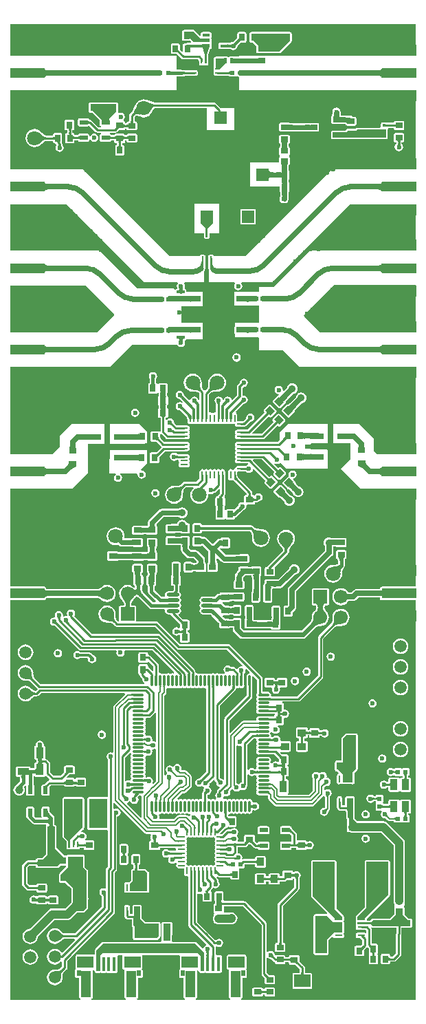
<source format=gtl>
G04 Layer_Physical_Order=1*
G04 Layer_Color=255*
%FSLAX44Y44*%
%MOMM*%
G71*
G01*
G75*
%ADD10C,0.6450*%
%ADD11C,0.3500*%
%ADD12R,4.2000X1.3500*%
%ADD13R,4.2000X1.2700*%
%ADD14R,0.9000X0.9000*%
%ADD15R,0.9000X0.8000*%
%ADD16R,0.8000X0.9000*%
%ADD17R,0.6000X0.5500*%
%ADD18R,0.9500X1.3500*%
%ADD19R,0.5500X0.6000*%
%ADD20O,0.2500X0.9500*%
%ADD21O,0.9500X0.2500*%
%ADD22R,3.3000X3.3000*%
%ADD23R,0.7000X0.9000*%
%ADD24R,0.9500X1.0000*%
%ADD25R,2.5000X3.1000*%
%ADD26R,0.8800X0.7700*%
%ADD27R,0.9000X0.5000*%
%ADD28R,1.6000X1.4900*%
%ADD29R,0.2500X0.9000*%
%ADD30R,1.2000X0.6000*%
%ADD31R,0.2500X0.7500*%
%ADD32R,0.6000X1.0000*%
%ADD33C,1.0000*%
%ADD34R,0.9000X0.7000*%
%ADD35R,2.2500X3.6000*%
%ADD36R,1.1000X0.7000*%
%ADD37R,0.7000X1.1000*%
%ADD38R,0.6600X0.6200*%
%ADD39R,0.9000X1.4000*%
%ADD40R,1.0000X0.6000*%
%ADD41R,1.6500X0.7600*%
%ADD42R,0.6000X0.5000*%
%ADD43R,0.5000X0.6000*%
%ADD44R,0.6200X0.6600*%
G04:AMPARAMS|DCode=45|XSize=0.9mm|YSize=0.8mm|CornerRadius=0mm|HoleSize=0mm|Usage=FLASHONLY|Rotation=315.000|XOffset=0mm|YOffset=0mm|HoleType=Round|Shape=Rectangle|*
%AMROTATEDRECTD45*
4,1,4,-0.6010,0.0353,-0.0353,0.6010,0.6010,-0.0353,0.0353,-0.6010,-0.6010,0.0353,0.0*
%
%ADD45ROTATEDRECTD45*%

G04:AMPARAMS|DCode=46|XSize=0.9mm|YSize=0.8mm|CornerRadius=0mm|HoleSize=0mm|Usage=FLASHONLY|Rotation=225.000|XOffset=0mm|YOffset=0mm|HoleType=Round|Shape=Rectangle|*
%AMROTATEDRECTD46*
4,1,4,0.0353,0.6010,0.6010,0.0353,-0.0353,-0.6010,-0.6010,-0.0353,0.0353,0.6010,0.0*
%
%ADD46ROTATEDRECTD46*%

%ADD47R,0.7700X0.8800*%
%ADD48R,0.6600X0.3600*%
%ADD49R,0.3600X0.6600*%
%ADD50R,1.0200X0.3600*%
%ADD51R,0.7500X0.3000*%
%ADD52R,0.9500X0.9500*%
%ADD53R,0.4500X0.3000*%
%ADD54R,0.9000X0.6500*%
%ADD55O,1.6000X0.4500*%
%ADD56R,1.2500X1.2500*%
%ADD57R,0.5100X0.2500*%
%ADD58R,0.2500X0.5100*%
%ADD59R,0.9000X0.4000*%
%ADD60R,1.2500X1.2500*%
%ADD61O,1.0000X0.2500*%
%ADD62R,5.0800X5.0800*%
%ADD63O,0.2500X1.0000*%
%ADD64R,1.4400X2.1500*%
%ADD65R,0.9500X0.2500*%
%ADD66O,1.4500X0.3000*%
%ADD67O,0.3000X1.4500*%
%ADD68R,1.4000X0.9000*%
%ADD69R,2.0000X1.4500*%
%ADD70R,0.4500X1.8000*%
%ADD71R,1.3000X3.2500*%
%ADD72R,0.5500X0.7000*%
%ADD73R,2.0000X1.6000*%
%ADD74R,1.0000X0.9500*%
%ADD75R,2.7900X4.5700*%
%ADD76R,1.2700X0.7600*%
%ADD77R,7.6200X7.6200*%
%ADD78R,1.5200X1.5200*%
%ADD79R,1.5200X1.5200*%
%ADD80C,0.2500*%
%ADD81C,0.4000*%
%ADD82C,1.0000*%
%ADD83C,0.6000*%
%ADD84C,0.3000*%
%ADD85C,0.5000*%
%ADD86C,0.2000*%
%ADD87C,0.4500*%
%ADD88C,1.5000*%
%ADD89C,1.8000*%
%ADD90R,1.7000X1.7000*%
%ADD91C,1.7000*%
%ADD92O,0.8000X1.3000*%
%ADD93O,0.8000X1.2000*%
%ADD94C,0.6000*%
%ADD95C,4.0000*%
%ADD96C,0.5000*%
%ADD97C,0.9000*%
G36*
X318637Y281359D02*
X318746Y281336D01*
X318901Y281316D01*
X319349Y281284D01*
X321274Y281250D01*
Y278750D01*
X318573Y278616D01*
Y281384D01*
X318637Y281359D01*
D02*
G37*
G36*
X437513Y663186D02*
X437649Y662390D01*
X437877Y661581D01*
X438197Y660759D01*
X438607Y659922D01*
X439109Y659072D01*
X439702Y658208D01*
X440386Y657330D01*
X441161Y656438D01*
X442028Y655533D01*
X436967Y651472D01*
X436062Y652339D01*
X434292Y653798D01*
X433428Y654391D01*
X432578Y654893D01*
X431741Y655303D01*
X430919Y655623D01*
X430110Y655851D01*
X429314Y655987D01*
X428533Y656033D01*
X437467Y663967D01*
X437513Y663186D01*
D02*
G37*
G36*
X305927Y278616D02*
X305863Y278641D01*
X305754Y278664D01*
X305599Y278684D01*
X305151Y278716D01*
X303226Y278750D01*
Y281250D01*
X305927Y281384D01*
Y278616D01*
D02*
G37*
G36*
X458033Y643683D02*
X457968Y644270D01*
X457775Y644796D01*
X457453Y645260D01*
X457001Y645662D01*
X456421Y646002D01*
X455711Y646280D01*
X454873Y646497D01*
X453905Y646651D01*
X452808Y646744D01*
X451583Y646775D01*
Y653225D01*
X452808Y653256D01*
X453905Y653349D01*
X454873Y653503D01*
X455711Y653720D01*
X456421Y653998D01*
X457001Y654338D01*
X457453Y654740D01*
X457775Y655204D01*
X457968Y655730D01*
X458033Y656317D01*
Y643683D01*
D02*
G37*
G36*
X200007Y282667D02*
X200034Y282376D01*
X200082Y282095D01*
X200149Y281825D01*
X200237Y281566D01*
X200345Y281318D01*
X200474Y281081D01*
X200622Y280854D01*
X200791Y280639D01*
X200980Y280434D01*
X199566Y279020D01*
X199361Y279209D01*
X199146Y279378D01*
X198919Y279526D01*
X198682Y279655D01*
X198434Y279763D01*
X198175Y279851D01*
X197905Y279918D01*
X197624Y279966D01*
X197333Y279993D01*
X197030Y280000D01*
X200000Y282970D01*
X200007Y282667D01*
D02*
G37*
G36*
X81467Y655033D02*
X80686Y654987D01*
X79890Y654851D01*
X79081Y654623D01*
X78258Y654303D01*
X77422Y653893D01*
X76572Y653391D01*
X75708Y652798D01*
X74830Y652114D01*
X73938Y651339D01*
X73033Y650472D01*
X67972Y654533D01*
X68839Y655438D01*
X70298Y657208D01*
X70891Y658072D01*
X71393Y658922D01*
X71803Y659759D01*
X72123Y660581D01*
X72351Y661390D01*
X72487Y662186D01*
X72533Y662967D01*
X81467Y655033D01*
D02*
G37*
G36*
X62125Y470855D02*
X61994Y470657D01*
X61878Y470445D01*
X61778Y470221D01*
X61693Y469984D01*
X61623Y469733D01*
X61569Y469470D01*
X61531Y469194D01*
X61508Y468904D01*
X61500Y468602D01*
X59000Y468372D01*
X58991Y468676D01*
X58963Y468964D01*
X58918Y469236D01*
X58854Y469492D01*
X58772Y469732D01*
X58671Y469955D01*
X58552Y470163D01*
X58415Y470355D01*
X58260Y470531D01*
X58086Y470690D01*
X62271Y471040D01*
X62125Y470855D01*
D02*
G37*
G36*
X385678Y272078D02*
X385375Y272000D01*
X384805Y271810D01*
X384538Y271697D01*
X384284Y271573D01*
X384041Y271437D01*
X383810Y271289D01*
X383591Y271130D01*
X383385Y270959D01*
X383190Y270776D01*
X381409Y271823D01*
X381603Y272034D01*
X381768Y272253D01*
X381906Y272479D01*
X382016Y272712D01*
X382099Y272952D01*
X382153Y273200D01*
X382179Y273455D01*
X382178Y273717D01*
X382149Y273987D01*
X382092Y274264D01*
X385678Y272078D01*
D02*
G37*
G36*
X378266Y272280D02*
X378025Y272153D01*
X377810Y272008D01*
X377620Y271845D01*
X377456Y271665D01*
X377317Y271466D01*
X377202Y271248D01*
X377114Y271014D01*
X377051Y270760D01*
X377013Y270489D01*
X377000Y270200D01*
X375000Y270964D01*
X374993Y271225D01*
X374938Y271754D01*
X374889Y272022D01*
X374750Y272565D01*
X374660Y272841D01*
X374438Y273398D01*
X374306Y273680D01*
X378266Y272280D01*
D02*
G37*
G36*
X300316Y281938D02*
X300504Y281794D01*
X300707Y281667D01*
X300924Y281556D01*
X301155Y281462D01*
X301401Y281386D01*
X301661Y281327D01*
X301935Y281284D01*
X302224Y281259D01*
X302527Y281250D01*
Y278750D01*
X302224Y278741D01*
X301935Y278716D01*
X301661Y278673D01*
X301401Y278614D01*
X301155Y278538D01*
X300924Y278444D01*
X300707Y278333D01*
X300504Y278206D01*
X300316Y278062D01*
X300142Y277900D01*
Y282100D01*
X300316Y281938D01*
D02*
G37*
G36*
X333064Y277500D02*
X333038Y277738D01*
X332962Y277950D01*
X332836Y278137D01*
X332659Y278300D01*
X332431Y278438D01*
X332152Y278550D01*
X331824Y278638D01*
X331444Y278700D01*
X331014Y278738D01*
X330533Y278750D01*
Y281250D01*
X331014Y281262D01*
X331444Y281300D01*
X331824Y281362D01*
X332152Y281450D01*
X332431Y281562D01*
X332659Y281700D01*
X332836Y281863D01*
X332962Y282050D01*
X333038Y282262D01*
X333064Y282500D01*
Y277500D01*
D02*
G37*
G36*
X338763Y276508D02*
X338550Y276433D01*
X338363Y276308D01*
X338200Y276133D01*
X338063Y275908D01*
X337950Y275633D01*
X337863Y275308D01*
X337800Y274933D01*
X337762Y274508D01*
X337750Y274033D01*
X335250D01*
X335238Y274508D01*
X335200Y274933D01*
X335137Y275308D01*
X335050Y275633D01*
X334938Y275908D01*
X334800Y276133D01*
X334637Y276308D01*
X334450Y276433D01*
X334238Y276508D01*
X334000Y276533D01*
X339000D01*
X338763Y276508D01*
D02*
G37*
G36*
X333071Y300714D02*
X334023Y299901D01*
X334438Y299608D01*
X334812Y299390D01*
X335145Y299248D01*
X335438Y299181D01*
X335689Y299191D01*
X335899Y299276D01*
X336068Y299436D01*
X333064Y295431D01*
X333180Y295646D01*
X333230Y295891D01*
X333214Y296167D01*
X333133Y296474D01*
X332986Y296812D01*
X332774Y297181D01*
X332495Y297581D01*
X332151Y298012D01*
X331265Y298967D01*
X332533Y301235D01*
X333071Y300714D01*
D02*
G37*
G36*
X125939Y296684D02*
X125794Y296496D01*
X125667Y296293D01*
X125556Y296076D01*
X125463Y295845D01*
X125386Y295599D01*
X125326Y295339D01*
X125284Y295065D01*
X125259Y294776D01*
X125250Y294473D01*
X122750D01*
X122741Y294776D01*
X122716Y295065D01*
X122674Y295339D01*
X122614Y295599D01*
X122537Y295845D01*
X122444Y296076D01*
X122333Y296293D01*
X122206Y296496D01*
X122062Y296684D01*
X121900Y296858D01*
X126100D01*
X125939Y296684D01*
D02*
G37*
G36*
X303014Y320416D02*
X302931Y320000D01*
X303203Y318634D01*
X303961Y317500D01*
X303203Y316366D01*
X302931Y315000D01*
X303203Y313634D01*
X303961Y312500D01*
X303203Y311366D01*
X302931Y310000D01*
X303203Y308634D01*
X303961Y307500D01*
X303203Y306366D01*
X302931Y305000D01*
X303203Y303634D01*
X303977Y302477D01*
X305134Y301703D01*
X306500Y301431D01*
X318000D01*
X318765Y301583D01*
X320833Y301686D01*
X325628D01*
X330237Y297077D01*
X330605Y296681D01*
X330860Y296361D01*
X330961Y296216D01*
Y292894D01*
X329691Y292215D01*
X328951Y292710D01*
X327000Y293098D01*
X325049Y292710D01*
X323395Y291605D01*
X322739Y290623D01*
X321391Y290892D01*
X321297Y291366D01*
X320539Y292500D01*
X321297Y293634D01*
X321569Y295000D01*
X321297Y296366D01*
X320523Y297523D01*
X319366Y298297D01*
X318000Y298569D01*
X306500D01*
X305134Y298297D01*
X303977Y297523D01*
X303203Y296366D01*
X302931Y295000D01*
X303203Y293634D01*
X303961Y292500D01*
X303203Y291366D01*
X302931Y290000D01*
X303203Y288634D01*
X303961Y287500D01*
X303203Y286366D01*
X302931Y285000D01*
X303014Y284584D01*
X302744Y284185D01*
X301605Y283605D01*
X299951Y284710D01*
X298000Y285098D01*
X296049Y284710D01*
X294395Y283605D01*
X293834Y282764D01*
X292564Y283150D01*
Y313877D01*
X300373Y321686D01*
X302006D01*
X303014Y320416D01*
D02*
G37*
G36*
X333563Y307750D02*
X333538Y307987D01*
X333462Y308200D01*
X333336Y308388D01*
X333159Y308550D01*
X332931Y308687D01*
X332653Y308800D01*
X332323Y308888D01*
X331944Y308950D01*
X331514Y308988D01*
X331033Y309000D01*
Y311500D01*
X331514Y311513D01*
X331944Y311550D01*
X332323Y311612D01*
X332653Y311700D01*
X332931Y311812D01*
X333159Y311950D01*
X333336Y312113D01*
X333462Y312300D01*
X333538Y312512D01*
X333563Y312750D01*
Y307750D01*
D02*
G37*
G36*
X167858Y302900D02*
X167639Y303109D01*
X167413Y303296D01*
X167181Y303461D01*
X166942Y303604D01*
X166697Y303725D01*
X166445Y303824D01*
X166187Y303901D01*
X165921Y303956D01*
X165832Y303967D01*
X164992Y303904D01*
X164754Y303862D01*
X164542Y303812D01*
X164359Y303754D01*
X164202Y303689D01*
X164073Y303616D01*
Y306384D01*
X164202Y306311D01*
X164359Y306246D01*
X164542Y306188D01*
X164754Y306138D01*
X164992Y306096D01*
X165553Y306035D01*
X165764Y306025D01*
X165921Y306044D01*
X166187Y306099D01*
X166445Y306176D01*
X166697Y306275D01*
X166942Y306396D01*
X167181Y306539D01*
X167413Y306704D01*
X167639Y306891D01*
X167858Y307100D01*
Y302900D01*
D02*
G37*
G36*
X318637Y306359D02*
X318746Y306336D01*
X318901Y306316D01*
X319349Y306284D01*
X321274Y306250D01*
Y303750D01*
X318573Y303616D01*
Y306384D01*
X318637Y306359D01*
D02*
G37*
G36*
X336561Y290533D02*
X339500D01*
X339263Y290508D01*
X339050Y290433D01*
X338862Y290308D01*
X338700Y290133D01*
X338563Y289908D01*
X338450Y289633D01*
X338363Y289308D01*
X338300Y288933D01*
X338262Y288508D01*
X338250Y288033D01*
X338228D01*
X338250Y288000D01*
X338228Y287967D01*
X338250D01*
X338262Y287486D01*
X338300Y287056D01*
X338363Y286676D01*
X338450Y286348D01*
X338563Y286069D01*
X338700Y285841D01*
X338862Y285664D01*
X339050Y285538D01*
X339263Y285462D01*
X339500Y285436D01*
X336541D01*
X335750Y284250D01*
X335725Y284725D01*
X335650Y285150D01*
X335555Y285436D01*
X334500D01*
X334738Y285462D01*
X334950Y285538D01*
X335137Y285664D01*
X335300Y285841D01*
X335324Y285882D01*
X335125Y286125D01*
X334850Y286350D01*
X334525Y286525D01*
X334150Y286650D01*
X333725Y286725D01*
X333250Y286750D01*
Y289250D01*
X333725Y289275D01*
X334150Y289350D01*
X334525Y289475D01*
X334850Y289650D01*
X335125Y289875D01*
X335315Y290108D01*
X335300Y290133D01*
X335137Y290308D01*
X334950Y290433D01*
X334738Y290508D01*
X334500Y290533D01*
X335544D01*
X335650Y290850D01*
X335725Y291275D01*
X335750Y291750D01*
X336561Y290533D01*
D02*
G37*
G36*
X207963Y282701D02*
X207864Y282537D01*
X207804Y282367D01*
X207782Y282188D01*
X207797Y282003D01*
X207851Y281810D01*
X207943Y281610D01*
X208073Y281403D01*
X208241Y281189D01*
X208447Y280967D01*
X206566Y280020D01*
X204226Y282581D01*
X208100Y282858D01*
X207963Y282701D01*
D02*
G37*
G36*
X42031Y655730D02*
X42225Y655204D01*
X42547Y654740D01*
X42999Y654338D01*
X43580Y653998D01*
X44289Y653720D01*
X45128Y653503D01*
X46095Y653349D01*
X47192Y653256D01*
X48417Y653225D01*
Y646775D01*
X47192Y646744D01*
X46095Y646651D01*
X45128Y646497D01*
X44289Y646280D01*
X43580Y646002D01*
X42999Y645662D01*
X42547Y645260D01*
X42225Y644796D01*
X42031Y644270D01*
X41967Y643683D01*
Y656317D01*
X42031Y655730D01*
D02*
G37*
G36*
X216004Y400911D02*
X216096Y399550D01*
X216138Y399291D01*
X216188Y399063D01*
X216246Y398868D01*
X216311Y398704D01*
X216384Y398573D01*
X213616D01*
X213594Y398562D01*
X213575Y398596D01*
X213558Y398675D01*
X213543Y398800D01*
X213520Y399185D01*
X213502Y400500D01*
X216000Y401331D01*
X216004Y400911D01*
D02*
G37*
G36*
X329316Y289939D02*
X329504Y289794D01*
X329707Y289667D01*
X329924Y289556D01*
X330155Y289463D01*
X330401Y289386D01*
X330661Y289326D01*
X330935Y289284D01*
X331224Y289258D01*
X331527Y289250D01*
Y286750D01*
X331224Y286742D01*
X330935Y286716D01*
X330661Y286674D01*
X330401Y286614D01*
X330155Y286537D01*
X329924Y286444D01*
X329707Y286334D01*
X329504Y286206D01*
X329316Y286061D01*
X329142Y285900D01*
X329142Y290100D01*
X329316Y289939D01*
D02*
G37*
G36*
X181384Y398573D02*
X178616D01*
X178641Y398637D01*
X178664Y398746D01*
X178684Y398901D01*
X178717Y399349D01*
X178750Y401274D01*
X181250D01*
X181384Y398573D01*
D02*
G37*
G36*
X168280Y267734D02*
X168174Y267927D01*
X168046Y268100D01*
X167895Y268252D01*
X167722Y268384D01*
X167526Y268496D01*
X167308Y268587D01*
X167067Y268659D01*
X166804Y268709D01*
X166535Y268738D01*
X164073Y268616D01*
Y271384D01*
X164137Y271359D01*
X164246Y271336D01*
X164401Y271316D01*
X164849Y271284D01*
X166774Y271250D01*
Y270152D01*
X167216Y271250D01*
X167521Y271254D01*
X168358Y271321D01*
X168611Y271361D01*
X169078Y271468D01*
X169291Y271534D01*
X169492Y271610D01*
X169680Y271694D01*
X168280Y267734D01*
D02*
G37*
G36*
X148316Y266938D02*
X148504Y266794D01*
X148707Y266667D01*
X148924Y266556D01*
X149155Y266462D01*
X149401Y266386D01*
X149661Y266327D01*
X149808Y266304D01*
X151427Y266384D01*
Y263616D01*
X151363Y263641D01*
X151254Y263664D01*
X151099Y263684D01*
X150651Y263716D01*
X150057Y263727D01*
X149935Y263716D01*
X149661Y263673D01*
X149401Y263614D01*
X149155Y263538D01*
X148924Y263444D01*
X148707Y263333D01*
X148504Y263206D01*
X148316Y263062D01*
X148142Y262900D01*
Y267100D01*
X148316Y266938D01*
D02*
G37*
G36*
X276896Y264525D02*
X277245Y264227D01*
X277405Y264111D01*
X277556Y264017D01*
X277697Y263946D01*
X277829Y263897D01*
X277952Y263870D01*
X278064Y263865D01*
X278168Y263882D01*
X276118Y261832D01*
X276135Y261935D01*
X276130Y262048D01*
X276103Y262171D01*
X276054Y262303D01*
X275983Y262444D01*
X275889Y262595D01*
X275773Y262755D01*
X275635Y262925D01*
X275293Y263293D01*
X276707Y264707D01*
X276896Y264525D01*
D02*
G37*
G36*
X149132Y257364D02*
X148900Y257130D01*
X147831Y255912D01*
X147757Y255799D01*
X147704Y255700D01*
X146441Y259632D01*
X146627Y259547D01*
X146818Y259496D01*
X147013Y259478D01*
X147213Y259493D01*
X147417Y259541D01*
X147626Y259621D01*
X147839Y259735D01*
X148057Y259882D01*
X148280Y260062D01*
X148507Y260275D01*
X149132Y257364D01*
D02*
G37*
G36*
X210313Y265000D02*
X210011Y264993D01*
X209719Y264966D01*
X209438Y264918D01*
X209168Y264851D01*
X208909Y264763D01*
X208661Y264655D01*
X208424Y264526D01*
X208197Y264378D01*
X207982Y264209D01*
X207778Y264020D01*
X206363Y265434D01*
X206552Y265639D01*
X206721Y265854D01*
X206870Y266081D01*
X206998Y266318D01*
X207106Y266566D01*
X207194Y266825D01*
X207262Y267095D01*
X207309Y267376D01*
X207336Y267667D01*
X207343Y267970D01*
X210313Y265000D01*
D02*
G37*
G36*
X389969Y265000D02*
X389667Y264993D01*
X389375Y264965D01*
X389094Y264918D01*
X388824Y264850D01*
X388565Y264762D01*
X388317Y264654D01*
X388080Y264526D01*
X387854Y264377D01*
X387638Y264209D01*
X387434Y264020D01*
X386019Y265434D01*
X386208Y265638D01*
X386377Y265854D01*
X386526Y266080D01*
X386654Y266317D01*
X386762Y266565D01*
X386850Y266824D01*
X386918Y267094D01*
X386965Y267375D01*
X386992Y267667D01*
X386999Y267969D01*
X389969Y265000D01*
D02*
G37*
G36*
X318702Y266311D02*
X318859Y266246D01*
X319042Y266188D01*
X319254Y266138D01*
X319492Y266096D01*
X320053Y266035D01*
X320723Y266004D01*
X321099Y266000D01*
Y264000D01*
X320723Y263996D01*
X319492Y263904D01*
X319254Y263862D01*
X319042Y263812D01*
X318859Y263754D01*
X318702Y263689D01*
X318573Y263616D01*
Y266384D01*
X318702Y266311D01*
D02*
G37*
G36*
X259258Y255224D02*
X259284Y254935D01*
X259326Y254661D01*
X259386Y254401D01*
X259463Y254155D01*
X259556Y253924D01*
X259667Y253707D01*
X259794Y253504D01*
X259939Y253316D01*
X260100Y253142D01*
X255900D01*
X256061Y253316D01*
X256206Y253504D01*
X256334Y253707D01*
X256444Y253924D01*
X256537Y254155D01*
X256614Y254401D01*
X256674Y254661D01*
X256716Y254935D01*
X256742Y255224D01*
X256750Y255527D01*
X259250D01*
X259258Y255224D01*
D02*
G37*
G36*
X319424Y255431D02*
X319488Y255274D01*
X319577Y255103D01*
X319691Y254918D01*
X319830Y254720D01*
X320183Y254280D01*
X320635Y253785D01*
X320899Y253516D01*
X319484Y252101D01*
X319092Y252480D01*
X318381Y253081D01*
X318062Y253302D01*
X317768Y253472D01*
X317499Y253588D01*
X317255Y253653D01*
X317035Y253665D01*
X316840Y253625D01*
X316670Y253532D01*
X319384Y255573D01*
X319424Y255431D01*
D02*
G37*
G36*
X159939Y253514D02*
X159590Y253460D01*
X159239Y253370D01*
X158888Y253244D01*
X158535Y253083D01*
X158181Y252885D01*
X157825Y252651D01*
X157469Y252381D01*
X157111Y252076D01*
X156752Y251734D01*
X153216D01*
X153540Y252076D01*
X153792Y252381D01*
X153971Y252651D01*
X154079Y252885D01*
X154115Y253083D01*
X154079Y253244D01*
X153971Y253370D01*
X153792Y253460D01*
X153540Y253514D01*
X153216Y253532D01*
X160287D01*
X159939Y253514D01*
D02*
G37*
G36*
X318702Y261311D02*
X318859Y261246D01*
X319042Y261188D01*
X319254Y261138D01*
X319492Y261096D01*
X320053Y261035D01*
X320723Y261004D01*
X321099Y261000D01*
Y259000D01*
X320723Y258996D01*
X319492Y258904D01*
X319254Y258862D01*
X319042Y258812D01*
X318859Y258754D01*
X318702Y258689D01*
X318573Y258616D01*
Y261384D01*
X318702Y261311D01*
D02*
G37*
G36*
X269590Y258176D02*
X269397Y257965D01*
X269231Y257747D01*
X269093Y257521D01*
X268983Y257288D01*
X268901Y257047D01*
X268846Y256800D01*
X268820Y256544D01*
X268821Y256282D01*
X268851Y256013D01*
X268908Y255736D01*
X265322Y257922D01*
X265624Y257999D01*
X266194Y258190D01*
X266461Y258302D01*
X266716Y258426D01*
X266959Y258563D01*
X267189Y258710D01*
X267408Y258870D01*
X267615Y259041D01*
X267810Y259224D01*
X269590Y258176D01*
D02*
G37*
G36*
X242168Y254118D02*
X242116Y254119D01*
X242046Y254098D01*
X241960Y254054D01*
X241857Y253988D01*
X241737Y253899D01*
X241447Y253654D01*
X240884Y253116D01*
X239116Y254884D01*
X239318Y255088D01*
X239988Y255857D01*
X240054Y255960D01*
X240098Y256046D01*
X240119Y256116D01*
X240118Y256168D01*
X242168Y254118D01*
D02*
G37*
G36*
X197891Y271638D02*
X197704Y271413D01*
X197539Y271180D01*
X197396Y270942D01*
X197275Y270696D01*
X197176Y270445D01*
X197099Y270186D01*
X197044Y269921D01*
X197011Y269649D01*
X197000Y269371D01*
X195000D01*
X194989Y269649D01*
X194956Y269921D01*
X194901Y270186D01*
X194824Y270445D01*
X194725Y270696D01*
X194604Y270942D01*
X194461Y271180D01*
X194296Y271413D01*
X194109Y271638D01*
X193900Y271857D01*
X198100D01*
X197891Y271638D01*
D02*
G37*
G36*
X337762Y270986D02*
X337800Y270556D01*
X337863Y270176D01*
X337950Y269848D01*
X338063Y269569D01*
X338200Y269341D01*
X338363Y269164D01*
X338550Y269038D01*
X338763Y268962D01*
X339000Y268937D01*
X334000D01*
X334238Y268962D01*
X334450Y269038D01*
X334637Y269164D01*
X334800Y269341D01*
X334938Y269569D01*
X335050Y269848D01*
X335137Y270176D01*
X335200Y270556D01*
X335238Y270986D01*
X335250Y271467D01*
X337750D01*
X337762Y270986D01*
D02*
G37*
G36*
X256903Y270877D02*
X257125Y270691D01*
X257349Y270527D01*
X257575Y270385D01*
X257803Y270265D01*
X258033Y270168D01*
X258264Y270093D01*
X258498Y270040D01*
X258733Y270009D01*
X258970Y270000D01*
X256000Y267030D01*
X255991Y267267D01*
X255961Y267502D01*
X255907Y267736D01*
X255832Y267967D01*
X255735Y268197D01*
X255615Y268425D01*
X255473Y268651D01*
X255309Y268875D01*
X255123Y269097D01*
X254915Y269317D01*
X256683Y271085D01*
X256903Y270877D01*
D02*
G37*
G36*
X80237Y684192D02*
X80424Y681289D01*
X80535Y680580D01*
X80672Y679999D01*
X80834Y679548D01*
X81020Y679225D01*
X81231Y679032D01*
X81467Y678967D01*
X72533D01*
X72769Y679032D01*
X72980Y679225D01*
X73166Y679548D01*
X73328Y679999D01*
X73464Y680580D01*
X73576Y681289D01*
X73663Y682128D01*
X73763Y684192D01*
X73775Y685417D01*
X80225D01*
X80237Y684192D01*
D02*
G37*
G36*
X436233Y683228D02*
X436354Y681399D01*
X436427Y680952D01*
X436516Y680587D01*
X436621Y680302D01*
X436742Y680099D01*
X436880Y679977D01*
X437033Y679937D01*
X428967D01*
X429120Y679977D01*
X429258Y680099D01*
X429379Y680302D01*
X429484Y680587D01*
X429573Y680952D01*
X429646Y681399D01*
X429702Y681928D01*
X429767Y683228D01*
X429775Y684000D01*
X436225D01*
X436233Y683228D01*
D02*
G37*
G36*
X148734Y303425D02*
X149296Y302253D01*
X148703Y301366D01*
X148432Y300000D01*
X148703Y298634D01*
X149461Y297500D01*
X148703Y296366D01*
X148432Y295000D01*
X148703Y293634D01*
X149461Y292500D01*
X148703Y291366D01*
X148432Y290000D01*
X148703Y288634D01*
X149461Y287500D01*
X148703Y286366D01*
X148432Y285000D01*
X148703Y283634D01*
X149461Y282500D01*
X148703Y281366D01*
X148432Y280000D01*
X148703Y278634D01*
X149461Y277500D01*
X148703Y276366D01*
X148432Y275000D01*
X148703Y273634D01*
X149461Y272500D01*
X148703Y271366D01*
X148587Y270780D01*
X148100Y269962D01*
X147207Y269858D01*
X146000Y270098D01*
X144049Y269710D01*
X142834Y268898D01*
X141564Y269472D01*
Y297878D01*
X147476Y303790D01*
X148734Y303425D01*
D02*
G37*
G36*
X221384Y398573D02*
X218616D01*
X218641Y398637D01*
X218664Y398746D01*
X218684Y398901D01*
X218717Y399349D01*
X218750Y401274D01*
X221250D01*
X221384Y398573D01*
D02*
G37*
G36*
X419013Y697064D02*
X419152Y696972D01*
X419384Y696891D01*
X419708Y696820D01*
X420125Y696760D01*
X421237Y696674D01*
X423600Y696625D01*
Y690175D01*
X422720Y690170D01*
X419708Y689980D01*
X419384Y689909D01*
X419152Y689828D01*
X419013Y689736D01*
X418967Y689633D01*
Y697167D01*
X419013Y697064D01*
D02*
G37*
G36*
X281049Y312290D02*
X283000Y311902D01*
X284666Y312234D01*
X285936Y311537D01*
Y267602D01*
X285049Y267426D01*
X283395Y266321D01*
X282359Y264769D01*
X280951Y265710D01*
X279059Y266086D01*
Y312093D01*
X280329Y312771D01*
X281049Y312290D01*
D02*
G37*
G36*
X95733Y688633D02*
X95668Y688736D01*
X95475Y688828D01*
X95153Y688909D01*
X94701Y688980D01*
X94121Y689040D01*
X91605Y689153D01*
X89283Y689175D01*
Y695625D01*
X90508Y695630D01*
X95475Y695972D01*
X95668Y696064D01*
X95733Y696167D01*
Y688633D01*
D02*
G37*
G36*
X237085Y269317D02*
X236876Y269096D01*
X236690Y268874D01*
X236526Y268650D01*
X236384Y268424D01*
X236265Y268196D01*
X236167Y267967D01*
X236092Y267735D01*
X236039Y267502D01*
X236008Y267267D01*
X235999Y267029D01*
X233029Y269999D01*
X233267Y270008D01*
X233502Y270039D01*
X233735Y270092D01*
X233967Y270167D01*
X234196Y270265D01*
X234424Y270384D01*
X234650Y270526D01*
X234874Y270690D01*
X235096Y270876D01*
X235317Y271084D01*
X237085Y269317D01*
D02*
G37*
G36*
X245085Y268317D02*
X244876Y268096D01*
X244690Y267874D01*
X244526Y267650D01*
X244384Y267424D01*
X244265Y267196D01*
X244167Y266967D01*
X244092Y266735D01*
X244039Y266502D01*
X244008Y266267D01*
X243999Y266029D01*
X241029Y268999D01*
X241267Y269008D01*
X241502Y269039D01*
X241735Y269092D01*
X241967Y269167D01*
X242196Y269265D01*
X242424Y269384D01*
X242650Y269526D01*
X242874Y269690D01*
X243097Y269876D01*
X243317Y270084D01*
X245085Y268317D01*
D02*
G37*
G36*
X310505Y376468D02*
X306506Y376468D01*
X306553Y376470D01*
X306593Y376474D01*
X306624Y376482D01*
X306647Y376492D01*
X306663Y376505D01*
X306669Y376521D01*
X306668Y376541D01*
X306659Y376563D01*
X306642Y376588D01*
X306616Y376616D01*
X308502Y378266D01*
X310505Y376468D01*
D02*
G37*
G36*
X42003Y505537D02*
X42198Y504989D01*
X42523Y504505D01*
X42977Y504086D01*
X43561Y503731D01*
X44273Y503441D01*
X45115Y503215D01*
X46087Y503054D01*
X47187Y502957D01*
X48417Y502925D01*
Y496475D01*
X47192Y496447D01*
X46095Y496363D01*
X45128Y496224D01*
X44289Y496028D01*
X43580Y495777D01*
X42999Y495470D01*
X42547Y495107D01*
X42225Y494688D01*
X42031Y494213D01*
X41967Y493683D01*
X41936Y506150D01*
X42003Y505537D01*
D02*
G37*
G36*
X186311Y385798D02*
X186246Y385642D01*
X186188Y385458D01*
X186138Y385246D01*
X186096Y385008D01*
X186035Y384447D01*
X186004Y383777D01*
X186000Y383401D01*
X184000D01*
X183996Y383777D01*
X183904Y385008D01*
X183862Y385246D01*
X183812Y385458D01*
X183754Y385642D01*
X183689Y385798D01*
X183616Y385927D01*
X186384D01*
X186311Y385798D01*
D02*
G37*
G36*
X188616Y385927D02*
X191384D01*
X191216Y385660D01*
X191066Y385390D01*
X190933Y385117D01*
X190818Y384839D01*
X190721Y384558D01*
X190641Y384274D01*
X190580Y383986D01*
X190535Y383695D01*
X190509Y383400D01*
X190500Y383101D01*
X188502Y384500D01*
X188503Y384802D01*
X188575Y385924D01*
X188594Y385943D01*
X188616Y385927D01*
D02*
G37*
G36*
X295041Y402773D02*
X295038Y402697D01*
X294541Y401477D01*
X293634Y401297D01*
X292477Y400523D01*
X291703Y399366D01*
X291431Y398000D01*
Y386500D01*
X291584Y385735D01*
X291686Y383667D01*
Y374373D01*
X264657Y347343D01*
X263939Y346268D01*
X263686Y345000D01*
Y271098D01*
X262416Y270731D01*
X260951Y271710D01*
X259000Y272098D01*
X258314Y273140D01*
Y361627D01*
X277343Y380657D01*
X278061Y381732D01*
X278136Y382106D01*
X278543Y383003D01*
X279584Y383014D01*
X280000Y382931D01*
X281366Y383203D01*
X282500Y383961D01*
X283634Y383203D01*
X285000Y382931D01*
X286366Y383203D01*
X287523Y383977D01*
X288297Y385134D01*
X288569Y386500D01*
Y398000D01*
X288417Y398765D01*
X288314Y400832D01*
Y400846D01*
X288330Y400955D01*
X288356Y401068D01*
X288384Y401158D01*
X288413Y401230D01*
X288442Y401285D01*
X288443Y401287D01*
X288605Y401395D01*
X289710Y403049D01*
X290098Y405000D01*
X289870Y406148D01*
X291040Y406774D01*
X295041Y402773D01*
D02*
G37*
G36*
X238634Y383203D02*
X240000Y382931D01*
X240416Y383014D01*
X241686Y382006D01*
Y280373D01*
X233594Y272280D01*
X233505Y272215D01*
X233407Y272153D01*
X233323Y272109D01*
X233252Y272079D01*
X233193Y272060D01*
X233191Y272059D01*
X232999Y272097D01*
X231049Y271709D01*
X229395Y270604D01*
X228290Y268950D01*
X227902Y266999D01*
X228290Y265049D01*
X229395Y263395D01*
X231049Y262290D01*
X232999Y261901D01*
X234950Y262290D01*
X235633Y262746D01*
X237371Y262430D01*
X237395Y262395D01*
X238629Y261570D01*
X239039Y261054D01*
X238995Y260005D01*
X238290Y258951D01*
X237902Y257000D01*
X237970Y256657D01*
X237657Y256343D01*
X236939Y255268D01*
X236686Y254000D01*
Y247994D01*
X235416Y246986D01*
X235000Y247069D01*
X233634Y246797D01*
X232500Y246039D01*
X231366Y246797D01*
X230000Y247069D01*
X228634Y246797D01*
X227500Y246039D01*
X226366Y246797D01*
X225000Y247069D01*
X223634Y246797D01*
X222500Y246039D01*
X221366Y246797D01*
X220000Y247069D01*
X218634Y246797D01*
X217500Y246039D01*
X216366Y246797D01*
X215000Y247069D01*
X213634Y246797D01*
X212500Y246039D01*
X211366Y246797D01*
X210000Y247069D01*
X208634Y246797D01*
X207839Y246265D01*
X206627Y246845D01*
X206327Y248001D01*
X212267Y253941D01*
X214657D01*
X214657Y253941D01*
X215827Y254174D01*
X216820Y254837D01*
X223163Y261180D01*
X223163Y261180D01*
X223826Y262173D01*
X224059Y263343D01*
X224059Y263343D01*
Y273657D01*
X223826Y274827D01*
X223163Y275820D01*
X223163Y275820D01*
X217820Y281163D01*
X216827Y281826D01*
X215657Y282059D01*
X215657Y282059D01*
X211576D01*
X211266Y282413D01*
X210765Y283329D01*
X211098Y285000D01*
X210710Y286951D01*
X209605Y288605D01*
X207951Y289710D01*
X206000Y290098D01*
X204049Y289710D01*
X202395Y288605D01*
X201571Y287371D01*
X201054Y286961D01*
X200006Y287005D01*
X198951Y287710D01*
X197000Y288098D01*
X195049Y287710D01*
X193395Y286605D01*
X192290Y284951D01*
X191902Y283000D01*
X192290Y281049D01*
X193395Y279395D01*
X193092Y278070D01*
X192395Y277604D01*
X191329Y276009D01*
X191234Y275991D01*
X190059Y276428D01*
Y374076D01*
X191663Y375680D01*
X191663Y375680D01*
X192326Y376673D01*
X192559Y377843D01*
Y382394D01*
X193222Y382893D01*
X193829Y383164D01*
X195000Y382931D01*
X196366Y383203D01*
X197500Y383961D01*
X198634Y383203D01*
X200000Y382931D01*
X201366Y383203D01*
X202500Y383961D01*
X203634Y383203D01*
X205000Y382931D01*
X206366Y383203D01*
X207500Y383961D01*
X208634Y383203D01*
X210000Y382931D01*
X211366Y383203D01*
X212500Y383961D01*
X213634Y383203D01*
X215000Y382931D01*
X216366Y383203D01*
X217500Y383961D01*
X218634Y383203D01*
X220000Y382931D01*
X221366Y383203D01*
X222500Y383961D01*
X223634Y383203D01*
X225000Y382931D01*
X226366Y383203D01*
X227500Y383961D01*
X228634Y383203D01*
X230000Y382931D01*
X231366Y383203D01*
X232500Y383961D01*
X233634Y383203D01*
X235000Y382931D01*
X236366Y383203D01*
X237500Y383961D01*
X238634Y383203D01*
D02*
G37*
G36*
X151427Y368616D02*
X151298Y368689D01*
X151142Y368754D01*
X150958Y368812D01*
X150746Y368862D01*
X150508Y368904D01*
X149948Y368965D01*
X149277Y368996D01*
X148901Y369000D01*
Y371000D01*
X149277Y371004D01*
X150508Y371096D01*
X150746Y371138D01*
X150958Y371188D01*
X151142Y371246D01*
X151298Y371311D01*
X151427Y371384D01*
Y368616D01*
D02*
G37*
G36*
Y363616D02*
X151363Y363641D01*
X151254Y363664D01*
X151099Y363684D01*
X150651Y363716D01*
X148726Y363750D01*
Y366250D01*
X151427Y366384D01*
Y363616D01*
D02*
G37*
G36*
X318637Y361359D02*
X318746Y361336D01*
X318901Y361316D01*
X319349Y361284D01*
X321274Y361250D01*
Y358750D01*
X318573Y358616D01*
Y361384D01*
X318637Y361359D01*
D02*
G37*
G36*
X151427Y373616D02*
X151298Y373689D01*
X151142Y373754D01*
X150958Y373812D01*
X150746Y373862D01*
X150508Y373904D01*
X149948Y373965D01*
X149277Y373996D01*
X148901Y374000D01*
Y376000D01*
X149277Y376004D01*
X150508Y376096D01*
X150746Y376138D01*
X150958Y376188D01*
X151142Y376246D01*
X151298Y376311D01*
X151427Y376384D01*
Y373616D01*
D02*
G37*
G36*
X25127Y381090D02*
X26591Y379810D01*
X27284Y379290D01*
X27951Y378850D01*
X28592Y378490D01*
X29207Y378210D01*
X29796Y378010D01*
X30358Y377890D01*
X30895Y377850D01*
Y375350D01*
X30358Y375310D01*
X29796Y375190D01*
X29207Y374990D01*
X28592Y374710D01*
X27951Y374350D01*
X27284Y373910D01*
X26591Y373390D01*
X25127Y372110D01*
X24356Y371350D01*
Y381850D01*
X25127Y381090D01*
D02*
G37*
G36*
X318637Y371359D02*
X318746Y371336D01*
X318901Y371316D01*
X319349Y371284D01*
X321274Y371250D01*
Y368750D01*
X318573Y368616D01*
Y371384D01*
X318637Y371359D01*
D02*
G37*
G36*
X206061Y501089D02*
X205886Y500896D01*
X205768Y500722D01*
X205709Y500569D01*
X205706Y500435D01*
X205762Y500321D01*
X205874Y500227D01*
X206044Y500154D01*
X206272Y500100D01*
X206558Y500066D01*
X206900Y500052D01*
X199039Y500133D01*
X199403Y500151D01*
X199775Y500213D01*
X200154Y500318D01*
X200541Y500468D01*
X200934Y500661D01*
X201335Y500898D01*
X201744Y501179D01*
X202160Y501504D01*
X202583Y501872D01*
X203013Y502284D01*
X206061Y501089D01*
D02*
G37*
G36*
X161641Y511488D02*
X161349Y511353D01*
X161091Y511128D01*
X160868Y510813D01*
X160679Y510408D01*
X160525Y509913D01*
X160404Y509328D01*
X160319Y508653D01*
X160267Y507888D01*
X160250Y507033D01*
X158198D01*
X160250Y506432D01*
X160282Y505545D01*
X160377Y504685D01*
X160536Y503851D01*
X160759Y503043D01*
X161045Y502262D01*
X161395Y501507D01*
X161809Y500778D01*
X162286Y500075D01*
X162827Y499400D01*
X163432Y498750D01*
X160250Y495568D01*
X159600Y496173D01*
X158925Y496714D01*
X158222Y497191D01*
X157493Y497604D01*
X156739Y497954D01*
X155957Y498241D01*
X155649Y498326D01*
X155212Y498152D01*
X154578Y497816D01*
X153970Y497405D01*
X153387Y496919D01*
X152830Y496358D01*
X152297Y495723D01*
X151791Y495013D01*
X150042Y506311D01*
X150799Y505730D01*
X152307Y504750D01*
X153058Y504352D01*
X153807Y504015D01*
X154049Y503926D01*
X154130Y503970D01*
X154625Y504375D01*
X155030Y504870D01*
X155345Y505455D01*
X155570Y506130D01*
X155705Y506895D01*
X155740Y507552D01*
X155733Y507888D01*
X155596Y509328D01*
X155475Y509913D01*
X155321Y510408D01*
X155132Y510813D01*
X154909Y511128D01*
X154651Y511353D01*
X154359Y511488D01*
X154033Y511533D01*
X161967D01*
X161641Y511488D01*
D02*
G37*
G36*
X177641D02*
X177349Y511353D01*
X177091Y511128D01*
X176868Y510813D01*
X176679Y510408D01*
X176525Y509913D01*
X176404Y509328D01*
X176319Y508653D01*
X176267Y507888D01*
X176250Y507033D01*
X171750D01*
X171733Y507888D01*
X171595Y509328D01*
X171475Y509913D01*
X171321Y510408D01*
X171132Y510813D01*
X170909Y511128D01*
X170651Y511353D01*
X170359Y511488D01*
X170033Y511533D01*
X177967D01*
X177641Y511488D01*
D02*
G37*
G36*
X113230Y493750D02*
X112674Y494268D01*
X112074Y494731D01*
X111430Y495140D01*
X110743Y495494D01*
X110012Y495794D01*
X109237Y496039D01*
X108418Y496230D01*
X107556Y496366D01*
X106650Y496448D01*
X105700Y496475D01*
Y502925D01*
X106650Y502952D01*
X107556Y503034D01*
X108418Y503170D01*
X109237Y503361D01*
X110012Y503606D01*
X110743Y503906D01*
X111430Y504260D01*
X112074Y504669D01*
X112674Y505132D01*
X113230Y505650D01*
Y493750D01*
D02*
G37*
G36*
X296359Y385863D02*
X296336Y385754D01*
X296316Y385599D01*
X296284Y385151D01*
X296250Y383226D01*
X293750D01*
X293616Y385927D01*
X296384D01*
X296359Y385863D01*
D02*
G37*
G36*
X276359D02*
X276336Y385754D01*
X276316Y385599D01*
X276284Y385151D01*
X276250Y383226D01*
X273750D01*
X273616Y385927D01*
X276384D01*
X276359Y385863D01*
D02*
G37*
G36*
X207783Y527473D02*
X207619Y527293D01*
X207474Y526993D01*
X207348Y526573D01*
X207242Y526033D01*
X207155Y525373D01*
X207069Y524125D01*
X207242Y521617D01*
X207348Y521077D01*
X207474Y520657D01*
X207619Y520357D01*
X207783Y520177D01*
X207967Y520117D01*
X200033D01*
X200217Y520177D01*
X200381Y520357D01*
X200526Y520657D01*
X200652Y521077D01*
X200758Y521617D01*
X200845Y522277D01*
X200961Y523957D01*
X201000Y526117D01*
X201025D01*
X201033Y527533D01*
X207967D01*
X207783Y527473D01*
D02*
G37*
G36*
X161188Y526973D02*
X160939Y526793D01*
X160719Y526493D01*
X160528Y526073D01*
X160367Y525533D01*
X160235Y524873D01*
X160132Y524093D01*
X160127Y524015D01*
X160177Y523407D01*
X160315Y522627D01*
X160492Y521967D01*
X160708Y521427D01*
X160964Y521007D01*
X161259Y520707D01*
X161593Y520527D01*
X161967Y520467D01*
X154033D01*
X154030Y521033D01*
X154000D01*
X153985Y522173D01*
X153765Y524873D01*
X153633Y525533D01*
X153472Y526073D01*
X153281Y526493D01*
X153061Y526793D01*
X152812Y526973D01*
X152533Y527033D01*
X161467D01*
X161188Y526973D01*
D02*
G37*
G36*
X179188D02*
X178939Y526793D01*
X178719Y526493D01*
X178528Y526073D01*
X178367Y525533D01*
X178235Y524873D01*
X178132Y524093D01*
X178015Y522173D01*
X178000Y521033D01*
X177970D01*
X177967Y520467D01*
X170033D01*
X170407Y520527D01*
X170741Y520707D01*
X171036Y521007D01*
X171292Y521427D01*
X171508Y521967D01*
X171685Y522627D01*
X171823Y523407D01*
X171858Y523731D01*
X171765Y524873D01*
X171633Y525533D01*
X171472Y526073D01*
X171281Y526493D01*
X171061Y526793D01*
X170812Y526973D01*
X170533Y527033D01*
X179467D01*
X179188Y526973D01*
D02*
G37*
G36*
X251359Y385863D02*
X251336Y385754D01*
X251316Y385599D01*
X251284Y385151D01*
X251250Y383226D01*
X248750D01*
X248616Y385927D01*
X251384D01*
X251359Y385863D01*
D02*
G37*
G36*
X207688Y511153D02*
X207439Y511063D01*
X207219Y510913D01*
X207028Y510703D01*
X206867Y510433D01*
X206735Y510103D01*
X206632Y509713D01*
X206559Y509263D01*
X206515Y508753D01*
X206500Y508183D01*
X203500D01*
X203485Y508753D01*
X203440Y509263D01*
X203365Y509713D01*
X203260Y510103D01*
X203125Y510433D01*
X202960Y510703D01*
X202765Y510913D01*
X202540Y511063D01*
X202285Y511153D01*
X202000Y511183D01*
X207967D01*
X207688Y511153D01*
D02*
G37*
G36*
X246359Y385863D02*
X246336Y385754D01*
X246316Y385599D01*
X246284Y385151D01*
X246250Y383226D01*
X243750D01*
X243616Y385927D01*
X246384D01*
X246359Y385863D01*
D02*
G37*
G36*
X151427Y358616D02*
X151363Y358641D01*
X151254Y358664D01*
X151099Y358684D01*
X150651Y358716D01*
X148726Y358750D01*
Y361250D01*
X151427Y361384D01*
Y358616D01*
D02*
G37*
G36*
X165903Y397877D02*
X166125Y397691D01*
X166349Y397527D01*
X166575Y397385D01*
X166803Y397265D01*
X167033Y397168D01*
X167264Y397093D01*
X167498Y397039D01*
X167733Y397009D01*
X167970Y397000D01*
X165000Y394030D01*
X164991Y394267D01*
X164961Y394502D01*
X164907Y394736D01*
X164832Y394967D01*
X164735Y395197D01*
X164615Y395425D01*
X164473Y395651D01*
X164309Y395875D01*
X164123Y396097D01*
X163915Y396317D01*
X165683Y398085D01*
X165903Y397877D01*
D02*
G37*
G36*
X318637Y321359D02*
X318746Y321336D01*
X318901Y321316D01*
X319349Y321284D01*
X321274Y321250D01*
Y318750D01*
X318573Y318616D01*
Y321384D01*
X318637Y321359D01*
D02*
G37*
G36*
X325858Y317900D02*
X325684Y318062D01*
X325496Y318206D01*
X325293Y318333D01*
X325076Y318444D01*
X324845Y318538D01*
X324599Y318614D01*
X324339Y318673D01*
X324065Y318716D01*
X323776Y318741D01*
X323473Y318750D01*
Y321250D01*
X323776Y321259D01*
X324065Y321284D01*
X324339Y321326D01*
X324599Y321386D01*
X324845Y321463D01*
X325076Y321556D01*
X325293Y321666D01*
X325496Y321794D01*
X325684Y321939D01*
X325858Y322100D01*
Y317900D01*
D02*
G37*
G36*
X305927Y323616D02*
X305863Y323641D01*
X305754Y323664D01*
X305599Y323684D01*
X305151Y323716D01*
X303226Y323750D01*
Y326250D01*
X305927Y326384D01*
Y323616D01*
D02*
G37*
G36*
X149947Y492905D02*
X149318Y492180D01*
X148763Y491456D01*
X148282Y490733D01*
X147875Y490010D01*
X147542Y489287D01*
X147283Y488565D01*
X147098Y487844D01*
X146987Y487123D01*
X146965Y486694D01*
X146973Y486406D01*
X147040Y485636D01*
X147153Y484956D01*
X147310Y484367D01*
X147513Y483869D01*
X147760Y483461D01*
X148053Y483144D01*
X148390Y482918D01*
X148772Y482782D01*
X149200Y482737D01*
X140200D01*
X140627Y482782D01*
X141010Y482918D01*
X141348Y483144D01*
X141640Y483461D01*
X141888Y483869D01*
X142090Y484367D01*
X142247Y484956D01*
X142360Y485636D01*
X142428Y486406D01*
X142435Y486694D01*
X142413Y487123D01*
X142302Y487844D01*
X142117Y488565D01*
X141858Y489287D01*
X141525Y490010D01*
X141118Y490733D01*
X140637Y491456D01*
X140082Y492180D01*
X139453Y492905D01*
X138750Y493630D01*
X150650D01*
X149947Y492905D01*
D02*
G37*
G36*
X167857Y317900D02*
X167638Y318109D01*
X167412Y318296D01*
X167180Y318461D01*
X166942Y318604D01*
X166696Y318725D01*
X166444Y318824D01*
X166186Y318901D01*
X165921Y318956D01*
X165832Y318967D01*
X164992Y318904D01*
X164754Y318862D01*
X164542Y318812D01*
X164359Y318754D01*
X164202Y318689D01*
X164073Y318616D01*
Y321384D01*
X164202Y321311D01*
X164359Y321246D01*
X164542Y321188D01*
X164754Y321138D01*
X164992Y321096D01*
X165553Y321035D01*
X165764Y321025D01*
X165921Y321044D01*
X166187Y321099D01*
X166445Y321176D01*
X166697Y321275D01*
X166942Y321396D01*
X167181Y321539D01*
X167413Y321704D01*
X167639Y321891D01*
X167858Y322100D01*
X167857Y317900D01*
D02*
G37*
G36*
X173858Y310900D02*
X173639Y311109D01*
X173413Y311296D01*
X173181Y311461D01*
X172942Y311604D01*
X172697Y311725D01*
X172445Y311824D01*
X172187Y311901D01*
X171922Y311956D01*
X171650Y311989D01*
X171372Y312000D01*
Y314000D01*
X171650Y314011D01*
X171922Y314044D01*
X172187Y314099D01*
X172445Y314176D01*
X172697Y314275D01*
X172942Y314396D01*
X173181Y314539D01*
X173413Y314704D01*
X173639Y314891D01*
X173858Y315100D01*
Y310900D01*
D02*
G37*
G36*
X321599Y309000D02*
X321128Y308996D01*
X319617Y308904D01*
X319334Y308862D01*
X318878Y308754D01*
X318707Y308689D01*
X318573Y308616D01*
Y311384D01*
X318562Y311406D01*
X318596Y311425D01*
X318675Y311442D01*
X318800Y311457D01*
X319185Y311480D01*
X320500Y311498D01*
X321599Y309000D01*
D02*
G37*
G36*
X179941Y308093D02*
Y269267D01*
X176259Y265584D01*
X175272Y266394D01*
X175710Y267049D01*
X176098Y269000D01*
X175710Y270951D01*
X174605Y272605D01*
X172951Y273710D01*
X171000Y274098D01*
X169049Y273710D01*
X168758Y273515D01*
X168715Y273496D01*
X168629Y273464D01*
X168547Y273438D01*
X168225Y273365D01*
X168118Y273348D01*
X168011Y273339D01*
X167399Y273840D01*
X166986Y274584D01*
X167069Y275000D01*
X166797Y276366D01*
X166039Y277500D01*
X166797Y278634D01*
X167069Y280000D01*
X166797Y281366D01*
X166039Y282500D01*
X166797Y283634D01*
X167069Y285000D01*
X166797Y286366D01*
X166039Y287500D01*
X166797Y288634D01*
X167069Y290000D01*
X166797Y291366D01*
X166039Y292500D01*
X166797Y293634D01*
X167069Y295000D01*
X166797Y296366D01*
X166039Y297500D01*
X166797Y298634D01*
X166966Y299486D01*
X167863Y300152D01*
X168312Y300238D01*
X170000Y299902D01*
X171951Y300290D01*
X173605Y301395D01*
X174710Y303049D01*
X175098Y305000D01*
X174710Y306951D01*
X175541Y307993D01*
X176000Y307902D01*
X177951Y308290D01*
X178671Y308771D01*
X179941Y308093D01*
D02*
G37*
G36*
X286743Y319975D02*
X286533Y319751D01*
X286352Y319528D01*
X286198Y319304D01*
X286073Y319080D01*
X285975Y318856D01*
X285906Y318632D01*
X285864Y318408D01*
X285851Y318184D01*
X285865Y317960D01*
X285908Y317736D01*
X282322Y319922D01*
X282539Y319981D01*
X282756Y320056D01*
X282973Y320149D01*
X283190Y320258D01*
X283408Y320384D01*
X283625Y320526D01*
X284061Y320862D01*
X284279Y321055D01*
X284497Y321264D01*
X286743Y319975D01*
D02*
G37*
G36*
X179941Y352763D02*
Y317907D01*
X178671Y317229D01*
X177951Y317710D01*
X176000Y318098D01*
X174935Y319181D01*
X175098Y319999D01*
X174710Y321950D01*
X173605Y323604D01*
X171951Y324709D01*
X170000Y325097D01*
X168312Y324762D01*
X167862Y324848D01*
X166966Y325513D01*
X166797Y326366D01*
X166039Y327500D01*
X166797Y328634D01*
X167069Y330000D01*
X166797Y331366D01*
X166039Y332500D01*
X166797Y333634D01*
X167069Y335000D01*
X166797Y336366D01*
X166039Y337500D01*
X166797Y338634D01*
X167069Y340000D01*
X166797Y341366D01*
X166039Y342500D01*
X166797Y343634D01*
X167069Y345000D01*
X166986Y345416D01*
X167994Y346686D01*
X171000D01*
X172268Y346939D01*
X173343Y347657D01*
X178343Y352657D01*
X178671Y353148D01*
X179941Y352763D01*
D02*
G37*
G36*
X164201Y316311D02*
X164355Y316246D01*
X164535Y316188D01*
X164740Y316138D01*
X164971Y316096D01*
X165511Y316035D01*
X166154Y316004D01*
X166514Y316000D01*
Y314000D01*
X166154Y313996D01*
X164971Y313904D01*
X164740Y313862D01*
X164535Y313812D01*
X164355Y313754D01*
X164201Y313689D01*
X164073Y313616D01*
Y316384D01*
X164201Y316311D01*
D02*
G37*
G36*
X332275Y354775D02*
X332318Y354533D01*
X333500D01*
X333262Y354508D01*
X333050Y354433D01*
X332863Y354308D01*
X332700Y354133D01*
X332562Y353908D01*
X332540Y353854D01*
X332650Y353650D01*
X332875Y353375D01*
X333150Y353150D01*
X333475Y352975D01*
X333850Y352850D01*
X334275Y352775D01*
X334393Y352769D01*
X334565Y352784D01*
X334839Y352826D01*
X335099Y352886D01*
X335345Y352962D01*
X335576Y353056D01*
X335793Y353167D01*
X335996Y353294D01*
X336184Y353438D01*
X336358Y353600D01*
Y349400D01*
X336184Y349562D01*
X335996Y349706D01*
X335793Y349833D01*
X335576Y349944D01*
X335345Y350037D01*
X335099Y350114D01*
X334839Y350173D01*
X334565Y350216D01*
X334393Y350231D01*
X334275Y350225D01*
X333850Y350150D01*
X333475Y350025D01*
X333150Y349850D01*
X332875Y349625D01*
X332650Y349350D01*
X332535Y349137D01*
X332562Y349069D01*
X332700Y348841D01*
X332863Y348664D01*
X333050Y348538D01*
X333262Y348462D01*
X333500Y348437D01*
X332312D01*
X332275Y348225D01*
X332250Y347750D01*
X332021Y348437D01*
X328500D01*
X328737Y348462D01*
X328950Y348538D01*
X329137Y348664D01*
X329300Y348841D01*
X329437Y349069D01*
X329550Y349347D01*
X329637Y349677D01*
X329700Y350056D01*
X329738Y350486D01*
X329750Y350967D01*
X331178D01*
X331000Y351500D01*
X331178Y352033D01*
X329750D01*
X329738Y352508D01*
X329700Y352933D01*
X329637Y353308D01*
X329550Y353633D01*
X329437Y353908D01*
X329300Y354133D01*
X329137Y354308D01*
X328950Y354433D01*
X328737Y354508D01*
X328500Y354533D01*
X332011D01*
X332250Y355250D01*
X332275Y354775D01*
D02*
G37*
G36*
X164137Y351359D02*
X164246Y351336D01*
X164401Y351316D01*
X164849Y351283D01*
X166774Y351250D01*
Y348750D01*
X164073Y348616D01*
Y351384D01*
X164137Y351359D01*
D02*
G37*
G36*
X304186Y393627D02*
Y377663D01*
X303977Y377523D01*
X303203Y376366D01*
X302931Y375000D01*
X303203Y373634D01*
X303961Y372500D01*
X303203Y371366D01*
X302931Y370000D01*
X303203Y368634D01*
X303961Y367500D01*
X303203Y366366D01*
X302931Y365000D01*
X303203Y363634D01*
X303961Y362500D01*
X303203Y361366D01*
X302931Y360000D01*
X303203Y358634D01*
X303961Y357500D01*
X303203Y356366D01*
X302931Y355000D01*
X303203Y353634D01*
X303977Y352477D01*
X305134Y351703D01*
X306500Y351431D01*
X318000D01*
X318765Y351584D01*
X320833Y351686D01*
X326257D01*
X326382Y350416D01*
X326220Y350384D01*
X325558Y349942D01*
X325116Y349280D01*
X324961Y348500D01*
Y348314D01*
X319888D01*
X319440Y348321D01*
X319130Y348344D01*
X318000Y348569D01*
X306500D01*
X305134Y348297D01*
X303977Y347523D01*
X303203Y346366D01*
X302931Y345000D01*
X303065Y344329D01*
X302176Y343059D01*
X287354D01*
X286183Y342826D01*
X285191Y342163D01*
X271487Y328459D01*
X270314Y328945D01*
Y343628D01*
X297343Y370657D01*
X298061Y371732D01*
X298314Y373000D01*
Y384611D01*
X298321Y385060D01*
X298344Y385370D01*
X298569Y386500D01*
Y397449D01*
X299839Y397975D01*
X304186Y393627D01*
D02*
G37*
G36*
X327063Y357500D02*
X327038Y357738D01*
X326962Y357950D01*
X326836Y358138D01*
X326659Y358300D01*
X326431Y358438D01*
X326152Y358550D01*
X325824Y358638D01*
X325444Y358700D01*
X325014Y358737D01*
X324533Y358750D01*
Y361250D01*
X325014Y361263D01*
X325444Y361300D01*
X325824Y361362D01*
X326152Y361450D01*
X326431Y361562D01*
X326659Y361700D01*
X326836Y361862D01*
X326962Y362050D01*
X327038Y362262D01*
X327063Y362500D01*
Y357500D01*
D02*
G37*
G36*
X318637Y356359D02*
X318746Y356336D01*
X318901Y356316D01*
X319349Y356284D01*
X321274Y356250D01*
Y353750D01*
X318573Y353616D01*
Y356384D01*
X318637Y356359D01*
D02*
G37*
G36*
X164137D02*
X164246Y356336D01*
X164401Y356316D01*
X164849Y356284D01*
X166774Y356250D01*
Y353750D01*
X164073Y353616D01*
Y356384D01*
X164137Y356359D01*
D02*
G37*
G36*
X305927Y333616D02*
X305798Y333689D01*
X305642Y333754D01*
X305458Y333812D01*
X305247Y333862D01*
X305008Y333904D01*
X304447Y333965D01*
X303777Y333996D01*
X303401Y334000D01*
Y336000D01*
X303777Y336004D01*
X305008Y336096D01*
X305247Y336138D01*
X305458Y336188D01*
X305642Y336246D01*
X305798Y336311D01*
X305927Y336384D01*
Y333616D01*
D02*
G37*
G36*
Y328616D02*
X305863Y328641D01*
X305754Y328664D01*
X305599Y328684D01*
X305151Y328716D01*
X303226Y328750D01*
Y331250D01*
X305927Y331384D01*
Y328616D01*
D02*
G37*
G36*
X26507Y400842D02*
X26638Y398902D01*
X26760Y398044D01*
X26920Y397262D01*
X27119Y396554D01*
X27356Y395921D01*
X27631Y395363D01*
X27944Y394881D01*
X28295Y394473D01*
X26527Y392705D01*
X26119Y393056D01*
X25637Y393369D01*
X25079Y393644D01*
X24446Y393881D01*
X23739Y394080D01*
X22956Y394240D01*
X22098Y394362D01*
X20158Y394492D01*
X19075Y394500D01*
X26500Y401925D01*
X26507Y400842D01*
D02*
G37*
G36*
X318637Y346359D02*
X318746Y346336D01*
X318901Y346316D01*
X319349Y346284D01*
X321274Y346250D01*
Y343750D01*
X318573Y343616D01*
Y346384D01*
X318637Y346359D01*
D02*
G37*
G36*
X327063Y342500D02*
X327038Y342738D01*
X326962Y342950D01*
X326836Y343138D01*
X326659Y343300D01*
X326431Y343438D01*
X326152Y343550D01*
X325824Y343638D01*
X325444Y343700D01*
X325014Y343737D01*
X324533Y343750D01*
Y346250D01*
X325014Y346263D01*
X325444Y346300D01*
X325824Y346362D01*
X326152Y346450D01*
X326431Y346562D01*
X326659Y346700D01*
X326836Y346862D01*
X326962Y347050D01*
X327038Y347262D01*
X327063Y347500D01*
Y342500D01*
D02*
G37*
G36*
X305927Y338616D02*
X305798Y338689D01*
X305642Y338754D01*
X305458Y338812D01*
X305247Y338862D01*
X305008Y338904D01*
X304447Y338965D01*
X303777Y338996D01*
X303401Y339000D01*
Y341000D01*
X303777Y341004D01*
X305008Y341096D01*
X305247Y341138D01*
X305458Y341188D01*
X305642Y341246D01*
X305798Y341311D01*
X305927Y341384D01*
Y338616D01*
D02*
G37*
G36*
X203884Y174116D02*
X203682Y173912D01*
X203012Y173143D01*
X202946Y173040D01*
X202902Y172954D01*
X202881Y172884D01*
X202882Y172832D01*
X200832Y174882D01*
X200884Y174881D01*
X200954Y174902D01*
X201040Y174946D01*
X201143Y175012D01*
X201263Y175101D01*
X201553Y175347D01*
X202116Y175884D01*
X203884Y174116D01*
D02*
G37*
G36*
X279900Y172209D02*
X279618Y172312D01*
X279015Y172485D01*
X278693Y172555D01*
X278007Y172663D01*
X277644Y172701D01*
X276473Y172750D01*
X276210Y174750D01*
X276502Y174763D01*
X276773Y174801D01*
X277022Y174864D01*
X277250Y174953D01*
X277458Y175067D01*
X277644Y175206D01*
X277809Y175371D01*
X277953Y175560D01*
X278076Y175776D01*
X278177Y176016D01*
X279900Y172209D01*
D02*
G37*
G36*
X194316Y181938D02*
X194504Y181794D01*
X194707Y181667D01*
X194924Y181556D01*
X195155Y181462D01*
X195401Y181386D01*
X195661Y181327D01*
X195935Y181284D01*
X196224Y181259D01*
X196527Y181250D01*
Y178750D01*
X196224Y178741D01*
X195935Y178716D01*
X195661Y178673D01*
X195401Y178614D01*
X195155Y178538D01*
X194924Y178444D01*
X194707Y178333D01*
X194504Y178206D01*
X194316Y178062D01*
X194142Y177900D01*
Y182100D01*
X194316Y181938D01*
D02*
G37*
G36*
X407615Y461800D02*
X406345Y461793D01*
X404079Y461654D01*
X403083Y461522D01*
X402179Y461349D01*
X401367Y461135D01*
X400646Y460880D01*
X400016Y460583D01*
X399479Y460244D01*
X399033Y459865D01*
X397265Y461633D01*
X397644Y462079D01*
X397983Y462616D01*
X398280Y463246D01*
X398535Y463966D01*
X398749Y464779D01*
X398922Y465683D01*
X399054Y466679D01*
X399193Y468945D01*
X399200Y470215D01*
X407615Y461800D01*
D02*
G37*
G36*
X267858Y182900D02*
X267684Y183062D01*
X267496Y183206D01*
X267293Y183333D01*
X267076Y183444D01*
X266845Y183538D01*
X266599Y183614D01*
X266339Y183673D01*
X266065Y183716D01*
X265776Y183741D01*
X265473Y183750D01*
Y186250D01*
X265776Y186259D01*
X266065Y186284D01*
X266339Y186327D01*
X266599Y186386D01*
X266845Y186462D01*
X267076Y186556D01*
X267293Y186667D01*
X267496Y186794D01*
X267684Y186938D01*
X267858Y187100D01*
Y182900D01*
D02*
G37*
G36*
X303813Y167000D02*
X303788Y167237D01*
X303712Y167450D01*
X303586Y167638D01*
X303409Y167800D01*
X303181Y167938D01*
X302903Y168050D01*
X302574Y168137D01*
X302194Y168200D01*
X301764Y168237D01*
X301283Y168250D01*
Y170750D01*
X301764Y170763D01*
X302194Y170800D01*
X302574Y170863D01*
X302903Y170950D01*
X303181Y171063D01*
X303409Y171200D01*
X303586Y171362D01*
X303712Y171550D01*
X303788Y171763D01*
X303813Y172000D01*
Y167000D01*
D02*
G37*
G36*
X273563Y151500D02*
X273538Y151737D01*
X273462Y151950D01*
X273336Y152137D01*
X273159Y152300D01*
X272931Y152437D01*
X272652Y152550D01*
X272324Y152638D01*
X271944Y152700D01*
X271514Y152738D01*
X271033Y152750D01*
Y155250D01*
X271514Y155262D01*
X271944Y155300D01*
X272324Y155363D01*
X272652Y155450D01*
X272931Y155562D01*
X273159Y155700D01*
X273336Y155863D01*
X273462Y156050D01*
X273538Y156263D01*
X273563Y156500D01*
Y151500D01*
D02*
G37*
G36*
X254258Y146224D02*
X254284Y145935D01*
X254326Y145661D01*
X254386Y145401D01*
X254462Y145155D01*
X254555Y144924D01*
X254666Y144707D01*
X254793Y144504D01*
X254938Y144316D01*
X255100Y144142D01*
X250900D01*
X251061Y144316D01*
X251206Y144504D01*
X251333Y144707D01*
X251444Y144924D01*
X251537Y145155D01*
X251614Y145401D01*
X251673Y145661D01*
X251716Y145935D01*
X251741Y146224D01*
X251749Y146527D01*
X254249D01*
X254258Y146224D01*
D02*
G37*
G36*
X253714Y160711D02*
X253755Y160374D01*
X253836Y160033D01*
X253957Y159687D01*
X254117Y159335D01*
X254316Y158980D01*
X254555Y158619D01*
X254834Y158253D01*
X255153Y157882D01*
X255511Y157507D01*
Y153971D01*
X255116Y154349D01*
X254760Y154652D01*
X254443Y154880D01*
X254167Y155034D01*
X253930Y155112D01*
X253733Y155116D01*
X253575Y155045D01*
X253458Y154899D01*
X253379Y154678D01*
X253341Y154382D01*
X253713Y161042D01*
X253714Y160711D01*
D02*
G37*
G36*
X165263Y401508D02*
X165050Y401433D01*
X164862Y401308D01*
X164700Y401133D01*
X164562Y400908D01*
X164450Y400633D01*
X164363Y400308D01*
X164300Y399933D01*
X164263Y399508D01*
X164250Y399033D01*
X161750D01*
X161737Y399508D01*
X161700Y399933D01*
X161637Y400308D01*
X161550Y400633D01*
X161437Y400908D01*
X161300Y401133D01*
X161138Y401308D01*
X160950Y401433D01*
X160737Y401508D01*
X160500Y401533D01*
X165500D01*
X165263Y401508D01*
D02*
G37*
G36*
X271313Y163500D02*
X271288Y163738D01*
X271212Y163950D01*
X271086Y164137D01*
X270909Y164300D01*
X270681Y164438D01*
X270403Y164550D01*
X270074Y164638D01*
X269694Y164700D01*
X269264Y164737D01*
X268783Y164750D01*
Y167250D01*
X269264Y167262D01*
X269694Y167300D01*
X270074Y167362D01*
X270403Y167450D01*
X270681Y167563D01*
X270909Y167700D01*
X271086Y167862D01*
X271212Y168050D01*
X271288Y168263D01*
X271313Y168500D01*
Y163500D01*
D02*
G37*
G36*
X307313Y187000D02*
X307288Y187237D01*
X307212Y187450D01*
X307086Y187638D01*
X306909Y187800D01*
X306681Y187938D01*
X306402Y188050D01*
X306074Y188137D01*
X305694Y188200D01*
X305264Y188237D01*
X304783Y188250D01*
Y190750D01*
X305264Y190763D01*
X305694Y190800D01*
X306074Y190863D01*
X306402Y190950D01*
X306681Y191063D01*
X306909Y191200D01*
X307086Y191362D01*
X307212Y191550D01*
X307288Y191763D01*
X307313Y192000D01*
Y187000D01*
D02*
G37*
G36*
X180100Y197858D02*
X179939Y197684D01*
X179794Y197496D01*
X179667Y197293D01*
X179556Y197076D01*
X179463Y196845D01*
X179386Y196599D01*
X179326Y196339D01*
X179284Y196065D01*
X179270Y195903D01*
X179300Y195556D01*
X179363Y195176D01*
X179450Y194848D01*
X179562Y194569D01*
X179700Y194341D01*
X179862Y194164D01*
X180050Y194038D01*
X180263Y193962D01*
X180500Y193937D01*
X175500D01*
X175737Y193962D01*
X175950Y194038D01*
X176138Y194164D01*
X176300Y194341D01*
X176437Y194569D01*
X176550Y194848D01*
X176637Y195176D01*
X176700Y195556D01*
X176730Y195903D01*
X176716Y196065D01*
X176674Y196339D01*
X176614Y196599D01*
X176537Y196845D01*
X176444Y197076D01*
X176334Y197293D01*
X176206Y197496D01*
X176061Y197684D01*
X175900Y197858D01*
X180100Y197858D01*
D02*
G37*
G36*
X262788Y196120D02*
X262886Y196095D01*
X263019Y196073D01*
X263393Y196037D01*
X264220Y196006D01*
X264949Y196000D01*
Y194000D01*
X264566Y193999D01*
X262788Y193880D01*
X262726Y193851D01*
Y196149D01*
X262788Y196120D01*
D02*
G37*
G36*
X57003Y465302D02*
X57069Y465078D01*
X57154Y464854D01*
X57256Y464632D01*
X57376Y464409D01*
X57514Y464188D01*
X57670Y463968D01*
X57843Y463748D01*
X58244Y463311D01*
X56846Y461173D01*
X56623Y461382D01*
X56399Y461564D01*
X56175Y461720D01*
X55950Y461849D01*
X55724Y461951D01*
X55498Y462026D01*
X55271Y462074D01*
X55043Y462095D01*
X54815Y462090D01*
X54586Y462058D01*
X56953Y465527D01*
X57003Y465302D01*
D02*
G37*
G36*
X251232Y199689D02*
X252030Y199530D01*
X252189Y198732D01*
X252346Y198496D01*
X252831Y197500D01*
X252346Y196504D01*
X252189Y196268D01*
X251936Y195000D01*
X252189Y193732D01*
X252907Y192657D01*
Y192343D01*
X252189Y191268D01*
X251936Y190000D01*
X252189Y188732D01*
X252346Y188496D01*
X252831Y187500D01*
X252346Y186504D01*
X252189Y186268D01*
X251936Y185000D01*
X252189Y183732D01*
X252907Y182657D01*
Y182343D01*
X252189Y181268D01*
X251936Y180000D01*
X252189Y178732D01*
X252346Y178496D01*
X252831Y177500D01*
X252346Y176504D01*
X252189Y176268D01*
X251936Y175000D01*
X252189Y173732D01*
X252346Y173496D01*
X252831Y172500D01*
X252346Y171504D01*
X252189Y171268D01*
X251936Y170000D01*
X252189Y168732D01*
X252907Y167657D01*
Y167343D01*
X252189Y166268D01*
X252030Y165470D01*
X251232Y165311D01*
X250157Y164593D01*
X249843D01*
X248768Y165311D01*
X247500Y165564D01*
X246232Y165311D01*
X245157Y164593D01*
X244843D01*
X243768Y165311D01*
X242500Y165564D01*
X241232Y165311D01*
X240157Y164593D01*
X239843D01*
X238768Y165311D01*
X237500Y165564D01*
X236232Y165311D01*
X235157Y164593D01*
X234843D01*
X233768Y165311D01*
X232500Y165564D01*
X231232Y165311D01*
X230157Y164593D01*
X229843D01*
X228768Y165311D01*
X227500Y165564D01*
X226232Y165311D01*
X225157Y164593D01*
X224843D01*
X223768Y165311D01*
X222500Y165564D01*
X221232Y165311D01*
X220157Y164593D01*
X219843D01*
X218768Y165311D01*
X217970Y165470D01*
X217811Y166268D01*
X217093Y167343D01*
Y167657D01*
X217811Y168732D01*
X218064Y170000D01*
X217811Y171268D01*
X217654Y171504D01*
X217169Y172500D01*
X217654Y173496D01*
X217811Y173732D01*
X218064Y175000D01*
X217811Y176268D01*
X217654Y176504D01*
X217169Y177500D01*
X217654Y178496D01*
X217811Y178732D01*
X218064Y180000D01*
X217811Y181268D01*
X217093Y182343D01*
Y182657D01*
X217811Y183732D01*
X218064Y185000D01*
X217811Y186268D01*
X217654Y186504D01*
X217169Y187500D01*
X217654Y188496D01*
X217811Y188732D01*
X218064Y190000D01*
X217811Y191268D01*
X217093Y192343D01*
Y192657D01*
X217811Y193732D01*
X218064Y195000D01*
X217811Y196268D01*
X217654Y196504D01*
X217169Y197500D01*
X217654Y198496D01*
X217811Y198732D01*
X217970Y199530D01*
X218768Y199689D01*
X219843Y200407D01*
X220157D01*
X221232Y199689D01*
X222500Y199436D01*
X223768Y199689D01*
X224843Y200407D01*
X225157D01*
X226232Y199689D01*
X227500Y199436D01*
X228768Y199689D01*
X229843Y200407D01*
X230157D01*
X231232Y199689D01*
X232500Y199436D01*
X233768Y199689D01*
X234843Y200407D01*
X235157D01*
X236232Y199689D01*
X237500Y199436D01*
X238768Y199689D01*
X239843Y200407D01*
X240157D01*
X241232Y199689D01*
X242500Y199436D01*
X243768Y199689D01*
X244843Y200407D01*
X245157D01*
X246232Y199689D01*
X247500Y199436D01*
X248768Y199689D01*
X249843Y200407D01*
X250157D01*
X251232Y199689D01*
D02*
G37*
G36*
X273858Y195900D02*
X273639Y196109D01*
X273413Y196296D01*
X273181Y196461D01*
X272942Y196604D01*
X272697Y196725D01*
X272445Y196824D01*
X272187Y196901D01*
X271922Y196956D01*
X271650Y196989D01*
X271372Y197000D01*
Y199000D01*
X271650Y199011D01*
X271922Y199044D01*
X272187Y199099D01*
X272445Y199176D01*
X272697Y199275D01*
X272942Y199396D01*
X273181Y199539D01*
X273413Y199704D01*
X273639Y199891D01*
X273858Y200100D01*
Y195900D01*
D02*
G37*
G36*
X207274Y193851D02*
X207212Y193880D01*
X207114Y193905D01*
X206981Y193927D01*
X206607Y193963D01*
X205780Y193994D01*
X205051Y194000D01*
Y196000D01*
X205434Y196001D01*
X207212Y196120D01*
X207274Y196149D01*
Y193851D01*
D02*
G37*
G36*
X182462Y192262D02*
X182538Y192050D01*
X182664Y191863D01*
X182841Y191700D01*
X183069Y191562D01*
X183347Y191450D01*
X183676Y191362D01*
X184056Y191300D01*
X184486Y191262D01*
X184967Y191250D01*
Y188750D01*
X184486Y188738D01*
X184056Y188700D01*
X183676Y188638D01*
X183347Y188550D01*
X183069Y188438D01*
X182841Y188300D01*
X182664Y188137D01*
X182538Y187950D01*
X182462Y187738D01*
X182437Y187500D01*
Y192500D01*
X182462Y192262D01*
D02*
G37*
G36*
X280750Y189750D02*
X280275Y189725D01*
X279850Y189650D01*
X279475Y189525D01*
X279150Y189350D01*
X278875Y189125D01*
X278650Y188850D01*
X278475Y188525D01*
X278350Y188150D01*
X278275Y187725D01*
X278250Y187250D01*
X275750D01*
X275725Y187725D01*
X275650Y188150D01*
X275525Y188525D01*
X275350Y188850D01*
X275125Y189125D01*
X274850Y189350D01*
X274525Y189525D01*
X274150Y189650D01*
X273725Y189725D01*
X273250Y189750D01*
X277000Y192250D01*
X280750Y189750D01*
D02*
G37*
G36*
X299303Y195897D02*
X299215Y195684D01*
X299202Y195432D01*
X299265Y195139D01*
X299405Y194805D01*
X299619Y194431D01*
X299909Y194017D01*
X300275Y193563D01*
X301235Y192533D01*
X298967Y191265D01*
X298477Y191738D01*
X297588Y192486D01*
X297188Y192761D01*
X296820Y192971D01*
X296481Y193114D01*
X296173Y193193D01*
X295896Y193205D01*
X295648Y193152D01*
X295431Y193033D01*
X299467Y196068D01*
X299303Y195897D01*
D02*
G37*
G36*
X294569Y193033D02*
X294352Y193152D01*
X294104Y193205D01*
X293827Y193193D01*
X293519Y193114D01*
X293180Y192971D01*
X292812Y192761D01*
X292412Y192486D01*
X291983Y192145D01*
X291523Y191738D01*
X291033Y191265D01*
X288765Y192533D01*
X289283Y193068D01*
X290091Y194017D01*
X290381Y194431D01*
X290595Y194805D01*
X290734Y195139D01*
X290798Y195432D01*
X290785Y195684D01*
X290697Y195897D01*
X290533Y196068D01*
X294569Y193033D01*
D02*
G37*
G36*
X286938Y402684D02*
X286794Y402496D01*
X286667Y402293D01*
X286556Y402076D01*
X286462Y401845D01*
X286386Y401599D01*
X286327Y401339D01*
X286284Y401065D01*
X286269Y400894D01*
X286384Y398573D01*
X283616D01*
X283641Y398637D01*
X283664Y398746D01*
X283684Y398901D01*
X283717Y399349D01*
X283741Y400778D01*
X283716Y401065D01*
X283673Y401339D01*
X283614Y401599D01*
X283538Y401845D01*
X283444Y402076D01*
X283333Y402293D01*
X283206Y402496D01*
X283062Y402684D01*
X282900Y402858D01*
X287100Y402858D01*
X286938Y402684D01*
D02*
G37*
G36*
X270316Y407938D02*
X270504Y407794D01*
X270707Y407667D01*
X270924Y407556D01*
X271155Y407463D01*
X271401Y407386D01*
X271661Y407327D01*
X271935Y407284D01*
X272224Y407258D01*
X272527Y407250D01*
Y404750D01*
X272224Y404742D01*
X271935Y404716D01*
X271661Y404674D01*
X271401Y404614D01*
X271155Y404538D01*
X270924Y404444D01*
X270707Y404333D01*
X270504Y404206D01*
X270316Y404062D01*
X270142Y403900D01*
Y408100D01*
X270316Y407938D01*
D02*
G37*
G36*
X251260Y54992D02*
X251337Y54192D01*
X251405Y53867D01*
X251492Y53592D01*
X251598Y53367D01*
X251724Y53192D01*
X251869Y53067D01*
X252033Y52992D01*
X252217Y52967D01*
X247783D01*
X247967Y52992D01*
X248131Y53067D01*
X248276Y53192D01*
X248402Y53367D01*
X248508Y53592D01*
X248595Y53867D01*
X248663Y54192D01*
X248711Y54567D01*
X248740Y54992D01*
X248750Y55467D01*
X251250D01*
X251260Y54992D01*
D02*
G37*
G36*
X244262Y54988D02*
X244300Y54559D01*
X244362Y54180D01*
X244450Y53852D01*
X244562Y53574D01*
X244699Y53346D01*
X244862Y53168D01*
X245049Y53041D01*
X245262Y52963D01*
X245499Y52937D01*
X241283Y52967D01*
X241372Y52992D01*
X241451Y53067D01*
X241521Y53192D01*
X241582Y53367D01*
X241633Y53592D01*
X241675Y53867D01*
X241731Y54567D01*
X241749Y55467D01*
X244249D01*
X244262Y54988D01*
D02*
G37*
G36*
X244938Y59684D02*
X244793Y59496D01*
X244666Y59293D01*
X244555Y59076D01*
X244462Y58845D01*
X244386Y58599D01*
X244326Y58339D01*
X244284Y58065D01*
X244258Y57776D01*
X244249Y57473D01*
X241749D01*
X241741Y57776D01*
X241716Y58065D01*
X241673Y58339D01*
X241614Y58599D01*
X241537Y58845D01*
X241444Y59076D01*
X241333Y59293D01*
X241206Y59496D01*
X241061Y59684D01*
X240900Y59858D01*
X245100D01*
X244938Y59684D01*
D02*
G37*
G36*
X314000Y1152000D02*
X272000D01*
Y1158000D01*
X314000D01*
Y1152000D01*
D02*
G37*
G36*
X500000Y1162270D02*
X500000Y1161000D01*
X282000D01*
Y1160039D01*
X275897D01*
X275680Y1160184D01*
X274900Y1160339D01*
X271300D01*
X270520Y1160184D01*
X269858Y1159742D01*
X269706Y1159514D01*
X269671Y1159500D01*
X268329D01*
X268294Y1159514D01*
X268142Y1159742D01*
X267480Y1160184D01*
X266700Y1160339D01*
X263100D01*
X262320Y1160184D01*
X262103Y1160039D01*
X253000D01*
X252220Y1159884D01*
X251558Y1159442D01*
X251116Y1158780D01*
X250961Y1158000D01*
Y1147347D01*
X250816Y1147130D01*
X250661Y1146350D01*
Y1143850D01*
X250816Y1143070D01*
X251163Y1142550D01*
X250816Y1142030D01*
X250661Y1141250D01*
Y1138750D01*
X250816Y1137970D01*
X251258Y1137308D01*
X251920Y1136866D01*
X252700Y1136711D01*
X255127D01*
X255250Y1136686D01*
X269064D01*
X269143Y1136680D01*
X269558Y1136058D01*
X270220Y1135616D01*
X271000Y1135461D01*
X277000D01*
X277780Y1135616D01*
X278442Y1136058D01*
X279558D01*
X280220Y1135616D01*
X281000Y1135461D01*
X281389D01*
X281961Y1135078D01*
X282000Y1135070D01*
Y1119000D01*
X500000D01*
X500000Y1117730D01*
Y1022520D01*
X500000Y1021250D01*
X396750D01*
X290500Y915000D01*
X250550D01*
X250484Y915330D01*
X250398Y915459D01*
X250384Y915530D01*
X250321Y915625D01*
X250286Y915734D01*
X250102Y915953D01*
X249942Y916192D01*
X249847Y916255D01*
X249774Y916342D01*
X249519Y916475D01*
X249280Y916634D01*
X249169Y916656D01*
X249067Y916709D01*
X248782Y916733D01*
X248500Y916789D01*
X248388Y916767D01*
X248275Y916777D01*
X246587Y916589D01*
X246100D01*
X245320Y916434D01*
X244658Y915992D01*
X244216Y915330D01*
X244061Y914550D01*
Y912123D01*
X244036Y912000D01*
Y903900D01*
X244211Y903023D01*
Y900175D01*
X244250Y899978D01*
Y899778D01*
X244545Y898293D01*
X244622Y898108D01*
X244661Y897911D01*
X245000Y897093D01*
Y882500D01*
X276623D01*
X277145Y881230D01*
X276290Y879951D01*
X275902Y878000D01*
X276290Y876049D01*
X277395Y874395D01*
X279049Y873290D01*
X281000Y872902D01*
X282951Y873290D01*
X284605Y874395D01*
X285710Y876049D01*
X286098Y878000D01*
X285710Y879951D01*
X284855Y881230D01*
X285377Y882500D01*
X322500D01*
X418750Y978750D01*
X498730Y978750D01*
X500000Y977480D01*
Y922520D01*
X500000Y921250D01*
X369750Y921250D01*
X325000Y876500D01*
X306500D01*
Y870500D01*
X276500D01*
Y854000D01*
X306500D01*
Y840500D01*
X306500D01*
Y833770D01*
X306500Y832500D01*
X276750D01*
Y828656D01*
X276666Y828530D01*
X276511Y827750D01*
Y820150D01*
X276666Y819370D01*
X276750Y819244D01*
Y814946D01*
X305230Y815016D01*
X306500Y813749D01*
Y799000D01*
X336000D01*
X356250Y778750D01*
X359750Y778750D01*
X500000D01*
X500000Y777480D01*
Y671250D01*
X452000D01*
X447750Y675500D01*
Y690500D01*
X430250Y708000D01*
X397750D01*
Y684500D01*
X419000Y684500D01*
Y664500D01*
X407500Y653000D01*
X431750Y628750D01*
X500000D01*
Y508139D01*
X458000D01*
X457220Y507984D01*
X456558Y507542D01*
X456116Y506880D01*
X455961Y506100D01*
Y505327D01*
X427000D01*
X424961Y504922D01*
X423233Y503767D01*
X420493Y501027D01*
X416847D01*
X415189Y503189D01*
X412995Y504872D01*
X410441Y505930D01*
X407700Y506291D01*
X404959Y505930D01*
X402405Y504872D01*
X400211Y503189D01*
X398528Y500995D01*
X397470Y498441D01*
X397109Y495700D01*
X397470Y492959D01*
X398528Y490405D01*
X400211Y488211D01*
X402405Y486528D01*
X404959Y485470D01*
X407700Y485109D01*
X410441Y485470D01*
X412995Y486528D01*
X415189Y488211D01*
X416847Y490373D01*
X422700D01*
X424739Y490778D01*
X426467Y491933D01*
X429207Y494673D01*
X455961D01*
Y493400D01*
X456116Y492620D01*
X456558Y491958D01*
X457220Y491516D01*
X458000Y491361D01*
X500000D01*
Y0D01*
X284923D01*
X284798Y1270D01*
X285280Y1366D01*
X285942Y1808D01*
X286384Y2470D01*
X286539Y3250D01*
Y26711D01*
X289750D01*
X290530Y26866D01*
X291192Y27308D01*
X291634Y27970D01*
X291789Y28750D01*
Y35750D01*
X291634Y36530D01*
X291192Y37192D01*
X290620Y37574D01*
X290884Y37970D01*
X291039Y38750D01*
Y53250D01*
X290884Y54030D01*
X290442Y54692D01*
X289780Y55134D01*
X289000Y55289D01*
X269000D01*
X268220Y55134D01*
X267558Y54692D01*
X267116Y54030D01*
X266961Y53250D01*
Y38750D01*
X267116Y37970D01*
X267558Y37308D01*
X268220Y36866D01*
X268476Y36815D01*
X269014Y36681D01*
X269461Y35750D01*
Y3250D01*
X269616Y2470D01*
X270058Y1808D01*
X270720Y1366D01*
X271202Y1270D01*
X271077Y0D01*
X228923D01*
X228798Y1270D01*
X229280Y1366D01*
X229942Y1808D01*
X230384Y2470D01*
X230539Y3250D01*
Y35657D01*
X230666Y35780D01*
X231237Y35916D01*
X232438Y35017D01*
X232475Y34930D01*
X232616Y34220D01*
X233058Y33558D01*
X233720Y33116D01*
X234500Y32961D01*
X239250D01*
X240030Y33116D01*
X240250Y33263D01*
X240470Y33116D01*
X241250Y32961D01*
X245750D01*
X246530Y33116D01*
X246750Y33263D01*
X246970Y33116D01*
X247750Y32961D01*
X252250D01*
X253030Y33116D01*
X253250Y33263D01*
X253470Y33116D01*
X254250Y32961D01*
X258750D01*
X259530Y33116D01*
X260192Y33558D01*
X260634Y34220D01*
X260789Y35000D01*
Y53000D01*
X260634Y53780D01*
X260192Y54442D01*
X259530Y54884D01*
X258750Y55039D01*
X254250D01*
X253314Y56148D01*
Y64545D01*
X253205Y65091D01*
X254348Y65854D01*
X255562Y65044D01*
X257513Y64655D01*
X259464Y65044D01*
X261117Y66149D01*
X262222Y67803D01*
X262610Y69753D01*
X262222Y71704D01*
X261117Y73358D01*
X259464Y74463D01*
X257513Y74851D01*
X255562Y74463D01*
X253908Y73358D01*
X252687Y73616D01*
X243459Y82843D01*
X230814Y95489D01*
Y129599D01*
X231855Y130319D01*
X232084Y130283D01*
X234000Y129902D01*
X235691Y130238D01*
X236961Y129554D01*
Y122500D01*
X237116Y121720D01*
X237558Y121058D01*
X238220Y120616D01*
X239000Y120461D01*
X246000D01*
X246780Y120616D01*
X247442Y121058D01*
X247884Y121720D01*
X248039Y122500D01*
Y131500D01*
X247884Y132280D01*
X247442Y132942D01*
X247431Y132949D01*
X247186Y134500D01*
X248593Y135907D01*
X249284Y136941D01*
X249320Y136985D01*
X250712Y137515D01*
X251049Y137290D01*
X252999Y136902D01*
X254950Y137290D01*
X256604Y138395D01*
X257709Y140049D01*
X258097Y142000D01*
X257709Y143951D01*
X256604Y145604D01*
X256442Y145713D01*
X256441Y145715D01*
X256413Y145770D01*
X256384Y145841D01*
X256356Y145932D01*
X256330Y146045D01*
X256313Y146153D01*
Y147001D01*
X256061Y148269D01*
X255343Y149344D01*
X254612Y150074D01*
X254599Y150124D01*
X255017Y151465D01*
X255156Y151490D01*
X255982Y150939D01*
X257250Y150686D01*
X271461D01*
Y149500D01*
X271616Y148720D01*
X272058Y148058D01*
X272720Y147616D01*
X273500Y147461D01*
X280500D01*
X281280Y147616D01*
X281942Y148058D01*
X282384Y148720D01*
X282539Y149500D01*
Y158500D01*
X282384Y159280D01*
X281942Y159942D01*
X282329Y161211D01*
X286750D01*
X287530Y161366D01*
X288192Y161808D01*
X288634Y162470D01*
X288789Y163250D01*
Y166186D01*
X301711D01*
Y164500D01*
X301866Y163720D01*
X302308Y163058D01*
X302970Y162616D01*
X303750Y162461D01*
X313250D01*
X314030Y162616D01*
X314692Y163058D01*
X315134Y163720D01*
X315289Y164500D01*
Y174500D01*
X315134Y175280D01*
X314692Y175942D01*
X314030Y176384D01*
X313250Y176539D01*
X303750D01*
X302970Y176384D01*
X302308Y175942D01*
X301866Y175280D01*
X301711Y174500D01*
Y172814D01*
X287250D01*
X286920Y172748D01*
X285884Y173764D01*
X285866Y173833D01*
X286098Y175000D01*
X285710Y176951D01*
X284605Y178605D01*
X282951Y179710D01*
X281413Y180016D01*
X280637Y180710D01*
X280314Y181256D01*
Y187543D01*
X280332Y187648D01*
X280337Y187663D01*
X280352Y187668D01*
X280457Y187686D01*
X289000D01*
X290268Y187939D01*
X291343Y188657D01*
X293068Y190382D01*
X293293Y190581D01*
X293627Y190846D01*
X293793Y190961D01*
X296207D01*
X296350Y190862D01*
X296991Y190323D01*
X300157Y187157D01*
X301232Y186439D01*
X302500Y186186D01*
X305273D01*
X305366Y185720D01*
X305808Y185058D01*
X306470Y184616D01*
X307250Y184461D01*
X317250D01*
X318030Y184616D01*
X318692Y185058D01*
X319134Y185720D01*
X319289Y186500D01*
Y192500D01*
X319134Y193280D01*
X318692Y193942D01*
X318030Y194384D01*
X317250Y194539D01*
X307250D01*
X306470Y194384D01*
X305808Y193942D01*
X305366Y193280D01*
X305273Y192814D01*
X303873D01*
X302233Y194453D01*
X301817Y194899D01*
X301540Y195244D01*
X301539Y195245D01*
Y201000D01*
X301384Y201780D01*
X300942Y202442D01*
X300280Y202884D01*
X299500Y203039D01*
X290500D01*
X289720Y202884D01*
X289058Y202442D01*
X288616Y201780D01*
X288461Y201000D01*
Y195249D01*
X287879Y194566D01*
X287627Y194314D01*
X281078D01*
X280399Y195584D01*
X280710Y196049D01*
X281098Y198000D01*
X280710Y199951D01*
X279945Y201095D01*
X279708Y202000D01*
X279945Y202905D01*
X280710Y204049D01*
X281098Y206000D01*
X280710Y207951D01*
X279605Y209605D01*
X277951Y210710D01*
X276000Y211098D01*
X274049Y210710D01*
X272395Y209605D01*
X272287Y209443D01*
X272285Y209442D01*
X272230Y209413D01*
X272158Y209384D01*
X272068Y209356D01*
X271955Y209331D01*
X271846Y209314D01*
X268000D01*
X266732Y209061D01*
X265657Y208343D01*
X261247Y203933D01*
X261046Y203756D01*
X260731Y203508D01*
X260468Y203327D01*
X260444Y203314D01*
X258796D01*
X258270Y204584D01*
X263294Y209608D01*
X263558Y209811D01*
X263662Y209880D01*
X263778Y209947D01*
X263884Y210000D01*
X263979Y210040D01*
X264063Y210069D01*
X264210Y210109D01*
X264324Y210165D01*
X264951Y210290D01*
X266605Y211395D01*
X267373Y212545D01*
X268272Y212934D01*
X268951Y212795D01*
X269220Y212616D01*
X270000Y212461D01*
X277000D01*
X277780Y212616D01*
X278442Y213058D01*
X278884Y213720D01*
X279039Y214500D01*
Y223500D01*
X278884Y224280D01*
X278442Y224942D01*
X277780Y225384D01*
X277000Y225539D01*
X270000D01*
X269289Y225398D01*
X268381Y226305D01*
X268426Y227596D01*
X269584Y228514D01*
X270000Y228431D01*
X271366Y228703D01*
X272500Y229461D01*
X273634Y228703D01*
X275000Y228431D01*
X276366Y228703D01*
X277500Y229461D01*
X278634Y228703D01*
X280000Y228431D01*
X281366Y228703D01*
X282500Y229461D01*
X283634Y228703D01*
X285000Y228431D01*
X286366Y228703D01*
X287500Y229461D01*
X288634Y228703D01*
X290000Y228431D01*
X291366Y228703D01*
X292500Y229461D01*
X293634Y228703D01*
X295000Y228431D01*
X296366Y228703D01*
X297523Y229477D01*
X298297Y230634D01*
X298569Y232000D01*
Y232363D01*
X299611Y233064D01*
X299839Y233032D01*
X301750Y232652D01*
X303701Y233040D01*
X305355Y234145D01*
X306460Y235799D01*
X306848Y237750D01*
X306460Y239701D01*
X305355Y241355D01*
X303701Y242460D01*
X301750Y242848D01*
X299839Y242468D01*
X299611Y242436D01*
X298569Y243136D01*
Y243500D01*
X298297Y244866D01*
X297523Y246023D01*
X296366Y246797D01*
X295000Y247069D01*
X293634Y246797D01*
X292500Y246039D01*
X291366Y246797D01*
X290000Y247069D01*
X288634Y246797D01*
X287500Y246039D01*
X286366Y246797D01*
X285000Y247069D01*
X283634Y246797D01*
X282500Y246039D01*
X281366Y246797D01*
X280000Y247069D01*
X278634Y246797D01*
X277500Y246039D01*
X276366Y246797D01*
X275000Y247069D01*
X273634Y246797D01*
X272500Y246039D01*
X271366Y246797D01*
X270000Y247069D01*
X268634Y246797D01*
X267500Y246039D01*
X266366Y246797D01*
X265000Y247069D01*
X263634Y246797D01*
X263340Y246600D01*
X262626Y246935D01*
X262271Y248393D01*
X262710Y249049D01*
X262862Y249813D01*
X264035Y250299D01*
X264049Y250290D01*
X266000Y249902D01*
X267950Y250290D01*
X269604Y251395D01*
X270709Y253049D01*
X271097Y255000D01*
X270906Y255961D01*
X270905Y256147D01*
X270868Y256329D01*
X270860Y256398D01*
X270860Y256444D01*
X270863Y256475D01*
X270868Y256497D01*
X270876Y256520D01*
X270890Y256551D01*
X270912Y256586D01*
X273140Y258815D01*
X274643Y258521D01*
X275395Y257395D01*
X277049Y256290D01*
X279000Y255902D01*
X280951Y256290D01*
X282605Y257395D01*
X283641Y258947D01*
X285049Y258006D01*
X287000Y257618D01*
X288951Y258006D01*
X290605Y259111D01*
X291710Y260765D01*
X292098Y262716D01*
X291996Y263226D01*
X292311Y263698D01*
X292564Y264966D01*
Y276850D01*
X293834Y277236D01*
X294395Y276395D01*
X296049Y275290D01*
X298000Y274902D01*
X299951Y275290D01*
X301605Y276395D01*
X302744Y275815D01*
X303014Y275416D01*
X302931Y275000D01*
X303203Y273634D01*
X303961Y272500D01*
X303203Y271366D01*
X302931Y270000D01*
X303203Y268634D01*
X303961Y267500D01*
X303203Y266366D01*
X302931Y265000D01*
X303203Y263634D01*
X303961Y262500D01*
X303203Y261366D01*
X302931Y260000D01*
X303203Y258634D01*
X303961Y257500D01*
X303203Y256366D01*
X302931Y255000D01*
X303203Y253634D01*
X303977Y252477D01*
X305134Y251703D01*
X306500Y251431D01*
X317173D01*
X317621Y251053D01*
X317941Y250733D01*
Y247686D01*
X317941Y247686D01*
X318174Y246516D01*
X318837Y245523D01*
X325523Y238837D01*
X326516Y238174D01*
X327686Y237941D01*
X327687Y237941D01*
X372313D01*
X372314Y237941D01*
X373484Y238174D01*
X374477Y238837D01*
X385935Y250295D01*
X386996Y250379D01*
X387941Y249459D01*
Y236999D01*
X387000Y236098D01*
X385049Y235710D01*
X383395Y234605D01*
X382290Y232951D01*
X381902Y231000D01*
X382290Y229049D01*
X383395Y227395D01*
X385049Y226290D01*
X387000Y225902D01*
X388951Y226290D01*
X390605Y227395D01*
X391710Y229049D01*
X392098Y231000D01*
X392048Y231253D01*
X392057Y231359D01*
X392079Y231486D01*
X392107Y231598D01*
X392141Y231698D01*
X392180Y231788D01*
X392226Y231873D01*
X392278Y231952D01*
X393163Y232837D01*
X393163Y232837D01*
X393826Y233829D01*
X394059Y235000D01*
X394059Y235000D01*
Y249594D01*
X394078Y249688D01*
X394106Y249780D01*
X394142Y249872D01*
X394188Y249965D01*
X394247Y250065D01*
X394322Y250170D01*
X394390Y250252D01*
X394605Y250395D01*
X395710Y252049D01*
X396098Y254000D01*
X395710Y255951D01*
X394605Y257605D01*
X392951Y258710D01*
X391000Y259098D01*
X389049Y258710D01*
X388329Y258229D01*
X387059Y258907D01*
Y260733D01*
X389047Y262722D01*
X389126Y262773D01*
X389211Y262819D01*
X389301Y262859D01*
X389401Y262892D01*
X389513Y262920D01*
X389640Y262942D01*
X389746Y262952D01*
X389999Y262901D01*
X391950Y263290D01*
X393604Y264395D01*
X394709Y266049D01*
X395097Y267999D01*
X394709Y269950D01*
X393604Y271604D01*
X391950Y272709D01*
X389999Y273097D01*
X389959Y274302D01*
X390098Y275000D01*
X389710Y276951D01*
X388605Y278605D01*
X386951Y279710D01*
X385000Y280098D01*
X383049Y279710D01*
X381905Y278945D01*
X380605Y278605D01*
X378951Y279710D01*
X377000Y280098D01*
X375049Y279710D01*
X373395Y278605D01*
X372290Y276951D01*
X371902Y275000D01*
X372290Y273049D01*
X372489Y272751D01*
X372565Y272588D01*
X372742Y272145D01*
X372791Y271995D01*
X372895Y271587D01*
X372918Y271466D01*
X372941Y271239D01*
Y257267D01*
X367733Y252059D01*
X342479D01*
X342099Y253329D01*
X342442Y253558D01*
X342884Y254220D01*
X343039Y255000D01*
Y269000D01*
X342884Y269780D01*
X342442Y270442D01*
X341780Y270884D01*
X341000Y271039D01*
X339814D01*
Y274461D01*
X341000D01*
X341780Y274616D01*
X342442Y275058D01*
X342884Y275720D01*
X343039Y276500D01*
Y285500D01*
X342884Y286280D01*
X342442Y286942D01*
X341853Y287336D01*
X341780Y287898D01*
Y288102D01*
X341853Y288664D01*
X342442Y289058D01*
X342884Y289720D01*
X343039Y290500D01*
Y299500D01*
X342884Y300280D01*
X342442Y300942D01*
X341780Y301384D01*
X341000Y301539D01*
X335245D01*
X334574Y302112D01*
X333213Y303473D01*
X333349Y304058D01*
X333772Y304711D01*
X343500D01*
X344280Y304866D01*
X344942Y305308D01*
X345384Y305970D01*
X345539Y306750D01*
Y316250D01*
X345384Y317030D01*
X344942Y317692D01*
X344280Y318134D01*
X343500Y318289D01*
X334053D01*
X332966Y319338D01*
X333098Y320000D01*
X332710Y321951D01*
X331605Y323605D01*
X329951Y324710D01*
X328000Y325098D01*
X326049Y324710D01*
X324395Y323605D01*
X324287Y323443D01*
X324285Y323442D01*
X324230Y323413D01*
X324158Y323385D01*
X324068Y323356D01*
X323955Y323330D01*
X323846Y323314D01*
X322494D01*
X321486Y324584D01*
X321569Y325000D01*
X321297Y326366D01*
X320539Y327500D01*
X321297Y328634D01*
X321391Y329108D01*
X322739Y329377D01*
X323395Y328395D01*
X325049Y327290D01*
X327000Y326902D01*
X328951Y327290D01*
X330605Y328395D01*
X331710Y330049D01*
X332098Y332000D01*
X331710Y333951D01*
X330605Y335605D01*
X329728Y336191D01*
X330113Y337461D01*
X335000D01*
X335780Y337616D01*
X336442Y338058D01*
X336884Y338720D01*
X337039Y339500D01*
Y345692D01*
X338021Y346497D01*
X338500Y346402D01*
X340451Y346790D01*
X342105Y347895D01*
X343210Y349549D01*
X343598Y351500D01*
X343210Y353451D01*
X342105Y355105D01*
X340451Y356210D01*
X338500Y356598D01*
X338021Y356503D01*
X337039Y357308D01*
Y363500D01*
X336884Y364280D01*
X336442Y364942D01*
X335780Y365384D01*
X335617Y365416D01*
X335742Y366686D01*
X355000D01*
X356268Y366939D01*
X357343Y367657D01*
X384843Y395157D01*
X385561Y396232D01*
X385814Y397500D01*
Y443727D01*
X400649Y458563D01*
X400689Y458596D01*
X400998Y458791D01*
X401423Y458992D01*
X401968Y459185D01*
X402631Y459360D01*
X403408Y459508D01*
X404275Y459623D01*
X406413Y459754D01*
X407320Y459759D01*
X407700Y459709D01*
X410441Y460070D01*
X412995Y461128D01*
X415189Y462811D01*
X416872Y465005D01*
X417930Y467559D01*
X418291Y470300D01*
X417930Y473041D01*
X416872Y475595D01*
X415189Y477789D01*
X412995Y479472D01*
X410441Y480530D01*
X407700Y480891D01*
X404959Y480530D01*
X402405Y479472D01*
X400211Y477789D01*
X398528Y475595D01*
X397470Y473041D01*
X397109Y470300D01*
X397160Y469920D01*
X397154Y469013D01*
X397023Y466875D01*
X396908Y466008D01*
X396760Y465231D01*
X396585Y464568D01*
X396392Y464023D01*
X396191Y463598D01*
X395996Y463288D01*
X395962Y463249D01*
X380157Y447443D01*
X379439Y446368D01*
X379186Y445100D01*
Y398873D01*
X353628Y373314D01*
X322494D01*
X321486Y374584D01*
X321569Y375000D01*
X321297Y376366D01*
X320523Y377523D01*
X319366Y378297D01*
X318000Y378569D01*
X311217D01*
X310814Y378931D01*
Y395000D01*
X310561Y396268D01*
X309843Y397343D01*
X270843Y436343D01*
X269768Y437061D01*
X268500Y437314D01*
X209373D01*
X182093Y464593D01*
X181018Y465311D01*
X179750Y465564D01*
X155433D01*
X155239Y465800D01*
Y482800D01*
X155084Y483580D01*
X154642Y484242D01*
X153980Y484684D01*
X153200Y484839D01*
X149319D01*
X149247Y485017D01*
X149148Y485387D01*
X149065Y485892D01*
X149033Y486249D01*
Y487013D01*
X149098Y487435D01*
X149235Y487967D01*
X149431Y488515D01*
X149692Y489081D01*
X150022Y489667D01*
X150423Y490270D01*
X150899Y490890D01*
X151450Y491525D01*
X151901Y491991D01*
X152189Y492211D01*
X153361Y493739D01*
X153436Y493808D01*
X153442Y493820D01*
X153451Y493828D01*
X153735Y494226D01*
X153872Y494405D01*
X153885Y494437D01*
X153911Y494474D01*
X154337Y494982D01*
X154766Y495413D01*
X155197Y495773D01*
X155630Y496065D01*
X155768Y496138D01*
X155958Y496069D01*
X156560Y495790D01*
X157144Y495458D01*
X157712Y495072D01*
X158152Y494720D01*
X171036Y481836D01*
X172442Y480897D01*
X174100Y480567D01*
X189925D01*
X190845Y479297D01*
X190667Y478400D01*
X190996Y476742D01*
X191936Y475336D01*
X193342Y474397D01*
X195000Y474067D01*
X197672D01*
X197689Y473982D01*
X198407Y472907D01*
X208237Y463077D01*
X208605Y462681D01*
X208860Y462361D01*
X208961Y462216D01*
Y457894D01*
X207691Y457215D01*
X206951Y457710D01*
X205000Y458098D01*
X203049Y457710D01*
X201395Y456605D01*
X200290Y454951D01*
X199902Y453000D01*
X200290Y451049D01*
X201395Y449395D01*
X203049Y448290D01*
X205000Y447902D01*
X206951Y448290D01*
X207691Y448784D01*
X208961Y448106D01*
Y441500D01*
X209116Y440720D01*
X209558Y440058D01*
X210220Y439616D01*
X211000Y439461D01*
X219000D01*
X219780Y439616D01*
X220442Y440058D01*
X220884Y440720D01*
X221039Y441500D01*
Y450500D01*
X220884Y451280D01*
X220442Y451942D01*
X219780Y452384D01*
X219000Y452539D01*
X218314D01*
Y454461D01*
X219000D01*
X219780Y454616D01*
X220442Y455058D01*
X220884Y455720D01*
X221039Y456500D01*
Y465500D01*
X220884Y466280D01*
X220442Y466942D01*
X219780Y467384D01*
X219000Y467539D01*
X213245D01*
X212574Y468112D01*
X207552Y473134D01*
X207921Y474349D01*
X208158Y474397D01*
X209564Y475336D01*
X210503Y476742D01*
X210833Y478400D01*
X210503Y480058D01*
X209564Y481464D01*
Y481836D01*
X210503Y483242D01*
X210833Y484900D01*
X210503Y486558D01*
X209564Y487964D01*
Y488336D01*
X210503Y489742D01*
X210833Y491400D01*
X210503Y493058D01*
X209564Y494464D01*
Y494836D01*
X210503Y496242D01*
X210833Y497900D01*
X210503Y499558D01*
X209564Y500964D01*
X208477Y501690D01*
X208569Y502150D01*
Y508836D01*
X208584Y509011D01*
X208620Y509234D01*
X208780Y509266D01*
X209442Y509708D01*
X209884Y510370D01*
X210039Y511150D01*
Y520150D01*
X209884Y520930D01*
X209442Y521592D01*
X209307Y521682D01*
X209267Y521885D01*
X209112Y524125D01*
X209185Y525169D01*
X209255Y525703D01*
X209307Y525968D01*
X209442Y526058D01*
X209884Y526720D01*
X210039Y527500D01*
Y536500D01*
X209884Y537280D01*
X209442Y537942D01*
X208780Y538384D01*
X208000Y538539D01*
X201000D01*
X200220Y538384D01*
X199558Y537942D01*
X199116Y537280D01*
X198961Y536500D01*
Y531796D01*
X198902Y531500D01*
Y523736D01*
X198815Y522481D01*
X198745Y521948D01*
X198693Y521682D01*
X198558Y521592D01*
X198116Y520930D01*
X197961Y520150D01*
Y511150D01*
X198116Y510370D01*
X198558Y509708D01*
X199220Y509266D01*
X200000Y509111D01*
X201398D01*
X201416Y509006D01*
X201431Y508826D01*
Y503628D01*
X201010Y503207D01*
X200861Y503078D01*
X200537Y502824D01*
X200238Y502618D01*
X199965Y502457D01*
X199722Y502338D01*
X199511Y502256D01*
X199429Y502233D01*
X195000D01*
X193342Y501903D01*
X191936Y500964D01*
X190996Y499558D01*
X190667Y497900D01*
X190845Y497003D01*
X189925Y495733D01*
X186395D01*
X178333Y503795D01*
Y508219D01*
X178349Y508456D01*
X178418Y508994D01*
X178502Y509403D01*
X178554Y509571D01*
X178780Y509616D01*
X179442Y510058D01*
X179884Y510720D01*
X180039Y511500D01*
Y514705D01*
X180098Y515000D01*
Y522832D01*
X180163Y523897D01*
X180248Y524540D01*
X180348Y525040D01*
X180393Y525191D01*
X180942Y525558D01*
X181384Y526220D01*
X181473Y526666D01*
X181473Y526666D01*
Y526667D01*
X181539Y527000D01*
Y534000D01*
X181384Y534780D01*
X180942Y535442D01*
X180280Y535884D01*
X179500Y536039D01*
X170500D01*
X169720Y535884D01*
X169058Y535442D01*
X168616Y534780D01*
X168461Y534000D01*
Y527000D01*
X168527Y526667D01*
Y526666D01*
X168527Y526666D01*
X168616Y526220D01*
X169058Y525558D01*
X169607Y525191D01*
X169652Y525040D01*
X169742Y524589D01*
X169810Y523759D01*
X169803Y523695D01*
X169693Y523069D01*
X169570Y522613D01*
X169501Y522440D01*
X169220Y522384D01*
X168558Y521942D01*
X168116Y521280D01*
X167961Y520500D01*
Y511500D01*
X168116Y510720D01*
X168558Y510058D01*
X169220Y509616D01*
X169446Y509571D01*
X169498Y509403D01*
X169576Y509025D01*
X169667Y508073D01*
Y502000D01*
X169997Y500342D01*
X170936Y498936D01*
X179465Y490407D01*
X178979Y489233D01*
X175895D01*
X164280Y500848D01*
X163928Y501287D01*
X163542Y501856D01*
X163210Y502440D01*
X162931Y503042D01*
X162703Y503666D01*
X162524Y504313D01*
X162395Y504988D01*
X162333Y505548D01*
Y508219D01*
X162349Y508456D01*
X162418Y508994D01*
X162502Y509403D01*
X162554Y509571D01*
X162780Y509616D01*
X163442Y510058D01*
X163884Y510720D01*
X164039Y511500D01*
Y520500D01*
X163884Y521280D01*
X163442Y521942D01*
X162780Y522384D01*
X162499Y522440D01*
X162430Y522613D01*
X162307Y523069D01*
X162202Y523668D01*
X162175Y523990D01*
X162248Y524540D01*
X162348Y525040D01*
X162393Y525191D01*
X162942Y525558D01*
X163384Y526220D01*
X163473Y526666D01*
X163473Y526666D01*
Y526667D01*
X163539Y527000D01*
Y534000D01*
X163384Y534780D01*
X162942Y535442D01*
X162280Y535884D01*
X161500Y536039D01*
X152500D01*
X151720Y535884D01*
X151058Y535442D01*
X150616Y534780D01*
X150461Y534000D01*
Y527000D01*
X150527Y526667D01*
Y526666D01*
X150527Y526666D01*
X150616Y526220D01*
X151058Y525558D01*
X151607Y525191D01*
X151652Y525040D01*
X151742Y524589D01*
X151902Y522631D01*
Y515000D01*
X151961Y514704D01*
Y511500D01*
X152116Y510720D01*
X152558Y510058D01*
X153220Y509616D01*
X153446Y509571D01*
X153498Y509403D01*
X153576Y509025D01*
X153667Y508073D01*
Y507813D01*
X152408Y507129D01*
X152386Y507130D01*
X151978Y507396D01*
X151285Y507928D01*
X151263Y507939D01*
X151247Y507957D01*
X151096Y508027D01*
X149995Y508872D01*
X147441Y509930D01*
X144700Y510291D01*
X141959Y509930D01*
X139405Y508872D01*
X137211Y507189D01*
X135528Y504995D01*
X134470Y502441D01*
X134109Y499700D01*
X134470Y496959D01*
X135528Y494405D01*
X137211Y492211D01*
X137499Y491991D01*
X137950Y491525D01*
X138501Y490890D01*
X138977Y490270D01*
X139378Y489667D01*
X139708Y489081D01*
X139969Y488515D01*
X140165Y487967D01*
X140302Y487435D01*
X140367Y487013D01*
Y486249D01*
X140335Y485892D01*
X140252Y485387D01*
X140153Y485017D01*
X140080Y484839D01*
X136200D01*
X135420Y484684D01*
X134758Y484242D01*
X134316Y483580D01*
X134161Y482800D01*
Y465800D01*
X133967Y465564D01*
X132723D01*
X131037Y467249D01*
X131004Y467289D01*
X130809Y467598D01*
X130608Y468023D01*
X130415Y468568D01*
X130240Y469231D01*
X130092Y470008D01*
X129977Y470875D01*
X129846Y473013D01*
X129840Y473920D01*
X129891Y474300D01*
X129530Y477041D01*
X128472Y479595D01*
X126789Y481789D01*
X124595Y483472D01*
X122041Y484530D01*
X119300Y484891D01*
X116559Y484530D01*
X114005Y483472D01*
X111811Y481789D01*
X110128Y479595D01*
X109070Y477041D01*
X108709Y474300D01*
X109070Y471559D01*
X110128Y469005D01*
X111811Y466811D01*
X114005Y465128D01*
X116559Y464070D01*
X119300Y463709D01*
X119680Y463759D01*
X120587Y463754D01*
X122725Y463623D01*
X123592Y463508D01*
X124369Y463360D01*
X125032Y463185D01*
X125577Y462992D01*
X126002Y462791D01*
X126312Y462596D01*
X126351Y462563D01*
X129007Y459907D01*
X130082Y459188D01*
X131350Y458936D01*
X178377D01*
X205657Y431657D01*
X206732Y430939D01*
X208000Y430686D01*
X267127D01*
X286774Y411040D01*
X286148Y409870D01*
X285000Y410098D01*
X283049Y409710D01*
X281395Y408605D01*
X280387Y407096D01*
X279711Y406775D01*
X279097Y406589D01*
X277343Y408343D01*
X276268Y409061D01*
X275000Y409314D01*
X272154D01*
X272045Y409330D01*
X271932Y409356D01*
X271842Y409384D01*
X271770Y409413D01*
X271715Y409441D01*
X271713Y409443D01*
X271605Y409605D01*
X269951Y410710D01*
X268000Y411098D01*
X266049Y410710D01*
X264395Y409605D01*
X263290Y407951D01*
X262902Y406000D01*
X263290Y404049D01*
X264190Y402702D01*
X263936Y401654D01*
X263726Y401315D01*
X263634Y401297D01*
X262500Y400539D01*
X261366Y401297D01*
X260000Y401569D01*
X258634Y401297D01*
X257500Y400539D01*
X256366Y401297D01*
X255000Y401569D01*
X253634Y401297D01*
X252500Y400539D01*
X251366Y401297D01*
X250000Y401569D01*
X248634Y401297D01*
X247500Y400539D01*
X246366Y401297D01*
X245000Y401569D01*
X243634Y401297D01*
X242500Y400539D01*
X241366Y401297D01*
X240000Y401569D01*
X238634Y401297D01*
X237500Y400539D01*
X236366Y401297D01*
X235000Y401569D01*
X233634Y401297D01*
X232500Y400539D01*
X231366Y401297D01*
X230000Y401569D01*
X229584Y401486D01*
X228314Y402494D01*
Y403809D01*
X228061Y405077D01*
X227343Y406152D01*
X184403Y449092D01*
X183328Y449810D01*
X182060Y450063D01*
X127819D01*
X126566Y449814D01*
X100873D01*
X78880Y471806D01*
X79710Y473049D01*
X80098Y475000D01*
X79710Y476951D01*
X78605Y478605D01*
X76951Y479710D01*
X75000Y480098D01*
X73049Y479710D01*
X71395Y478605D01*
X70290Y476951D01*
X69902Y475000D01*
X70290Y473049D01*
X69460Y472006D01*
X69000Y472097D01*
X67049Y471709D01*
X65996Y471006D01*
X64853Y471769D01*
X65098Y473000D01*
X64710Y474951D01*
X63605Y476605D01*
X61951Y477710D01*
X60000Y478098D01*
X58049Y477710D01*
X56395Y476605D01*
X55290Y474951D01*
X54902Y473000D01*
X55290Y471049D01*
X54459Y470007D01*
X54000Y470098D01*
X52049Y469710D01*
X50395Y468605D01*
X49290Y466951D01*
X48902Y465000D01*
X49290Y463049D01*
X50395Y461395D01*
X52049Y460290D01*
X54000Y459902D01*
X54727Y460047D01*
X54870Y460038D01*
X54970Y460052D01*
X54982Y460049D01*
X55022Y460030D01*
X55086Y459994D01*
X55154Y459947D01*
X84444Y430657D01*
X85519Y429939D01*
X86787Y429686D01*
X130371D01*
X131184Y428416D01*
X130902Y426999D01*
X131290Y425048D01*
X132395Y423394D01*
X134049Y422289D01*
X136000Y421901D01*
X137951Y422289D01*
X139605Y423394D01*
X140710Y425048D01*
X141098Y426999D01*
X140766Y428666D01*
X141462Y429935D01*
X175096D01*
X202051Y402980D01*
X201786Y401450D01*
X201406Y401270D01*
X201366Y401297D01*
X200000Y401569D01*
X198634Y401297D01*
X197500Y400539D01*
X196366Y401297D01*
X195000Y401569D01*
X193634Y401297D01*
X192500Y400539D01*
X191366Y401297D01*
X190000Y401569D01*
X188634Y401297D01*
X187500Y400539D01*
X186366Y401297D01*
X185000Y401569D01*
X184584Y401486D01*
X183314Y402494D01*
Y411000D01*
X183061Y412268D01*
X182343Y413343D01*
X172343Y423343D01*
X171268Y424061D01*
X170039Y424306D01*
Y425500D01*
X169884Y426280D01*
X169442Y426942D01*
X168780Y427384D01*
X168000Y427539D01*
X160000D01*
X159220Y427384D01*
X158558Y426942D01*
X158116Y426280D01*
X157961Y425500D01*
Y416500D01*
X158116Y415720D01*
X158558Y415058D01*
X159220Y414616D01*
X160000Y414461D01*
X168000D01*
X168780Y414616D01*
X169442Y415058D01*
X169449Y415069D01*
X171000Y415314D01*
X176686Y409627D01*
Y404659D01*
X175513Y404173D01*
X171343Y408343D01*
X170268Y409061D01*
X170039Y409107D01*
Y410500D01*
X169884Y411280D01*
X169442Y411942D01*
X168780Y412384D01*
X168000Y412539D01*
X160000D01*
X159220Y412384D01*
X158558Y411942D01*
X158116Y411280D01*
X157961Y410500D01*
Y401500D01*
X158116Y400720D01*
X158558Y400058D01*
X159220Y399616D01*
X159686Y399523D01*
Y399000D01*
X159939Y397732D01*
X160657Y396657D01*
X162720Y394594D01*
X162785Y394505D01*
X162846Y394407D01*
X162890Y394323D01*
X162920Y394253D01*
X162940Y394193D01*
X162940Y394191D01*
X162902Y394000D01*
X163290Y392049D01*
X164395Y390395D01*
X165610Y389584D01*
X165225Y388314D01*
X37373D01*
X29578Y396108D01*
X29407Y396372D01*
X29230Y396731D01*
X29059Y397188D01*
X28904Y397742D01*
X28770Y398393D01*
X28667Y399114D01*
X28546Y400918D01*
X28541Y401686D01*
X28582Y402000D01*
X28255Y404480D01*
X27298Y406791D01*
X25775Y408775D01*
X23791Y410298D01*
X21480Y411255D01*
X19000Y411582D01*
X16520Y411255D01*
X14209Y410298D01*
X12225Y408775D01*
X10702Y406791D01*
X9744Y404480D01*
X9418Y402000D01*
X9744Y399520D01*
X10702Y397209D01*
X12225Y395225D01*
X14209Y393702D01*
X16520Y392745D01*
X19000Y392418D01*
X19314Y392459D01*
X20082Y392454D01*
X21885Y392333D01*
X22607Y392230D01*
X23258Y392096D01*
X23812Y391941D01*
X24269Y391770D01*
X24628Y391593D01*
X24892Y391422D01*
X33657Y382657D01*
X33685Y382371D01*
X31228Y379914D01*
X30646D01*
X30338Y379979D01*
X29959Y380108D01*
X29516Y380310D01*
X29014Y380592D01*
X28459Y380958D01*
X27876Y381395D01*
X26515Y382585D01*
X25968Y383124D01*
X25775Y383376D01*
X23791Y384898D01*
X21480Y385855D01*
X19000Y386182D01*
X16520Y385855D01*
X14209Y384898D01*
X12225Y383376D01*
X10702Y381391D01*
X9744Y379080D01*
X9418Y376600D01*
X9744Y374120D01*
X10702Y371809D01*
X12225Y369825D01*
X14209Y368302D01*
X16520Y367345D01*
X19000Y367018D01*
X21480Y367345D01*
X23791Y368302D01*
X25775Y369825D01*
X25968Y370076D01*
X26516Y370615D01*
X27876Y371805D01*
X28459Y372242D01*
X29014Y372608D01*
X29516Y372890D01*
X29959Y373092D01*
X30338Y373221D01*
X30646Y373286D01*
X32600D01*
X33868Y373539D01*
X34943Y374257D01*
X37873Y377186D01*
X141065D01*
X141591Y375916D01*
X127837Y362163D01*
X127174Y361171D01*
X126941Y360000D01*
X126941Y360000D01*
Y304459D01*
X125671Y303766D01*
X124000Y304098D01*
X122049Y303710D01*
X120395Y302605D01*
X119290Y300951D01*
X118902Y299000D01*
X119290Y297049D01*
X120395Y295395D01*
X120557Y295287D01*
X120559Y295285D01*
X120587Y295230D01*
X120616Y295158D01*
X120644Y295068D01*
X120669Y294955D01*
X120686Y294846D01*
Y250024D01*
X119500Y249039D01*
X97000D01*
X96220Y248884D01*
X95558Y248442D01*
X95116Y247780D01*
X94961Y247000D01*
Y211000D01*
X95116Y210220D01*
X95558Y209558D01*
X96220Y209116D01*
X97000Y208961D01*
X100704D01*
X101000Y208902D01*
X101295Y208961D01*
X108705D01*
X109000Y208902D01*
X109296Y208961D01*
X115704D01*
X116000Y208902D01*
X116295Y208961D01*
X119500D01*
X120686Y207976D01*
Y163575D01*
X118907Y161796D01*
X118189Y160721D01*
X117936Y159453D01*
Y137463D01*
X116666Y136767D01*
X115000Y137098D01*
X113049Y136710D01*
X111395Y135605D01*
X110290Y133951D01*
X109902Y132000D01*
X110290Y130049D01*
X111395Y128395D01*
X112685Y127534D01*
X112686Y127526D01*
Y114373D01*
X79777Y81464D01*
X66646D01*
X66338Y81529D01*
X65959Y81658D01*
X65516Y81860D01*
X65013Y82142D01*
X64459Y82508D01*
X63876Y82945D01*
X62515Y84135D01*
X61968Y84674D01*
X61775Y84925D01*
X59791Y86448D01*
X57480Y87406D01*
X55000Y87732D01*
X52520Y87406D01*
X50209Y86448D01*
X48225Y84925D01*
X46702Y82941D01*
X45745Y80630D01*
X45418Y78150D01*
X45745Y75670D01*
X46702Y73359D01*
X48225Y71375D01*
X50209Y69852D01*
X52520Y68895D01*
X55000Y68568D01*
X57480Y68895D01*
X59791Y69852D01*
X61775Y71375D01*
X61968Y71626D01*
X62516Y72165D01*
X63876Y73355D01*
X64459Y73792D01*
X65014Y74158D01*
X65516Y74440D01*
X65959Y74642D01*
X66338Y74771D01*
X66646Y74836D01*
X79127D01*
X79613Y73663D01*
X64288Y58338D01*
X62602Y58448D01*
X61775Y59525D01*
X59791Y61048D01*
X57480Y62006D01*
X55000Y62332D01*
X52520Y62006D01*
X50209Y61048D01*
X48225Y59525D01*
X46702Y57541D01*
X45745Y55230D01*
X45418Y52750D01*
X45745Y50270D01*
X46702Y47959D01*
X48225Y45975D01*
X50209Y44452D01*
X52520Y43495D01*
X55000Y43168D01*
X57480Y43495D01*
X59791Y44452D01*
X61775Y45975D01*
X62416Y46810D01*
X63686Y46379D01*
Y40723D01*
X60892Y37928D01*
X60628Y37757D01*
X60269Y37580D01*
X59812Y37409D01*
X59258Y37253D01*
X58607Y37120D01*
X57885Y37017D01*
X56082Y36896D01*
X55314Y36891D01*
X55000Y36932D01*
X52520Y36606D01*
X50209Y35648D01*
X48225Y34125D01*
X46702Y32141D01*
X45745Y29830D01*
X45418Y27350D01*
X45745Y24870D01*
X46702Y22559D01*
X48225Y20575D01*
X50209Y19052D01*
X52520Y18095D01*
X55000Y17768D01*
X57480Y18095D01*
X59791Y19052D01*
X61775Y20575D01*
X63298Y22559D01*
X64255Y24870D01*
X64582Y27350D01*
X64541Y27664D01*
X64546Y28432D01*
X64667Y30236D01*
X64770Y30957D01*
X64903Y31608D01*
X65059Y32162D01*
X65230Y32619D01*
X65407Y32978D01*
X65578Y33242D01*
X69343Y37007D01*
X70061Y38082D01*
X70314Y39350D01*
Y47627D01*
X128093Y105407D01*
X128811Y106482D01*
X129064Y107750D01*
Y156216D01*
X130843Y157996D01*
X131561Y159071D01*
X131814Y160339D01*
Y225064D01*
X132951Y225290D01*
X134605Y226395D01*
X135710Y228049D01*
X136098Y230000D01*
X135710Y231951D01*
X134605Y233605D01*
X132951Y234710D01*
X131000Y235098D01*
X129049Y234710D01*
X128584Y234399D01*
X127314Y235078D01*
Y241565D01*
X128584Y242091D01*
X165837Y204837D01*
X165837Y204837D01*
X166830Y204174D01*
X168000Y203941D01*
X173092D01*
X173771Y202671D01*
X173290Y201951D01*
X172902Y200000D01*
X173290Y198049D01*
X173785Y197309D01*
X173674Y196817D01*
X173152Y195970D01*
X172720Y195884D01*
X172058Y195442D01*
X171616Y194780D01*
X171461Y194000D01*
Y186000D01*
X171616Y185220D01*
X172058Y184558D01*
X172720Y184116D01*
X173500Y183961D01*
X182500D01*
X183280Y184116D01*
X183942Y184558D01*
X184384Y185220D01*
X184539Y186000D01*
Y186686D01*
X203557D01*
X204519Y185416D01*
X204436Y185000D01*
X204519Y184584D01*
X203557Y183314D01*
X196154D01*
X196045Y183330D01*
X195932Y183356D01*
X195842Y183384D01*
X195770Y183413D01*
X195715Y183442D01*
X195713Y183443D01*
X195605Y183605D01*
X193951Y184710D01*
X192000Y185098D01*
X190049Y184710D01*
X188395Y183605D01*
X187290Y181951D01*
X186902Y180000D01*
X187290Y178049D01*
X188395Y176395D01*
X190049Y175290D01*
X192000Y174902D01*
X193951Y175290D01*
X195228Y176143D01*
X196143Y175228D01*
X195290Y173951D01*
X194902Y172000D01*
X195290Y170049D01*
X196395Y168395D01*
X198049Y167290D01*
X200000Y166902D01*
X201951Y167290D01*
X203508Y168330D01*
X204768Y168083D01*
X205224Y167069D01*
X204689Y166268D01*
X204436Y165000D01*
X204689Y163732D01*
X205407Y162657D01*
X206482Y161939D01*
X207750Y161686D01*
X214186D01*
Y155250D01*
X214439Y153982D01*
X215157Y152907D01*
X216232Y152189D01*
X217500Y151936D01*
X217916Y152019D01*
X219186Y151057D01*
Y92045D01*
X219439Y90777D01*
X220157Y89702D01*
X241848Y68011D01*
X241480Y66796D01*
X241049Y66710D01*
X239395Y65605D01*
X238290Y63951D01*
X238197Y63483D01*
X236819Y63065D01*
X229442Y70442D01*
X228780Y70884D01*
X228000Y71039D01*
X200508D01*
X199539Y72250D01*
Y79328D01*
X199634Y79470D01*
X199789Y80250D01*
Y93500D01*
X199634Y94280D01*
X199192Y94942D01*
X198530Y95384D01*
X197750Y95539D01*
X188750D01*
X187970Y95384D01*
X187308Y94942D01*
X186866Y94280D01*
X186711Y93500D01*
Y80754D01*
X186561Y80000D01*
Y72309D01*
X186561Y72300D01*
X185626Y71039D01*
X114500Y71039D01*
X114500Y71039D01*
X113720Y70884D01*
X113058Y70442D01*
X104808Y62192D01*
X104366Y61530D01*
X104211Y60750D01*
Y56040D01*
X103924Y55760D01*
X102941Y55202D01*
X102500Y55289D01*
X82500D01*
X81720Y55134D01*
X81058Y54692D01*
X80616Y54030D01*
X80461Y53250D01*
Y38750D01*
X80616Y37970D01*
X80880Y37574D01*
X80308Y37192D01*
X79866Y36530D01*
X79711Y35750D01*
Y28750D01*
X79866Y27970D01*
X80308Y27308D01*
X80970Y26866D01*
X81750Y26711D01*
X84961D01*
Y3250D01*
X85116Y2470D01*
X85558Y1808D01*
X86220Y1366D01*
X86702Y1270D01*
X86577Y0D01*
X0D01*
Y491611D01*
X0Y491611D01*
X42000D01*
X42780Y491766D01*
X43442Y492208D01*
X43884Y492870D01*
X44039Y493650D01*
Y493690D01*
X44125Y493759D01*
X44401Y493905D01*
X44863Y494068D01*
X45505Y494218D01*
X46318Y494335D01*
X46808Y494373D01*
X106956D01*
X107305Y494341D01*
X108027Y494227D01*
X108697Y494071D01*
X109316Y493875D01*
X109887Y493641D01*
X110415Y493369D01*
X110901Y493060D01*
X111353Y492711D01*
X111615Y492467D01*
X111811Y492211D01*
X114005Y490528D01*
X116559Y489470D01*
X119300Y489109D01*
X122041Y489470D01*
X124595Y490528D01*
X126789Y492211D01*
X128472Y494405D01*
X129530Y496959D01*
X129891Y499700D01*
X129530Y502441D01*
X128472Y504995D01*
X126789Y507189D01*
X124595Y508872D01*
X122041Y509930D01*
X119300Y510291D01*
X116559Y509930D01*
X114005Y508872D01*
X111811Y507189D01*
X111615Y506932D01*
X111353Y506689D01*
X110901Y506340D01*
X110415Y506031D01*
X109887Y505759D01*
X109316Y505525D01*
X108697Y505329D01*
X108027Y505173D01*
X107305Y505059D01*
X106956Y505027D01*
X46925D01*
X46343Y505079D01*
X45547Y505211D01*
X44924Y505378D01*
X44481Y505558D01*
X44211Y505723D01*
X44082Y505841D01*
X44039Y505905D01*
Y506350D01*
X43884Y507130D01*
X43442Y507792D01*
X42780Y508234D01*
X42000Y508389D01*
X0D01*
X0Y508389D01*
Y628750D01*
X76250D01*
X95000Y647500D01*
X95962D01*
X95500Y683500D01*
X116000D01*
X116000Y708000D01*
X75500D01*
X61000Y693500D01*
X61000Y680000D01*
X52250Y671250D01*
X0Y671250D01*
Y778750D01*
X123000D01*
X150250Y806000D01*
X205823D01*
X206895Y804395D01*
X208549Y803290D01*
X210500Y802902D01*
X212451Y803290D01*
X214105Y804395D01*
X215210Y806049D01*
X215598Y808000D01*
X215210Y809951D01*
X215083Y810141D01*
X215110Y810440D01*
X215696Y811509D01*
X215980Y811566D01*
X216642Y812008D01*
X216971Y812500D01*
X237500D01*
Y833000D01*
X211000Y833000D01*
Y843000D01*
X132560Y843000D01*
X132251Y843000D01*
X132560D01*
X211000D01*
Y853250D01*
X237250Y853250D01*
Y857344D01*
X237334Y857470D01*
X237489Y858250D01*
Y865850D01*
X237334Y866630D01*
X237250Y866756D01*
X237250Y871000D01*
X236700Y870450D01*
X235980Y870450D01*
X217239Y870450D01*
Y872250D01*
X217084Y873030D01*
X216642Y873692D01*
X215980Y874134D01*
X215393Y874251D01*
X215049Y874893D01*
X214883Y875559D01*
X215210Y876049D01*
X215598Y878000D01*
X215210Y879951D01*
X214355Y881230D01*
X214877Y882500D01*
X239250D01*
Y896082D01*
X240172Y897461D01*
X240577Y899500D01*
X240289Y900949D01*
Y908696D01*
X240439Y909450D01*
Y914550D01*
X240284Y915330D01*
X239842Y915992D01*
X239180Y916434D01*
X238400Y916589D01*
X235900D01*
X235120Y916434D01*
X234458Y915992D01*
X234016Y915330D01*
X233901Y914750D01*
X196750D01*
X90250Y1021250D01*
X0D01*
Y1119000D01*
X205000D01*
Y1135922D01*
X211000D01*
X212202Y1136161D01*
X213724D01*
X213897Y1136117D01*
X213949Y1136125D01*
X214000Y1136115D01*
X214233Y1136161D01*
X214300D01*
X214599Y1136220D01*
X214685Y1136233D01*
X214696Y1136239D01*
X215080Y1136316D01*
X215617Y1136675D01*
X215626Y1136676D01*
X215744Y1136686D01*
X226750D01*
X226873Y1136711D01*
X229300D01*
X230080Y1136866D01*
X230742Y1137308D01*
X231184Y1137970D01*
X231339Y1138750D01*
Y1141250D01*
X231184Y1142030D01*
X230742Y1142692D01*
X230080Y1143134D01*
X229300Y1143289D01*
X226873D01*
X226750Y1143314D01*
X215744D01*
X215626Y1143324D01*
X215617Y1143325D01*
X215080Y1143684D01*
X214696Y1143760D01*
X214685Y1143767D01*
X214597Y1143780D01*
X214300Y1143839D01*
X214233D01*
X214000Y1143885D01*
X213949Y1143875D01*
X213897Y1143883D01*
X213724Y1143839D01*
X212202D01*
X211000Y1144078D01*
X205000D01*
Y1161000D01*
X0D01*
Y1200000D01*
X500000D01*
Y1162270D01*
D02*
G37*
G36*
X213895Y456533D02*
X217500D01*
X217262Y456508D01*
X217050Y456433D01*
X216863Y456308D01*
X216700Y456133D01*
X216562Y455908D01*
X216450Y455633D01*
X216362Y455308D01*
X216300Y454933D01*
X216262Y454508D01*
X216250Y454033D01*
X215561D01*
X216250Y453000D01*
X216228Y452967D01*
X216250D01*
X216262Y452486D01*
X216300Y452056D01*
X216362Y451676D01*
X216450Y451348D01*
X216562Y451069D01*
X216700Y450841D01*
X216863Y450664D01*
X217050Y450538D01*
X217262Y450462D01*
X217500Y450437D01*
X214541D01*
X213750Y449250D01*
X213725Y449725D01*
X213650Y450150D01*
X213554Y450437D01*
X212500D01*
X212738Y450462D01*
X212950Y450538D01*
X213137Y450664D01*
X213300Y450841D01*
X213324Y450882D01*
X213125Y451125D01*
X212850Y451350D01*
X212525Y451525D01*
X212150Y451650D01*
X211725Y451725D01*
X211250Y451750D01*
Y454250D01*
X211725Y454275D01*
X212150Y454350D01*
X212525Y454475D01*
X212850Y454650D01*
X213125Y454875D01*
X213350Y455150D01*
X213525Y455475D01*
X213562Y455587D01*
X213550Y455633D01*
X213438Y455908D01*
X213300Y456133D01*
X213137Y456308D01*
X212950Y456433D01*
X212738Y456508D01*
X212500Y456533D01*
X213739D01*
X213750Y456750D01*
X213895Y456533D01*
D02*
G37*
G36*
X167957Y422884D02*
X168019Y422751D01*
X168122Y422634D01*
X168267Y422532D01*
X168452Y422446D01*
X168679Y422375D01*
X168948Y422321D01*
X169257Y422281D01*
X169608Y422258D01*
X170000Y422250D01*
Y419750D01*
X169608Y419742D01*
X168948Y419680D01*
X168679Y419625D01*
X168452Y419554D01*
X168267Y419468D01*
X168122Y419366D01*
X168019Y419249D01*
X167957Y419116D01*
X167936Y418967D01*
Y423033D01*
X167957Y422884D01*
D02*
G37*
G36*
X208490Y54674D02*
X209049Y53691D01*
X208961Y53250D01*
Y38750D01*
X209116Y37970D01*
X209380Y37574D01*
X208808Y37192D01*
X208366Y36530D01*
X208211Y35750D01*
Y28750D01*
X208366Y27970D01*
X208808Y27308D01*
X209470Y26866D01*
X210250Y26711D01*
X213461D01*
Y3250D01*
X213616Y2470D01*
X214058Y1808D01*
X214720Y1366D01*
X215202Y1270D01*
X215077Y0D01*
X156423D01*
X156298Y1270D01*
X156780Y1366D01*
X157442Y1808D01*
X157884Y2470D01*
X158039Y3250D01*
Y26711D01*
X161250D01*
X162030Y26866D01*
X162692Y27308D01*
X163134Y27970D01*
X163289Y28750D01*
Y35750D01*
X163134Y36530D01*
X162692Y37192D01*
X162120Y37574D01*
X162384Y37970D01*
X162539Y38750D01*
Y53250D01*
X162451Y53691D01*
X163010Y54674D01*
X163290Y54961D01*
X208210Y54961D01*
X208490Y54674D01*
D02*
G37*
G36*
X64295Y34877D02*
X63944Y34469D01*
X63631Y33987D01*
X63356Y33429D01*
X63119Y32796D01*
X62920Y32088D01*
X62760Y31306D01*
X62638Y30448D01*
X62508Y28508D01*
X62500Y27425D01*
X55075Y34850D01*
X56158Y34857D01*
X58098Y34988D01*
X58956Y35110D01*
X59738Y35271D01*
X60446Y35469D01*
X61079Y35706D01*
X61637Y35981D01*
X62119Y36294D01*
X62527Y36645D01*
X64295Y34877D01*
D02*
G37*
G36*
X228000Y69000D02*
X239250Y57750D01*
X239250Y35000D01*
X234500D01*
Y53500D01*
X231000Y57000D01*
X113750Y57000D01*
X110750Y54000D01*
X110750Y35000D01*
X106250D01*
X106250Y60750D01*
X114500Y69000D01*
X228000Y69000D01*
D02*
G37*
G36*
X137990Y54674D02*
X138548Y53691D01*
X138461Y53250D01*
Y38750D01*
X138616Y37970D01*
X139058Y37308D01*
X139720Y36866D01*
X139976Y36815D01*
X140514Y36681D01*
X140961Y35750D01*
Y3250D01*
X141116Y2470D01*
X141558Y1808D01*
X142220Y1366D01*
X142702Y1270D01*
X142577Y0D01*
X100423D01*
X100298Y1270D01*
X100780Y1366D01*
X101442Y1808D01*
X101884Y2470D01*
X102039Y3250D01*
Y35750D01*
X102128Y35936D01*
X103047Y36216D01*
X104211Y35344D01*
Y35000D01*
X104366Y34220D01*
X104808Y33558D01*
X105470Y33116D01*
X106250Y32961D01*
X110750D01*
X111530Y33116D01*
X111750Y33263D01*
X111970Y33116D01*
X112750Y32961D01*
X117250D01*
X118030Y33116D01*
X118250Y33263D01*
X118470Y33116D01*
X119250Y32961D01*
X123750D01*
X124530Y33116D01*
X124750Y33263D01*
X124970Y33116D01*
X125750Y32961D01*
X130250D01*
X131030Y33116D01*
X131692Y33558D01*
X132134Y34220D01*
X132289Y35000D01*
Y53000D01*
X132152Y53691D01*
X132158Y53819D01*
X132873Y54961D01*
X137710D01*
X137990Y54674D01*
D02*
G37*
G36*
X255370Y67653D02*
X255196Y67815D01*
X255008Y67959D01*
X254806Y68087D01*
X254589Y68197D01*
X254357Y68291D01*
X254112Y68367D01*
X253852Y68427D01*
X253577Y68469D01*
X253288Y68495D01*
X252985Y68503D01*
Y71003D01*
X253288Y71012D01*
X253577Y71037D01*
X253852Y71080D01*
X254112Y71139D01*
X254357Y71216D01*
X254589Y71309D01*
X254806Y71420D01*
X255008Y71547D01*
X255196Y71692D01*
X255370Y71853D01*
Y67653D01*
D02*
G37*
G36*
X207316Y454939D02*
X207504Y454794D01*
X207707Y454666D01*
X207924Y454556D01*
X208155Y454463D01*
X208401Y454386D01*
X208661Y454327D01*
X208935Y454284D01*
X209224Y454258D01*
X209527Y454250D01*
Y451750D01*
X209224Y451741D01*
X208935Y451716D01*
X208661Y451674D01*
X208401Y451614D01*
X208155Y451538D01*
X207924Y451444D01*
X207707Y451334D01*
X207504Y451206D01*
X207316Y451062D01*
X207142Y450900D01*
Y455100D01*
X207316Y454939D01*
D02*
G37*
G36*
X61127Y82640D02*
X62591Y81360D01*
X63284Y80840D01*
X63951Y80400D01*
X64592Y80040D01*
X65207Y79760D01*
X65796Y79560D01*
X66358Y79440D01*
X66895Y79400D01*
Y76900D01*
X66358Y76860D01*
X65796Y76740D01*
X65207Y76540D01*
X64592Y76260D01*
X63951Y75900D01*
X63284Y75460D01*
X62591Y74940D01*
X61127Y73660D01*
X60356Y72900D01*
Y83400D01*
X61127Y82640D01*
D02*
G37*
G36*
X117610Y130492D02*
X117534Y130292D01*
X117468Y130078D01*
X117410Y129851D01*
X117321Y129358D01*
X117290Y129092D01*
X117254Y128521D01*
X117250Y128216D01*
X114750Y127210D01*
X114740Y127519D01*
X114709Y127804D01*
X114659Y128067D01*
X114587Y128308D01*
X114496Y128526D01*
X114384Y128722D01*
X114252Y128895D01*
X114100Y129046D01*
X113927Y129174D01*
X113734Y129280D01*
X117694Y130680D01*
X117610Y130492D01*
D02*
G37*
G36*
X238746Y146024D02*
X239856Y145050D01*
X239931Y145012D01*
X239985Y145000D01*
X237340Y143388D01*
X237364Y143460D01*
X237367Y143543D01*
X237348Y143638D01*
X237307Y143743D01*
X237246Y143861D01*
X237163Y143989D01*
X237058Y144129D01*
X236932Y144280D01*
X236616Y144616D01*
X238503Y146264D01*
X238746Y146024D01*
D02*
G37*
G36*
X243263Y133486D02*
X243300Y133056D01*
X243363Y132676D01*
X243450Y132347D01*
X243563Y132069D01*
X243700Y131841D01*
X243862Y131664D01*
X244050Y131538D01*
X244263Y131462D01*
X244500Y131437D01*
X239500D01*
X239737Y131462D01*
X239950Y131538D01*
X240138Y131664D01*
X240300Y131841D01*
X240438Y132069D01*
X240550Y132347D01*
X240637Y132676D01*
X240700Y133056D01*
X240737Y133486D01*
X240750Y133967D01*
X243250D01*
X243263Y133486D01*
D02*
G37*
G36*
X197750Y80250D02*
X197500Y80000D01*
Y72250D01*
X188750D01*
Y88500D01*
Y93500D01*
X197750D01*
Y80250D01*
D02*
G37*
G36*
X214175Y1141688D02*
X214400Y1141554D01*
X214675Y1141445D01*
X215000Y1141359D01*
X215375Y1141299D01*
X215800Y1141262D01*
X216275Y1141250D01*
Y1138750D01*
X215800Y1138738D01*
X215375Y1138701D01*
X215000Y1138641D01*
X214675Y1138555D01*
X214400Y1138446D01*
X214175Y1138312D01*
X214000Y1138154D01*
Y1141846D01*
X214175Y1141688D01*
D02*
G37*
G36*
X266000Y1152000D02*
X258000Y1144000D01*
X253000D01*
Y1158000D01*
X266000D01*
Y1152000D01*
D02*
G37*
G36*
X271033Y1137533D02*
X271008Y1137764D01*
X270933Y1137971D01*
X270808Y1138154D01*
X270633Y1138312D01*
X270408Y1138446D01*
X270133Y1138555D01*
X269808Y1138641D01*
X269433Y1138701D01*
X269008Y1138738D01*
X268533Y1138750D01*
Y1141250D01*
X269008Y1141262D01*
X269433Y1141299D01*
X269808Y1141359D01*
X270133Y1141445D01*
X270408Y1141554D01*
X270633Y1141688D01*
X270808Y1141846D01*
X270933Y1142029D01*
X271008Y1142236D01*
X271033Y1142467D01*
Y1137533D01*
D02*
G37*
G36*
X42031Y1145730D02*
X42225Y1145204D01*
X42547Y1144740D01*
X42999Y1144338D01*
X43580Y1143998D01*
X44289Y1143720D01*
X45128Y1143503D01*
X46095Y1143349D01*
X47192Y1143256D01*
X48417Y1143225D01*
Y1136775D01*
X47192Y1136744D01*
X46095Y1136651D01*
X45128Y1136497D01*
X44289Y1136280D01*
X43580Y1136002D01*
X42999Y1135662D01*
X42547Y1135260D01*
X42225Y1134796D01*
X42031Y1134270D01*
X41967Y1133683D01*
Y1146317D01*
X42031Y1145730D01*
D02*
G37*
G36*
X458033Y1133683D02*
X457968Y1134270D01*
X457775Y1134796D01*
X457453Y1135260D01*
X457001Y1135662D01*
X456421Y1136002D01*
X455711Y1136280D01*
X454873Y1136497D01*
X453905Y1136651D01*
X452808Y1136744D01*
X451583Y1136775D01*
Y1143225D01*
X452808Y1143256D01*
X453905Y1143349D01*
X454873Y1143503D01*
X455711Y1143720D01*
X456421Y1143998D01*
X457001Y1144338D01*
X457453Y1144740D01*
X457775Y1145204D01*
X457968Y1145730D01*
X458033Y1146317D01*
Y1133683D01*
D02*
G37*
G36*
X265193Y201425D02*
X263399Y199524D01*
X259708Y201213D01*
X259958Y201133D01*
X260231Y201110D01*
X260527Y201146D01*
X260846Y201239D01*
X261188Y201390D01*
X261553Y201598D01*
X261941Y201865D01*
X262352Y202189D01*
X262786Y202571D01*
X263243Y203011D01*
X265193Y201425D01*
D02*
G37*
G36*
X281384Y398573D02*
X278616D01*
X278641Y398634D01*
X278664Y398735D01*
X278684Y398876D01*
X278717Y399281D01*
X278749Y400575D01*
X278750Y401000D01*
X281250D01*
X281384Y398573D01*
D02*
G37*
G36*
X42031Y805730D02*
X42225Y805204D01*
X42547Y804740D01*
X42999Y804338D01*
X43580Y803998D01*
X44289Y803720D01*
X45128Y803503D01*
X46095Y803349D01*
X47192Y803256D01*
X48417Y803225D01*
Y796775D01*
X47192Y796744D01*
X46095Y796651D01*
X45128Y796497D01*
X44289Y796280D01*
X43580Y796002D01*
X42999Y795662D01*
X42547Y795260D01*
X42225Y794796D01*
X42031Y794270D01*
X41967Y793683D01*
Y806317D01*
X42031Y805730D01*
D02*
G37*
G36*
X458033Y793683D02*
X457968Y794270D01*
X457775Y794796D01*
X457453Y795260D01*
X457001Y795662D01*
X456421Y796002D01*
X455711Y796280D01*
X454873Y796497D01*
X453905Y796651D01*
X452808Y796744D01*
X451583Y796775D01*
Y803225D01*
X452808Y803256D01*
X453905Y803349D01*
X454873Y803503D01*
X455711Y803720D01*
X456421Y803998D01*
X457001Y804338D01*
X457453Y804740D01*
X457775Y805204D01*
X457968Y805730D01*
X458033Y806317D01*
Y793683D01*
D02*
G37*
G36*
X213634Y228703D02*
X215000Y228431D01*
X216366Y228703D01*
X217500Y229461D01*
X218634Y228703D01*
X220000Y228431D01*
X221366Y228703D01*
X221424Y228742D01*
X221660Y228616D01*
X221749Y228493D01*
X221990Y226999D01*
X221290Y225951D01*
X221237Y225683D01*
X220021Y225315D01*
X219173Y226163D01*
X218181Y226826D01*
X217010Y227059D01*
X217010Y227059D01*
X207858D01*
X207858Y227059D01*
X206687Y226826D01*
X205695Y226163D01*
X201590Y222058D01*
X184459D01*
X183765Y223328D01*
X184097Y225000D01*
X183709Y226950D01*
X183358Y227477D01*
X184132Y228604D01*
X185000Y228431D01*
X186366Y228703D01*
X187500Y229461D01*
X188634Y228703D01*
X190000Y228431D01*
X191366Y228703D01*
X192500Y229461D01*
X193634Y228703D01*
X195000Y228431D01*
X196366Y228703D01*
X197500Y229461D01*
X198634Y228703D01*
X200000Y228431D01*
X201366Y228703D01*
X202500Y229461D01*
X203634Y228703D01*
X205000Y228431D01*
X206366Y228703D01*
X207500Y229461D01*
X208634Y228703D01*
X210000Y228431D01*
X211366Y228703D01*
X212500Y229461D01*
X213634Y228703D01*
D02*
G37*
G36*
X252903Y229159D02*
X253125Y228973D01*
X253349Y228809D01*
X253575Y228667D01*
X253803Y228548D01*
X254033Y228450D01*
X254264Y228375D01*
X254498Y228322D01*
X254733Y228291D01*
X254970Y228282D01*
X252000Y225312D01*
X251991Y225550D01*
X251961Y225785D01*
X251908Y226018D01*
X251832Y226250D01*
X251735Y226479D01*
X251615Y226707D01*
X251473Y226933D01*
X251309Y227157D01*
X251123Y227379D01*
X250915Y227600D01*
X252683Y229368D01*
X252903Y229159D01*
D02*
G37*
G36*
X176903Y228876D02*
X177125Y228690D01*
X177349Y228526D01*
X177575Y228385D01*
X177803Y228265D01*
X178033Y228167D01*
X178265Y228092D01*
X178498Y228039D01*
X178733Y228008D01*
X178970Y227999D01*
X176000Y225030D01*
X175991Y225267D01*
X175960Y225502D01*
X175907Y225736D01*
X175832Y225968D01*
X175735Y226197D01*
X175615Y226425D01*
X175473Y226651D01*
X175309Y226875D01*
X175123Y227097D01*
X174915Y227318D01*
X176683Y229085D01*
X176903Y228876D01*
D02*
G37*
G36*
X500000Y879000D02*
X500000Y877730D01*
Y822520D01*
X500000Y821250D01*
X381000Y821250D01*
X362148Y840102D01*
X361941Y841691D01*
X399250Y879000D01*
X500000Y879000D01*
D02*
G37*
G36*
X127852Y843898D02*
X127852Y842102D01*
X107000Y821250D01*
X0D01*
Y878750D01*
X93000D01*
X127852Y843898D01*
D02*
G37*
G36*
X222783Y858283D02*
X222719Y858386D01*
X222525Y858478D01*
X222202Y858559D01*
X221751Y858630D01*
X221171Y858689D01*
X218655Y858803D01*
X216333Y858825D01*
Y865275D01*
X217558Y865280D01*
X222525Y865622D01*
X222719Y865714D01*
X222783Y865817D01*
Y858283D01*
D02*
G37*
G36*
X214120Y813443D02*
X213780Y813323D01*
X213480Y813123D01*
X213220Y812843D01*
X213000Y812483D01*
X212820Y812043D01*
X212680Y811523D01*
X212580Y810923D01*
X212567Y810772D01*
X212600Y810142D01*
X212517D01*
X212500Y809483D01*
X208500D01*
X208483Y810142D01*
X208400D01*
X208419Y810179D01*
X208436Y810249D01*
X208451Y810354D01*
X208460Y810470D01*
X208420Y810923D01*
X208320Y811523D01*
X208180Y812043D01*
X208000Y812483D01*
X207780Y812843D01*
X207520Y813123D01*
X207220Y813323D01*
X206880Y813443D01*
X206500Y813483D01*
X214500D01*
X214120Y813443D01*
D02*
G37*
G36*
X222783Y820183D02*
X222719Y820286D01*
X222525Y820378D01*
X222202Y820459D01*
X221751Y820530D01*
X221171Y820590D01*
X218655Y820703D01*
X216333Y820725D01*
Y827175D01*
X217558Y827180D01*
X222525Y827522D01*
X222719Y827614D01*
X222783Y827717D01*
Y820183D01*
D02*
G37*
G36*
X291282Y827614D02*
X291475Y827522D01*
X291798Y827441D01*
X292249Y827370D01*
X292829Y827310D01*
X295345Y827197D01*
X297667Y827175D01*
Y820725D01*
X296441Y820720D01*
X291475Y820378D01*
X291282Y820286D01*
X291217Y820183D01*
Y827717D01*
X291282Y827614D01*
D02*
G37*
G36*
X181891Y248639D02*
X181704Y248413D01*
X181539Y248181D01*
X181396Y247942D01*
X181275Y247697D01*
X181176Y247445D01*
X181099Y247187D01*
X181044Y246922D01*
X181011Y246650D01*
X181000Y246372D01*
X179000Y246372D01*
X178989Y246650D01*
X178956Y246922D01*
X178901Y247187D01*
X178824Y247445D01*
X178725Y247697D01*
X178604Y247942D01*
X178461Y248181D01*
X178296Y248413D01*
X178109Y248639D01*
X177900Y248858D01*
X182100Y248858D01*
X181891Y248639D01*
D02*
G37*
G36*
X251818Y270336D02*
X251939Y269732D01*
X252657Y268657D01*
X253720Y267594D01*
X253785Y267505D01*
X253846Y267407D01*
X253890Y267323D01*
X253920Y267253D01*
X253940Y267193D01*
X253940Y267191D01*
X253902Y267000D01*
X254290Y265049D01*
X255395Y263395D01*
X257049Y262290D01*
X257682Y262164D01*
X258100Y260786D01*
X255657Y258343D01*
X254939Y257268D01*
X254686Y256000D01*
Y255154D01*
X254669Y255045D01*
X254644Y254932D01*
X254615Y254842D01*
X254587Y254770D01*
X254559Y254715D01*
X254557Y254713D01*
X254395Y254605D01*
X253290Y252951D01*
X252902Y251000D01*
X253290Y249049D01*
X253895Y248144D01*
X253740Y247343D01*
X253448Y246732D01*
X252210Y246233D01*
X251366Y246797D01*
X250000Y247069D01*
X248634Y246797D01*
X247500Y246039D01*
X246366Y246797D01*
X245000Y247069D01*
X244584Y246986D01*
X243314Y247994D01*
Y251964D01*
X244951Y252290D01*
X246605Y253395D01*
X247710Y255049D01*
X248098Y257000D01*
X247710Y258951D01*
X246605Y260605D01*
X245371Y261430D01*
X244961Y261946D01*
X245005Y262994D01*
X245709Y264049D01*
X246098Y266000D01*
X246059Y266191D01*
X246060Y266193D01*
X246079Y266252D01*
X246109Y266323D01*
X246153Y266406D01*
X246215Y266505D01*
X246280Y266594D01*
X250441Y270755D01*
X251818Y270336D01*
D02*
G37*
G36*
X241384Y244073D02*
X238616D01*
X238641Y244137D01*
X238664Y244246D01*
X238684Y244401D01*
X238717Y244849D01*
X238750Y246774D01*
X241250D01*
X241384Y244073D01*
D02*
G37*
G36*
X226384Y398573D02*
X223616D01*
X223641Y398637D01*
X223664Y398746D01*
X223684Y398901D01*
X223717Y399349D01*
X223750Y401274D01*
X226250D01*
X226384Y398573D01*
D02*
G37*
G36*
X392891Y251639D02*
X392704Y251413D01*
X392539Y251181D01*
X392396Y250942D01*
X392275Y250697D01*
X392176Y250445D01*
X392099Y250187D01*
X392044Y249921D01*
X392011Y249650D01*
X392000Y249372D01*
X390000D01*
X389989Y249650D01*
X389956Y249921D01*
X389901Y250187D01*
X389824Y250445D01*
X389725Y250697D01*
X389604Y250942D01*
X389461Y251181D01*
X389296Y251413D01*
X389109Y251639D01*
X388900Y251858D01*
X393100D01*
X392891Y251639D01*
D02*
G37*
G36*
X140903Y250877D02*
X141125Y250691D01*
X141349Y250527D01*
X141575Y250385D01*
X141803Y250265D01*
X142033Y250168D01*
X142264Y250093D01*
X142498Y250039D01*
X142733Y250009D01*
X142970Y250000D01*
X140000Y247030D01*
X139991Y247267D01*
X139961Y247502D01*
X139908Y247736D01*
X139832Y247967D01*
X139735Y248197D01*
X139615Y248425D01*
X139473Y248651D01*
X139309Y248875D01*
X139123Y249097D01*
X138915Y249317D01*
X140683Y251085D01*
X140903Y250877D01*
D02*
G37*
G36*
X390980Y233566D02*
X390791Y233361D01*
X390622Y233146D01*
X390474Y232919D01*
X390345Y232682D01*
X390237Y232434D01*
X390149Y232175D01*
X390082Y231905D01*
X390034Y231624D01*
X390007Y231333D01*
X390000Y231030D01*
X387030Y234000D01*
X387333Y234007D01*
X387624Y234034D01*
X387905Y234082D01*
X388175Y234149D01*
X388434Y234237D01*
X388682Y234345D01*
X388919Y234474D01*
X389146Y234622D01*
X389361Y234791D01*
X389566Y234980D01*
X390980Y233566D01*
D02*
G37*
G36*
X176359Y231366D02*
X176336Y231265D01*
X176316Y231124D01*
X176284Y230720D01*
X176251Y229425D01*
X176250Y229000D01*
X173750D01*
X173616Y231427D01*
X176384D01*
X176359Y231366D01*
D02*
G37*
G36*
X266359Y231363D02*
X266336Y231254D01*
X266316Y231099D01*
X266284Y230651D01*
X266250Y228726D01*
X263750D01*
X263616Y231427D01*
X266384D01*
X266359Y231363D01*
D02*
G37*
G36*
X196004Y246223D02*
X196096Y244992D01*
X196138Y244753D01*
X196188Y244542D01*
X196246Y244358D01*
X196311Y244202D01*
X196384Y244073D01*
X193616D01*
X193689Y244202D01*
X193754Y244358D01*
X193812Y244542D01*
X193862Y244753D01*
X193904Y244992D01*
X193965Y245553D01*
X193996Y246223D01*
X194000Y246599D01*
X196000D01*
X196004Y246223D01*
D02*
G37*
G36*
X161973Y250161D02*
X161941Y250000D01*
X161941Y250000D01*
Y224701D01*
X160768Y224215D01*
X144020Y240963D01*
X144388Y242178D01*
X144951Y242290D01*
X146605Y243395D01*
X147006Y243995D01*
X147540Y244018D01*
X148430Y243840D01*
X149395Y242395D01*
X151049Y241290D01*
X153000Y240902D01*
X154951Y241290D01*
X156605Y242395D01*
X157710Y244049D01*
X158098Y246000D01*
X157710Y247951D01*
X156980Y249044D01*
X158614Y250678D01*
X158747Y250791D01*
X159002Y250984D01*
X159240Y251141D01*
X159458Y251263D01*
X159658Y251354D01*
X159838Y251418D01*
X159888Y251431D01*
X160937D01*
X161973Y250161D01*
D02*
G37*
G36*
X296493Y240012D02*
X296569Y239800D01*
X296696Y239613D01*
X296873Y239450D01*
X297100Y239312D01*
X297379Y239200D01*
X297708Y239112D01*
X298005Y239063D01*
X298089Y239076D01*
X298349Y239136D01*
X298595Y239212D01*
X298826Y239306D01*
X299043Y239417D01*
X299246Y239544D01*
X299434Y239688D01*
X299608Y239850D01*
Y235650D01*
X299434Y235812D01*
X299246Y235956D01*
X299043Y236084D01*
X298826Y236194D01*
X298595Y236287D01*
X298349Y236364D01*
X298089Y236423D01*
X298005Y236437D01*
X297708Y236388D01*
X297379Y236300D01*
X297100Y236187D01*
X296873Y236050D01*
X296696Y235888D01*
X296569Y235700D01*
X296493Y235487D01*
X296468Y235250D01*
Y240250D01*
X296493Y240012D01*
D02*
G37*
G36*
X42031Y1005730D02*
X42225Y1005204D01*
X42547Y1004740D01*
X42999Y1004338D01*
X43580Y1003998D01*
X44289Y1003720D01*
X45128Y1003503D01*
X46095Y1003349D01*
X47192Y1003256D01*
X48417Y1003225D01*
Y996775D01*
X47192Y996744D01*
X46095Y996651D01*
X45128Y996497D01*
X44289Y996280D01*
X43580Y996002D01*
X42999Y995662D01*
X42547Y995260D01*
X42225Y994796D01*
X42031Y994270D01*
X41967Y993683D01*
Y1006317D01*
X42031Y1005730D01*
D02*
G37*
G36*
X458033Y993683D02*
X457968Y994270D01*
X457775Y994796D01*
X457453Y995260D01*
X457001Y995662D01*
X456421Y996002D01*
X455711Y996280D01*
X454873Y996497D01*
X453905Y996651D01*
X452808Y996744D01*
X451583Y996775D01*
Y1003225D01*
X452808Y1003256D01*
X453905Y1003349D01*
X454873Y1003503D01*
X455711Y1003720D01*
X456421Y1003998D01*
X457001Y1004338D01*
X457453Y1004740D01*
X457775Y1005204D01*
X457968Y1005730D01*
X458033Y1006317D01*
Y993683D01*
D02*
G37*
G36*
X263678Y212078D02*
X263461Y212019D01*
X263244Y211943D01*
X263027Y211851D01*
X262810Y211742D01*
X262592Y211616D01*
X262375Y211474D01*
X261939Y211138D01*
X261721Y210945D01*
X261503Y210736D01*
X259257Y212025D01*
X259467Y212248D01*
X259648Y212472D01*
X259802Y212696D01*
X259927Y212920D01*
X260025Y213144D01*
X260094Y213368D01*
X260136Y213592D01*
X260149Y213816D01*
X260135Y214040D01*
X260092Y214264D01*
X263678Y212078D01*
D02*
G37*
G36*
X239299Y223045D02*
X239184Y222840D01*
X239082Y222623D01*
X238994Y222394D01*
X238919Y222152D01*
X238858Y221899D01*
X238811Y221633D01*
X238777Y221355D01*
X238750Y220763D01*
X236250Y220295D01*
X236240Y220601D01*
X236211Y220888D01*
X236163Y221157D01*
X236096Y221409D01*
X236009Y221642D01*
X235903Y221857D01*
X235778Y222054D01*
X235633Y222233D01*
X235469Y222394D01*
X235286Y222538D01*
X239428Y223238D01*
X239299Y223045D01*
D02*
G37*
G36*
X71517Y465327D02*
X71464Y465139D01*
X71444Y464946D01*
X71458Y464749D01*
X71505Y464546D01*
X71585Y464339D01*
X71698Y464126D01*
X71844Y463909D01*
X72024Y463687D01*
X72238Y463459D01*
X70205Y461956D01*
X67668Y464311D01*
X71604Y465509D01*
X71517Y465327D01*
D02*
G37*
G36*
X268601Y223184D02*
X268902Y222935D01*
X269167Y222757D01*
X269397Y222648D01*
X269591Y222610D01*
X269750Y222641D01*
X269874Y222743D01*
X269962Y222914D01*
X270015Y223156D01*
X270033Y223467D01*
X270063Y216431D01*
X270044Y216781D01*
X269989Y217131D01*
X269898Y217482D01*
X269772Y217835D01*
X269610Y218188D01*
X269412Y218542D01*
X269179Y218897D01*
X268910Y219252D01*
X268606Y219609D01*
X268265Y219967D01*
Y223503D01*
X268601Y223184D01*
D02*
G37*
G36*
X228501Y212066D02*
X228620Y210288D01*
X228649Y210226D01*
X226351D01*
X226380Y210288D01*
X226405Y210386D01*
X226427Y210519D01*
X226463Y210893D01*
X226494Y211720D01*
X226500Y212449D01*
X228500D01*
X228501Y212066D01*
D02*
G37*
G36*
X273858Y203900D02*
X273684Y204062D01*
X273496Y204206D01*
X273293Y204333D01*
X273076Y204444D01*
X272845Y204538D01*
X272599Y204614D01*
X272339Y204674D01*
X272065Y204716D01*
X271776Y204741D01*
X271473Y204750D01*
Y207250D01*
X271776Y207258D01*
X272065Y207284D01*
X272339Y207327D01*
X272599Y207386D01*
X272845Y207463D01*
X273076Y207556D01*
X273293Y207666D01*
X273496Y207794D01*
X273684Y207938D01*
X273858Y208100D01*
Y203900D01*
D02*
G37*
G36*
X211071Y466715D02*
X212023Y465901D01*
X212438Y465607D01*
X212812Y465390D01*
X213145Y465248D01*
X213438Y465182D01*
X213689Y465191D01*
X213899Y465276D01*
X214069Y465437D01*
X211063Y461432D01*
X211180Y461646D01*
X211230Y461890D01*
X211215Y462167D01*
X211133Y462474D01*
X210986Y462812D01*
X210774Y463181D01*
X210495Y463581D01*
X210151Y464012D01*
X209265Y464967D01*
X210533Y467235D01*
X211071Y466715D01*
D02*
G37*
G36*
X206891Y204639D02*
X206704Y204413D01*
X206539Y204181D01*
X206396Y203942D01*
X206275Y203697D01*
X206176Y203445D01*
X206099Y203187D01*
X206044Y202922D01*
X206011Y202650D01*
X206000Y202372D01*
X204000D01*
X203989Y202650D01*
X203956Y202922D01*
X203901Y203187D01*
X203824Y203445D01*
X203725Y203697D01*
X203604Y203942D01*
X203461Y204181D01*
X203296Y204413D01*
X203109Y204639D01*
X202900Y204858D01*
X207100D01*
X206891Y204639D01*
D02*
G37*
G36*
X214981Y214461D02*
X215057Y214244D01*
X215149Y214027D01*
X215258Y213810D01*
X215384Y213592D01*
X215526Y213375D01*
X215862Y212939D01*
X216055Y212721D01*
X216153Y212619D01*
X217976Y210899D01*
X216287Y207208D01*
X216367Y207458D01*
X216390Y207731D01*
X216354Y208027D01*
X216261Y208346D01*
X216110Y208688D01*
X215902Y209053D01*
X215635Y209441D01*
X215311Y209852D01*
X214929Y210286D01*
X214787Y210433D01*
X214751Y210467D01*
X214528Y210648D01*
X214304Y210802D01*
X214080Y210927D01*
X213856Y211025D01*
X213632Y211094D01*
X213408Y211136D01*
X213184Y211149D01*
X212960Y211134D01*
X212736Y211092D01*
X214922Y214678D01*
X214981Y214461D01*
D02*
G37*
G36*
X186896Y207524D02*
X187245Y207226D01*
X187405Y207111D01*
X187556Y207017D01*
X187697Y206946D01*
X187829Y206896D01*
X187951Y206870D01*
X188064Y206865D01*
X188167Y206882D01*
X186118Y204833D01*
X186135Y204936D01*
X186131Y205049D01*
X186103Y205171D01*
X186054Y205303D01*
X185983Y205444D01*
X185889Y205595D01*
X185774Y205755D01*
X185636Y205925D01*
X185293Y206292D01*
X186707Y207707D01*
X186896Y207524D01*
D02*
G37*
G36*
X253728Y207708D02*
X253774Y207664D01*
X253851Y207626D01*
X253959Y207592D01*
X254097Y207564D01*
X254266Y207541D01*
X254697Y207510D01*
X255250Y207500D01*
Y205000D01*
X254958Y204997D01*
X254097Y204936D01*
X253959Y204908D01*
X253851Y204874D01*
X253774Y204836D01*
X253728Y204792D01*
X253713Y204743D01*
Y207757D01*
X253728Y207708D01*
D02*
G37*
G36*
X291282Y865714D02*
X291475Y865622D01*
X291798Y865541D01*
X292249Y865470D01*
X292829Y865411D01*
X295345Y865297D01*
X297667Y865275D01*
Y858825D01*
X296441Y858820D01*
X291475Y858478D01*
X291282Y858386D01*
X291217Y858283D01*
Y865817D01*
X291282Y865714D01*
D02*
G37*
G36*
X42031Y905730D02*
X42225Y905204D01*
X42547Y904740D01*
X42999Y904338D01*
X43580Y903998D01*
X44289Y903720D01*
X45128Y903503D01*
X46095Y903349D01*
X47192Y903256D01*
X48417Y903225D01*
Y896775D01*
X47192Y896744D01*
X46095Y896651D01*
X45128Y896497D01*
X44289Y896280D01*
X43580Y896002D01*
X42999Y895662D01*
X42547Y895260D01*
X42225Y894796D01*
X42031Y894270D01*
X41967Y893683D01*
Y906317D01*
X42031Y905730D01*
D02*
G37*
G36*
X212509Y875858D02*
X212600D01*
X212581Y875821D01*
X212564Y875751D01*
X212549Y875646D01*
X212527Y875367D01*
X212580Y874766D01*
X212680Y874162D01*
X212820Y873637D01*
X213000Y873194D01*
X213220Y872831D01*
X213480Y872549D01*
X213780Y872348D01*
X214120Y872227D01*
X214500Y872187D01*
X206500D01*
X206880Y872227D01*
X207220Y872348D01*
X207520Y872549D01*
X207780Y872831D01*
X208000Y873194D01*
X208180Y873637D01*
X208320Y874162D01*
X208420Y874766D01*
X208444Y875034D01*
X208400Y875858D01*
X208491D01*
X208500Y876217D01*
X212500D01*
X212509Y875858D01*
D02*
G37*
G36*
X165500Y882500D02*
X206123D01*
X206645Y881230D01*
X205790Y879951D01*
X205402Y878000D01*
X205790Y876049D01*
X206117Y875559D01*
X205622Y874427D01*
X205472Y874289D01*
X205000D01*
X204220Y874134D01*
X203558Y873692D01*
X203103Y873647D01*
X201250Y875500D01*
X156000D01*
X110250Y921250D01*
X7000D01*
X0Y921500D01*
Y978750D01*
X69250D01*
X165500Y882500D01*
D02*
G37*
G36*
X458033Y893683D02*
X457968Y894270D01*
X457775Y894796D01*
X457453Y895260D01*
X457001Y895662D01*
X456421Y896002D01*
X455711Y896280D01*
X454873Y896497D01*
X453905Y896651D01*
X452808Y896744D01*
X451583Y896775D01*
Y903225D01*
X452808Y903256D01*
X453905Y903349D01*
X454873Y903503D01*
X455711Y903720D01*
X456421Y903998D01*
X457001Y904338D01*
X457453Y904740D01*
X457775Y905204D01*
X457968Y905730D01*
X458033Y906317D01*
Y893683D01*
D02*
G37*
G36*
X127807Y472945D02*
X127946Y470679D01*
X128078Y469683D01*
X128251Y468779D01*
X128465Y467966D01*
X128720Y467246D01*
X129017Y466616D01*
X129356Y466079D01*
X129735Y465633D01*
X127967Y463865D01*
X127521Y464244D01*
X126984Y464583D01*
X126354Y464880D01*
X125633Y465135D01*
X124821Y465349D01*
X123917Y465522D01*
X122921Y465654D01*
X120655Y465793D01*
X119385Y465800D01*
X127800Y474215D01*
X127807Y472945D01*
D02*
G37*
G36*
X228766Y225192D02*
X228867Y225052D01*
X229180Y224672D01*
X229934Y223855D01*
X231028Y222740D01*
X229507Y220725D01*
X229280Y220938D01*
X229057Y221118D01*
X228839Y221265D01*
X228626Y221379D01*
X228417Y221459D01*
X228213Y221507D01*
X228013Y221522D01*
X227817Y221504D01*
X227627Y221453D01*
X227441Y221369D01*
X228704Y225300D01*
X228766Y225192D01*
D02*
G37*
G36*
X238250Y899061D02*
Y898808D01*
X238152Y898314D01*
X237959Y897848D01*
X237678Y897428D01*
X237500Y897250D01*
X233000Y901750D01*
Y901750D01*
Y901750D01*
D01*
X233675Y902495D01*
X234791Y904164D01*
X235559Y906019D01*
X235951Y907989D01*
X236000Y908993D01*
Y914500D01*
X238250D01*
Y899061D01*
D02*
G37*
G36*
X248500Y908346D02*
X248553Y907259D01*
X248978Y905125D01*
X249810Y903115D01*
X251019Y901307D01*
X251750Y900500D01*
Y900084D01*
X251588Y899268D01*
X251269Y898499D01*
X250807Y897807D01*
X250513Y897513D01*
X248500Y895500D01*
X248500Y895500D01*
X247965Y896035D01*
X247124Y897293D01*
X246545Y898691D01*
X246250Y900175D01*
Y900932D01*
Y914500D01*
X248500Y914750D01*
Y908346D01*
D02*
G37*
%LPC*%
G36*
X365500Y408598D02*
X363549Y408210D01*
X361895Y407105D01*
X360790Y405451D01*
X360402Y403500D01*
X360790Y401549D01*
X361895Y399895D01*
X363549Y398790D01*
X365500Y398402D01*
X367451Y398790D01*
X369105Y399895D01*
X370210Y401549D01*
X370598Y403500D01*
X370210Y405451D01*
X369105Y407105D01*
X367451Y408210D01*
X365500Y408598D01*
D02*
G37*
G36*
X19000Y436982D02*
X16520Y436656D01*
X14209Y435698D01*
X12225Y434175D01*
X10702Y432191D01*
X9744Y429880D01*
X9418Y427400D01*
X9744Y424920D01*
X10702Y422609D01*
X12225Y420625D01*
X14209Y419102D01*
X16520Y418145D01*
X19000Y417818D01*
X21480Y418145D01*
X23791Y419102D01*
X25775Y420625D01*
X27298Y422609D01*
X28255Y424920D01*
X28582Y427400D01*
X28255Y429880D01*
X27298Y432191D01*
X25775Y434175D01*
X23791Y435698D01*
X21480Y436656D01*
X19000Y436982D01*
D02*
G37*
G36*
X83000Y429098D02*
X81049Y428710D01*
X79395Y427605D01*
X78290Y425951D01*
X77902Y424000D01*
X78290Y422049D01*
X79395Y420395D01*
X81049Y419290D01*
X83000Y418902D01*
X84951Y419290D01*
X86605Y420395D01*
X86606Y420396D01*
X86628Y420402D01*
X86743Y420420D01*
X86877Y420431D01*
X95048D01*
X95971Y419347D01*
X95902Y419000D01*
X96290Y417049D01*
X97395Y415395D01*
X99049Y414290D01*
X101000Y413902D01*
X102951Y414290D01*
X104605Y415395D01*
X105710Y417049D01*
X106098Y419000D01*
X105710Y420951D01*
X104605Y422605D01*
X102951Y423710D01*
X102364Y423827D01*
X102348Y423837D01*
X102296Y423859D01*
X102269Y423874D01*
X102266Y423875D01*
X102212Y423909D01*
X102163Y423943D01*
X101737Y424310D01*
X99523Y426523D01*
X98366Y427297D01*
X97000Y427569D01*
X86833D01*
X86768Y427576D01*
X86628Y427598D01*
X86606Y427603D01*
X86605Y427605D01*
X84951Y428710D01*
X83000Y429098D01*
D02*
G37*
G36*
X395000Y427098D02*
X393049Y426710D01*
X391395Y425605D01*
X390290Y423951D01*
X389902Y422000D01*
X390290Y420049D01*
X391395Y418395D01*
X393049Y417290D01*
X395000Y416902D01*
X396951Y417290D01*
X398605Y418395D01*
X399710Y420049D01*
X400098Y422000D01*
X399710Y423951D01*
X398605Y425605D01*
X396951Y426710D01*
X395000Y427098D01*
D02*
G37*
G36*
X481000Y418982D02*
X478520Y418655D01*
X476209Y417698D01*
X474225Y416175D01*
X472702Y414191D01*
X471744Y411880D01*
X471418Y409400D01*
X471744Y406920D01*
X472702Y404609D01*
X474225Y402625D01*
X476209Y401102D01*
X478520Y400145D01*
X481000Y399818D01*
X483480Y400145D01*
X485791Y401102D01*
X487775Y402625D01*
X489298Y404609D01*
X490256Y406920D01*
X490582Y409400D01*
X490256Y411880D01*
X489298Y414191D01*
X487775Y416175D01*
X485791Y417698D01*
X483480Y418655D01*
X481000Y418982D01*
D02*
G37*
G36*
X351000Y397098D02*
X349049Y396710D01*
X347395Y395605D01*
X346290Y393951D01*
X345902Y392000D01*
X346290Y390049D01*
X347395Y388395D01*
X349049Y387290D01*
X351000Y386902D01*
X352951Y387290D01*
X354605Y388395D01*
X355710Y390049D01*
X356098Y392000D01*
X355710Y393951D01*
X354605Y395605D01*
X352951Y396710D01*
X351000Y397098D01*
D02*
G37*
G36*
X89000Y249039D02*
X66500D01*
X65720Y248884D01*
X65058Y248442D01*
X64616Y247780D01*
X64461Y247000D01*
Y246750D01*
X64461Y246750D01*
X64461Y200500D01*
X64461Y200500D01*
X64616Y199720D01*
X65058Y199058D01*
X69461Y194655D01*
X69461Y188937D01*
Y186900D01*
X69461Y186900D01*
Y186750D01*
X69616Y185970D01*
X70058Y185308D01*
X70720Y184866D01*
X71500Y184711D01*
X74000D01*
X74780Y184866D01*
X75362Y185255D01*
X75720Y185016D01*
X76500Y184861D01*
X79000D01*
X79780Y185016D01*
X80250Y185330D01*
X80720Y185016D01*
X81500Y184861D01*
X84000D01*
X84780Y185016D01*
X85442Y185458D01*
X85884Y186120D01*
X85997Y186686D01*
X90711D01*
Y186000D01*
X90866Y185220D01*
X91308Y184558D01*
X91970Y184116D01*
X92750Y183961D01*
X101750D01*
X102530Y184116D01*
X103192Y184558D01*
X103634Y185220D01*
X103789Y186000D01*
Y194000D01*
X103634Y194780D01*
X103192Y195442D01*
X102530Y195884D01*
X101750Y196039D01*
X93111D01*
X92687Y197283D01*
X92855Y197395D01*
X93960Y199049D01*
X94348Y201000D01*
X93960Y202951D01*
X92855Y204605D01*
X91201Y205710D01*
X89250Y206098D01*
X88036Y205857D01*
X87411Y207027D01*
X89430Y209046D01*
X89780Y209116D01*
X90442Y209558D01*
X90884Y210220D01*
X90990Y210755D01*
X91134Y210970D01*
X91289Y211750D01*
Y246500D01*
X91134Y247280D01*
X90920Y247601D01*
X90884Y247780D01*
X90442Y248442D01*
X89780Y248884D01*
X89000Y249039D01*
D02*
G37*
G36*
X143500Y191539D02*
X136500D01*
X135720Y191384D01*
X135058Y190942D01*
X134616Y190280D01*
X134461Y189500D01*
Y180500D01*
X134616Y179720D01*
X134637Y179688D01*
X135058Y178442D01*
X134616Y177780D01*
X134461Y177000D01*
Y168000D01*
X134616Y167220D01*
X135058Y166558D01*
X135720Y166116D01*
X136500Y165961D01*
X143500D01*
X144280Y166116D01*
X144942Y166558D01*
X145384Y167220D01*
X145539Y168000D01*
Y177000D01*
X145384Y177780D01*
X145363Y177812D01*
X144942Y179058D01*
X145384Y179720D01*
X145539Y180500D01*
Y189500D01*
X145384Y190280D01*
X144942Y190942D01*
X144280Y191384D01*
X143500Y191539D01*
D02*
G37*
G36*
X346500Y159039D02*
X337500D01*
X336720Y158884D01*
X336058Y158442D01*
X335616Y157780D01*
X335461Y157000D01*
Y151814D01*
X332289D01*
Y153500D01*
X332134Y154280D01*
X331692Y154942D01*
X331030Y155384D01*
X330250Y155539D01*
X320750D01*
X319970Y155384D01*
X319308Y154942D01*
X318866Y154280D01*
X318711Y153500D01*
Y151814D01*
X315289D01*
Y153500D01*
X315134Y154280D01*
X314692Y154942D01*
X314030Y155384D01*
X313250Y155539D01*
X303750D01*
X302970Y155384D01*
X302308Y154942D01*
X301866Y154280D01*
X301711Y153500D01*
Y143500D01*
X301866Y142720D01*
X302308Y142058D01*
X302970Y141616D01*
X303750Y141461D01*
X313250D01*
X314030Y141616D01*
X314692Y142058D01*
X315134Y142720D01*
X315289Y143500D01*
Y145186D01*
X318711D01*
Y143500D01*
X318866Y142720D01*
X319308Y142058D01*
X319970Y141616D01*
X320750Y141461D01*
X330250D01*
X331030Y141616D01*
X331692Y142058D01*
X332134Y142720D01*
X332289Y143500D01*
Y145186D01*
X337500D01*
X338768Y145439D01*
X339843Y146157D01*
X340647Y146961D01*
X346500D01*
X347280Y147116D01*
X347942Y147558D01*
X348384Y148220D01*
X348416Y148382D01*
X349686Y148257D01*
Y138373D01*
X330345Y119032D01*
X329627Y117957D01*
X329375Y116689D01*
Y69713D01*
X328189D01*
X327408Y69558D01*
X326747Y69116D01*
X326305Y68454D01*
X326149Y67674D01*
Y60674D01*
X326305Y59894D01*
X326747Y59232D01*
X327408Y58790D01*
X328189Y58635D01*
X337189D01*
X337969Y58790D01*
X338630Y59232D01*
X339073Y59894D01*
X339228Y60674D01*
Y67674D01*
X339073Y68454D01*
X338630Y69116D01*
X337969Y69558D01*
X337189Y69713D01*
X336002D01*
Y115316D01*
X355343Y134657D01*
X356061Y135732D01*
X356314Y137000D01*
Y148846D01*
X356330Y148955D01*
X356356Y149068D01*
X356385Y149158D01*
X356413Y149230D01*
X356441Y149285D01*
X356443Y149287D01*
X356605Y149395D01*
X357710Y151049D01*
X358098Y153000D01*
X357710Y154951D01*
X356605Y156605D01*
X354951Y157710D01*
X353000Y158098D01*
X351049Y157710D01*
X349809Y156881D01*
X349445Y156915D01*
X348586Y157287D01*
X348479Y157377D01*
X348457Y157416D01*
X348384Y157780D01*
X347942Y158442D01*
X347280Y158884D01*
X346500Y159039D01*
D02*
G37*
G36*
X438000Y203098D02*
X436049Y202710D01*
X434395Y201605D01*
X433290Y199951D01*
X432902Y198000D01*
X433290Y196049D01*
X434395Y194395D01*
X436049Y193290D01*
X438000Y192902D01*
X439951Y193290D01*
X441605Y194395D01*
X442710Y196049D01*
X443098Y198000D01*
X442710Y199951D01*
X441605Y201605D01*
X439951Y202710D01*
X438000Y203098D01*
D02*
G37*
G36*
X444250Y252348D02*
X442299Y251960D01*
X440645Y250855D01*
X439540Y249201D01*
X439152Y247250D01*
X439540Y245299D01*
X440645Y243645D01*
X442299Y242540D01*
X444250Y242152D01*
X446201Y242540D01*
X447855Y243645D01*
X447998Y243860D01*
X448080Y243928D01*
X448185Y244003D01*
X448284Y244062D01*
X448379Y244108D01*
X448470Y244144D01*
X448562Y244172D01*
X448656Y244191D01*
X450223D01*
X450366Y243470D01*
X450387Y243438D01*
X450704Y242500D01*
X450387Y241562D01*
X450366Y241530D01*
X450211Y240750D01*
Y234750D01*
X450366Y233970D01*
X450808Y233308D01*
X451470Y232866D01*
X452250Y232711D01*
X457750D01*
X457771Y232715D01*
X458270Y231827D01*
X458349Y231535D01*
X457290Y229951D01*
X456902Y228000D01*
X457290Y226049D01*
X458395Y224395D01*
X460049Y223290D01*
X462000Y222902D01*
X462253Y222952D01*
X462359Y222943D01*
X462486Y222921D01*
X462598Y222893D01*
X462698Y222859D01*
X462788Y222820D01*
X462873Y222774D01*
X462952Y222722D01*
X465337Y220337D01*
X465337Y220337D01*
X466329Y219674D01*
X467500Y219441D01*
X467500Y219441D01*
X472772D01*
X472866Y218970D01*
X473308Y218308D01*
X473970Y217866D01*
X474750Y217711D01*
X480750D01*
X481530Y217866D01*
X481562Y217887D01*
X482500Y218204D01*
X483438Y217887D01*
X483470Y217866D01*
X484250Y217711D01*
X490250D01*
X491030Y217866D01*
X491692Y218308D01*
X492134Y218970D01*
X492289Y219750D01*
Y225250D01*
X492134Y226030D01*
X491692Y226692D01*
X491030Y227134D01*
X490389Y227262D01*
Y228711D01*
X491825D01*
X492605Y228866D01*
X493267Y229308D01*
X493709Y229970D01*
X493864Y230750D01*
Y244250D01*
X493709Y245030D01*
X493267Y245692D01*
X492605Y246134D01*
X491825Y246289D01*
X482325D01*
X481545Y246134D01*
X480883Y245692D01*
X480706Y245426D01*
X480609Y245393D01*
X479391D01*
X479294Y245426D01*
X479117Y245692D01*
X478455Y246134D01*
X477675Y246289D01*
X468175D01*
X467395Y246134D01*
X466733Y245692D01*
X466291Y245030D01*
X466136Y244250D01*
Y240814D01*
X459776D01*
X459634Y241530D01*
X459613Y241562D01*
X459296Y242500D01*
X459613Y243438D01*
X459634Y243470D01*
X459789Y244250D01*
Y250250D01*
X459634Y251030D01*
X459192Y251692D01*
X458530Y252134D01*
X457750Y252289D01*
X452250D01*
X451470Y252134D01*
X450808Y251692D01*
X450366Y251030D01*
X450223Y250309D01*
X448656D01*
X448562Y250328D01*
X448470Y250356D01*
X448378Y250392D01*
X448284Y250438D01*
X448185Y250497D01*
X448080Y250572D01*
X447998Y250640D01*
X447855Y250855D01*
X446201Y251960D01*
X444250Y252348D01*
D02*
G37*
G36*
X317250Y213539D02*
X307250D01*
X306470Y213384D01*
X305808Y212942D01*
X305366Y212280D01*
X305211Y211500D01*
Y205500D01*
X305366Y204720D01*
X305808Y204058D01*
X306470Y203616D01*
X307250Y203461D01*
X317250D01*
X318030Y203616D01*
X318692Y204058D01*
X319134Y204720D01*
X319289Y205500D01*
Y211500D01*
X319134Y212280D01*
X318692Y212942D01*
X318030Y213384D01*
X317250Y213539D01*
D02*
G37*
G36*
X344750D02*
X334750D01*
X333970Y213384D01*
X333308Y212942D01*
X332866Y212280D01*
X332711Y211500D01*
Y205500D01*
X332866Y204720D01*
X333308Y204058D01*
X333970Y203616D01*
X334750Y203461D01*
X344750D01*
X344815Y203474D01*
X344822Y203471D01*
X344848Y203458D01*
X344866Y203447D01*
X346686Y201627D01*
Y195139D01*
X345606Y194434D01*
X345416Y194407D01*
X344750Y194539D01*
X334750D01*
X333970Y194384D01*
X333308Y193942D01*
X332866Y193280D01*
X332711Y192500D01*
Y186500D01*
X332866Y185720D01*
X333308Y185058D01*
X333970Y184616D01*
X334750Y184461D01*
X344750D01*
X345530Y184616D01*
X346192Y185058D01*
X346634Y185720D01*
X346789Y186500D01*
Y186686D01*
X350000D01*
X350500Y186786D01*
X351000Y186686D01*
X352461D01*
Y186000D01*
X352616Y185220D01*
X353058Y184558D01*
X353720Y184116D01*
X354500Y183961D01*
X363500D01*
X364280Y184116D01*
X364942Y184558D01*
X365225Y184981D01*
X365872Y185321D01*
X366735Y185500D01*
X367049Y185290D01*
X369000Y184902D01*
X370951Y185290D01*
X372605Y186395D01*
X373710Y188049D01*
X374098Y190000D01*
X373710Y191951D01*
X372605Y193605D01*
X370951Y194710D01*
X369000Y195098D01*
X367049Y194710D01*
X366735Y194500D01*
X365872Y194679D01*
X365225Y195019D01*
X364942Y195442D01*
X364280Y195884D01*
X363500Y196039D01*
X354500D01*
X353314Y197024D01*
Y203000D01*
X353061Y204268D01*
X352343Y205343D01*
X348199Y209487D01*
X347588Y210180D01*
X347315Y210532D01*
X347091Y210853D01*
X346928Y211123D01*
X346823Y211331D01*
X346789Y211420D01*
Y211500D01*
X346634Y212280D01*
X346192Y212942D01*
X345530Y213384D01*
X344750Y213539D01*
D02*
G37*
G36*
X25000Y62082D02*
X22520Y61755D01*
X20209Y60798D01*
X18225Y59275D01*
X16702Y57291D01*
X15745Y54980D01*
X15418Y52500D01*
X15745Y50020D01*
X16702Y47709D01*
X18225Y45725D01*
X20209Y44202D01*
X22520Y43245D01*
X25000Y42918D01*
X27480Y43245D01*
X29791Y44202D01*
X31776Y45725D01*
X33298Y47709D01*
X34255Y50020D01*
X34582Y52500D01*
X34255Y54980D01*
X33298Y57291D01*
X31776Y59275D01*
X29791Y60798D01*
X27480Y61755D01*
X25000Y62082D01*
D02*
G37*
G36*
X261000Y133539D02*
X254000D01*
X253220Y133384D01*
X252558Y132942D01*
X252116Y132280D01*
X251961Y131500D01*
Y122500D01*
X252116Y121720D01*
X252271Y121488D01*
X252412Y119436D01*
Y118002D01*
X251820Y117884D01*
X251158Y117442D01*
X250716Y116780D01*
X250561Y116000D01*
Y108300D01*
X250716Y107520D01*
X251158Y106858D01*
X251386Y106706D01*
X251399Y106671D01*
Y105329D01*
X251386Y105294D01*
X251158Y105142D01*
X250716Y104480D01*
X250561Y103700D01*
Y102596D01*
X250180Y101677D01*
X249940Y99850D01*
X250180Y98023D01*
X250561Y97104D01*
Y96000D01*
X250716Y95220D01*
X251158Y94558D01*
X251820Y94116D01*
X252600Y93961D01*
X253176D01*
X253470Y93736D01*
X255173Y93030D01*
X257000Y92790D01*
X272850D01*
X274677Y93030D01*
X276380Y93736D01*
X277842Y94858D01*
X277992Y95008D01*
X279114Y96470D01*
X279820Y98173D01*
X280060Y100000D01*
X279820Y101827D01*
X279114Y103530D01*
X277992Y104992D01*
X276530Y106114D01*
X274827Y106820D01*
X273000Y107060D01*
X271861Y106910D01*
X264288D01*
X263415Y108180D01*
X263439Y108300D01*
Y114686D01*
X286628D01*
X309686Y91627D01*
Y31500D01*
X309939Y30232D01*
X310657Y29157D01*
X312799Y27014D01*
X313233Y26551D01*
X313461Y26271D01*
Y21000D01*
X313616Y20220D01*
X314058Y19558D01*
X314720Y19116D01*
X315500Y18961D01*
X324500D01*
X325280Y19116D01*
X325942Y19558D01*
X326384Y20220D01*
X326539Y21000D01*
Y28000D01*
X326384Y28780D01*
X325942Y29442D01*
X325280Y29884D01*
X324500Y30039D01*
X319310D01*
X319105Y30181D01*
X318490Y30696D01*
X316314Y32873D01*
Y50902D01*
X317584Y51269D01*
X319049Y50290D01*
X321000Y49902D01*
X321191Y49940D01*
X321193Y49940D01*
X321253Y49920D01*
X321323Y49890D01*
X321407Y49846D01*
X321505Y49785D01*
X321594Y49720D01*
X324483Y46831D01*
X325558Y46113D01*
X326149Y45995D01*
Y45674D01*
X326305Y44894D01*
X326747Y44232D01*
X327408Y43790D01*
X328189Y43635D01*
X337189D01*
X337969Y43790D01*
X338630Y44232D01*
X339073Y44894D01*
X339228Y45674D01*
Y45860D01*
X343461D01*
Y45000D01*
X343616Y44220D01*
X344058Y43558D01*
X344720Y43116D01*
X345500Y42961D01*
X351207D01*
X351350Y42862D01*
X351991Y42323D01*
X356686Y37627D01*
Y33039D01*
X350000D01*
X349220Y32884D01*
X348558Y32442D01*
X348116Y31780D01*
X347961Y31000D01*
Y15000D01*
X348116Y14220D01*
X348558Y13558D01*
X349220Y13116D01*
X350000Y12961D01*
X370000D01*
X370780Y13116D01*
X371442Y13558D01*
X371884Y14220D01*
X372039Y15000D01*
Y31000D01*
X371884Y31780D01*
X371442Y32442D01*
X370780Y32884D01*
X370000Y33039D01*
X363314D01*
Y39000D01*
X363061Y40268D01*
X362343Y41343D01*
X357233Y46453D01*
X356818Y46899D01*
X356540Y47244D01*
X356539Y47245D01*
Y53000D01*
X356384Y53780D01*
X355942Y54442D01*
X355280Y54884D01*
X354500Y55039D01*
X345500D01*
X344720Y54884D01*
X344058Y54442D01*
X343616Y53780D01*
X343461Y53000D01*
Y52488D01*
X339228D01*
Y52674D01*
X339073Y53454D01*
X338630Y54116D01*
X337969Y54558D01*
X337189Y54713D01*
X328189D01*
X327408Y54558D01*
X327396Y54550D01*
X326956Y54565D01*
X326913Y54587D01*
X326061Y55185D01*
X325710Y56951D01*
X324605Y58605D01*
X322951Y59710D01*
X321000Y60098D01*
X319049Y59710D01*
X317584Y58731D01*
X316314Y59098D01*
Y93000D01*
X316061Y94268D01*
X315343Y95343D01*
X290343Y120343D01*
X289268Y121061D01*
X288000Y121314D01*
X264024D01*
X263039Y122500D01*
Y131500D01*
X262884Y132280D01*
X262442Y132942D01*
X261780Y133384D01*
X261000Y133539D01*
D02*
G37*
G36*
X309500Y15039D02*
X300500D01*
X299720Y14884D01*
X299058Y14442D01*
X298616Y13780D01*
X298461Y13000D01*
Y6000D01*
X298616Y5220D01*
X299058Y4558D01*
X299720Y4116D01*
X300500Y3961D01*
X309500D01*
X310280Y4116D01*
X310942Y4558D01*
X311384Y5220D01*
X311539Y6000D01*
Y6186D01*
X313461D01*
Y6000D01*
X313616Y5220D01*
X314058Y4558D01*
X314720Y4116D01*
X315500Y3961D01*
X324500D01*
X325280Y4116D01*
X325942Y4558D01*
X326384Y5220D01*
X326539Y6000D01*
Y13000D01*
X326384Y13780D01*
X325942Y14442D01*
X325280Y14884D01*
X324500Y15039D01*
X315500D01*
X314720Y14884D01*
X314058Y14442D01*
X313616Y13780D01*
X313461Y13000D01*
Y12814D01*
X311539D01*
Y13000D01*
X311384Y13780D01*
X310942Y14442D01*
X310280Y14884D01*
X309500Y15039D01*
D02*
G37*
G36*
X400000Y171539D02*
X373000D01*
X372220Y171384D01*
X371558Y170942D01*
X371116Y170280D01*
X370961Y169500D01*
Y138500D01*
Y127000D01*
X370961Y127000D01*
X371116Y126220D01*
X371558Y125558D01*
X371558Y125558D01*
X390914Y106202D01*
X390289Y105031D01*
X390250Y105039D01*
X383250D01*
X376000Y105039D01*
X375220Y104884D01*
X374558Y104442D01*
X374116Y103780D01*
X373961Y103000D01*
Y57000D01*
X374116Y56220D01*
X374558Y55558D01*
X375220Y55116D01*
X376000Y54961D01*
X390500Y54961D01*
X391280Y55116D01*
X391942Y55558D01*
X392384Y56220D01*
X392539Y57000D01*
Y73155D01*
X396577Y77193D01*
X397633Y77017D01*
X398009Y76830D01*
X398358Y76308D01*
X399020Y75866D01*
X399800Y75711D01*
X409300D01*
X410080Y75866D01*
X410742Y76308D01*
X411184Y76970D01*
X411339Y77750D01*
Y80250D01*
X411184Y81030D01*
X410870Y81500D01*
X411184Y81970D01*
X411339Y82750D01*
Y85250D01*
X411289Y85501D01*
Y87499D01*
X411339Y87750D01*
Y90250D01*
X411289Y90501D01*
Y92499D01*
X411339Y92750D01*
Y95250D01*
X411184Y96030D01*
X410870Y96500D01*
X411184Y96970D01*
X411339Y97750D01*
Y100250D01*
X411289Y100501D01*
Y101750D01*
X411289Y101750D01*
X411134Y102530D01*
X410692Y103192D01*
X410692Y103192D01*
X402039Y111845D01*
X402039Y169500D01*
X401884Y170280D01*
X401442Y170942D01*
X400780Y171384D01*
X400000Y171539D01*
D02*
G37*
G36*
X158500Y179039D02*
X151500D01*
X150720Y178884D01*
X150058Y178442D01*
X149616Y177780D01*
X149461Y177000D01*
Y168000D01*
X149616Y167220D01*
X150058Y166558D01*
X150720Y166116D01*
X151500Y165961D01*
X151686D01*
Y161628D01*
X151250Y160539D01*
X150470Y160384D01*
X149808Y159942D01*
X149366Y159280D01*
X149211Y158500D01*
Y146845D01*
X146462Y144096D01*
X146030Y144384D01*
X145250Y144539D01*
X142750D01*
X141970Y144384D01*
X141308Y143942D01*
X140866Y143280D01*
X140711Y142500D01*
Y133500D01*
X140866Y132720D01*
X141308Y132058D01*
X141970Y131616D01*
X142750Y131461D01*
X145250D01*
X146030Y131616D01*
X146500Y131930D01*
X146970Y131616D01*
X147750Y131461D01*
X169000D01*
X169780Y131616D01*
X170442Y132058D01*
X170884Y132720D01*
X171039Y133500D01*
Y139705D01*
X171098Y140000D01*
X171039Y140295D01*
X171039Y146705D01*
X171098Y147000D01*
X171039Y147296D01*
Y153704D01*
X171098Y154000D01*
X171039Y154296D01*
Y156000D01*
X171039Y156000D01*
X170884Y156780D01*
X170442Y157442D01*
X170442Y157442D01*
X167942Y159942D01*
X167942Y159942D01*
X167280Y160384D01*
X166500Y160539D01*
X160250Y160539D01*
X160250Y160539D01*
X158314D01*
Y165961D01*
X158500D01*
X159280Y166116D01*
X159942Y166558D01*
X160384Y167220D01*
X160539Y168000D01*
Y177000D01*
X160384Y177780D01*
X159942Y178442D01*
X159280Y178884D01*
X158500Y179039D01*
D02*
G37*
G36*
X29000Y128098D02*
X27049Y127710D01*
X25395Y126605D01*
X24290Y124951D01*
X23902Y123000D01*
X24290Y121049D01*
X25395Y119395D01*
X27049Y118290D01*
X29000Y117902D01*
X30951Y118290D01*
X31265Y118500D01*
X32340Y118277D01*
X32678Y118126D01*
X33058Y117558D01*
X33720Y117116D01*
X34500Y116961D01*
X43500D01*
X44280Y117116D01*
X44942Y117558D01*
X45336Y118147D01*
X45898Y118220D01*
X46102D01*
X46664Y118147D01*
X47058Y117558D01*
X47720Y117116D01*
X48500Y116961D01*
X57500D01*
X58280Y117116D01*
X58942Y117558D01*
X59384Y118220D01*
X59539Y119000D01*
Y126000D01*
X59384Y126780D01*
X58942Y127442D01*
X58280Y127884D01*
X57500Y128039D01*
X48500D01*
X47720Y127884D01*
X47058Y127442D01*
X46664Y126853D01*
X46102Y126780D01*
X45898D01*
X45336Y126853D01*
X44942Y127442D01*
X44280Y127884D01*
X43500Y128039D01*
X34500D01*
X33720Y127884D01*
X33058Y127442D01*
X31528Y127324D01*
X30951Y127710D01*
X29000Y128098D01*
D02*
G37*
G36*
X160250Y116639D02*
X157750D01*
X157247Y116539D01*
X155753D01*
X155250Y116639D01*
X152750D01*
X151970Y116484D01*
X151308Y116042D01*
X150866Y115380D01*
X150711Y114600D01*
X150711Y105314D01*
X147314D01*
Y110100D01*
X147289Y110223D01*
Y114600D01*
X147134Y115380D01*
X146692Y116042D01*
X146030Y116484D01*
X145250Y116639D01*
X142750D01*
X141970Y116484D01*
X141308Y116042D01*
X140866Y115380D01*
X140711Y114600D01*
Y110223D01*
X140686Y110100D01*
Y103000D01*
X140939Y101732D01*
X141657Y100657D01*
X142657Y99657D01*
X143732Y98939D01*
X145000Y98686D01*
X149961D01*
X149961Y91250D01*
X149961Y91250D01*
X150116Y90470D01*
X150159Y90405D01*
X150216Y90120D01*
X150658Y89458D01*
X151211Y89089D01*
Y84500D01*
Y75500D01*
X151366Y74720D01*
X151808Y74058D01*
X152470Y73616D01*
X153250Y73461D01*
X180500D01*
X180500Y73461D01*
X181280Y73616D01*
X181942Y74058D01*
X184692Y76808D01*
X184692Y76808D01*
X185134Y77470D01*
X185289Y78250D01*
X185289Y93500D01*
X185134Y94280D01*
X184692Y94942D01*
X184030Y95384D01*
X183250Y95539D01*
X175250D01*
X175250Y95539D01*
X167095D01*
X162289Y100345D01*
Y114500D01*
X162289Y114500D01*
Y114600D01*
X162134Y115380D01*
X161692Y116042D01*
X161030Y116484D01*
X160250Y116639D01*
D02*
G37*
G36*
X364500Y335289D02*
X354500D01*
X353720Y335134D01*
X353058Y334692D01*
X352616Y334030D01*
X352461Y333250D01*
Y323750D01*
X352616Y322970D01*
X353058Y322308D01*
X353720Y321866D01*
X354500Y321711D01*
X356186D01*
Y318289D01*
X354500D01*
X353720Y318134D01*
X353058Y317692D01*
X352616Y317030D01*
X352461Y316250D01*
Y306750D01*
X352616Y305970D01*
X353058Y305308D01*
X353720Y304866D01*
X354500Y304711D01*
X364500D01*
X365280Y304866D01*
X365942Y305308D01*
X366384Y305970D01*
X366539Y306750D01*
Y316250D01*
X366384Y317030D01*
X365942Y317692D01*
X365280Y318134D01*
X364500Y318289D01*
X362814D01*
Y321711D01*
X364500D01*
X365280Y321866D01*
X365942Y322308D01*
X366384Y322970D01*
X366539Y323750D01*
Y325186D01*
X368461D01*
Y324000D01*
X368616Y323220D01*
X369058Y322558D01*
X369720Y322116D01*
X370500Y321961D01*
X379500D01*
X380280Y322116D01*
X380942Y322558D01*
X381384Y323220D01*
X381539Y324000D01*
Y324686D01*
X383128D01*
X383213Y324671D01*
X383287Y324651D01*
X383334Y324634D01*
X383357Y324623D01*
X383361Y324620D01*
X383431Y324530D01*
X383525Y324450D01*
X383895Y323895D01*
X385549Y322790D01*
X387500Y322402D01*
X389451Y322790D01*
X391105Y323895D01*
X392210Y325549D01*
X392598Y327500D01*
X392210Y329451D01*
X391105Y331105D01*
X389451Y332210D01*
X387500Y332598D01*
X385549Y332210D01*
X384780Y331696D01*
X384605Y331623D01*
X384477Y331538D01*
X384406Y331498D01*
X384324Y331460D01*
X384226Y331422D01*
X384112Y331387D01*
X383980Y331355D01*
X383857Y331333D01*
X383654Y331314D01*
X381539D01*
Y332000D01*
X381384Y332780D01*
X380942Y333442D01*
X380280Y333884D01*
X379500Y334039D01*
X370500D01*
X369720Y333884D01*
X369058Y333442D01*
X368616Y332780D01*
X368461Y332000D01*
Y331814D01*
X366539D01*
Y333250D01*
X366384Y334030D01*
X365942Y334692D01*
X365280Y335134D01*
X364500Y335289D01*
D02*
G37*
G36*
X113000Y331098D02*
X111049Y330710D01*
X109395Y329605D01*
X108290Y327951D01*
X107902Y326000D01*
X108290Y324049D01*
X109395Y322395D01*
X111049Y321290D01*
X113000Y320902D01*
X114951Y321290D01*
X116605Y322395D01*
X117710Y324049D01*
X118098Y326000D01*
X117710Y327951D01*
X116605Y329605D01*
X114951Y330710D01*
X113000Y331098D01*
D02*
G37*
G36*
X481000Y317382D02*
X478520Y317055D01*
X476209Y316098D01*
X474225Y314575D01*
X472702Y312591D01*
X471744Y310280D01*
X471418Y307800D01*
X471744Y305320D01*
X472702Y303009D01*
X474225Y301024D01*
X476209Y299502D01*
X478520Y298545D01*
X481000Y298218D01*
X483480Y298545D01*
X485791Y299502D01*
X487775Y301024D01*
X489298Y303009D01*
X490256Y305320D01*
X490582Y307800D01*
X490256Y310280D01*
X489298Y312591D01*
X487775Y314575D01*
X485791Y316098D01*
X483480Y317055D01*
X481000Y317382D01*
D02*
G37*
G36*
Y342782D02*
X478520Y342455D01*
X476209Y341498D01*
X474225Y339975D01*
X472702Y337991D01*
X471744Y335680D01*
X471418Y333200D01*
X471744Y330720D01*
X472702Y328409D01*
X474225Y326424D01*
X476209Y324902D01*
X478520Y323945D01*
X481000Y323618D01*
X483480Y323945D01*
X485791Y324902D01*
X487775Y326424D01*
X489298Y328409D01*
X490256Y330720D01*
X490582Y333200D01*
X490256Y335680D01*
X489298Y337991D01*
X487775Y339975D01*
X485791Y341498D01*
X483480Y342455D01*
X481000Y342782D01*
D02*
G37*
G36*
X324500Y396039D02*
X315500D01*
X314720Y395884D01*
X314058Y395442D01*
X313616Y394780D01*
X313461Y394000D01*
Y386000D01*
X313616Y385220D01*
X314058Y384558D01*
X314720Y384116D01*
X315500Y383961D01*
X321720D01*
X322639Y382691D01*
X322402Y381500D01*
X322790Y379549D01*
X323895Y377895D01*
X325549Y376790D01*
X327500Y376402D01*
X329451Y376790D01*
X331105Y377895D01*
X332210Y379549D01*
X332598Y381500D01*
X332361Y382691D01*
X333280Y383961D01*
X339500D01*
X340280Y384116D01*
X340942Y384558D01*
X341384Y385220D01*
X341539Y386000D01*
Y394000D01*
X341384Y394780D01*
X340942Y395442D01*
X340280Y395884D01*
X339500Y396039D01*
X330500D01*
X329720Y395884D01*
X329058Y395442D01*
X328616Y394780D01*
X328461Y394000D01*
Y393314D01*
X326539D01*
Y394000D01*
X326384Y394780D01*
X325942Y395442D01*
X325280Y395884D01*
X324500Y396039D01*
D02*
G37*
G36*
X481000Y393582D02*
X478520Y393255D01*
X476209Y392298D01*
X474225Y390775D01*
X472702Y388791D01*
X471744Y386480D01*
X471418Y384000D01*
X471744Y381520D01*
X472702Y379209D01*
X474225Y377225D01*
X476209Y375702D01*
X478520Y374744D01*
X481000Y374418D01*
X483480Y374744D01*
X485791Y375702D01*
X487775Y377225D01*
X489298Y379209D01*
X490256Y381520D01*
X490582Y384000D01*
X490256Y386480D01*
X489298Y388791D01*
X487775Y390775D01*
X485791Y392298D01*
X483480Y393255D01*
X481000Y393582D01*
D02*
G37*
G36*
X446500Y369598D02*
X444549Y369210D01*
X442895Y368105D01*
X441790Y366451D01*
X441402Y364500D01*
X441790Y362549D01*
X442895Y360895D01*
X444549Y359790D01*
X446500Y359402D01*
X448451Y359790D01*
X450105Y360895D01*
X451210Y362549D01*
X451598Y364500D01*
X451210Y366451D01*
X450105Y368105D01*
X448451Y369210D01*
X446500Y369598D01*
D02*
G37*
G36*
X422250Y250089D02*
X419750D01*
X419499Y250039D01*
X417501D01*
X417250Y250089D01*
X414750D01*
X413970Y249934D01*
X413308Y249492D01*
X412866Y248830D01*
X412711Y248050D01*
Y238814D01*
X409314D01*
Y243550D01*
X409289Y243673D01*
Y248050D01*
X409134Y248830D01*
X408692Y249492D01*
X408030Y249934D01*
X407250Y250089D01*
X404750D01*
X403970Y249934D01*
X403308Y249492D01*
X402866Y248830D01*
X402711Y248050D01*
Y243673D01*
X402686Y243550D01*
Y236500D01*
X402939Y235232D01*
X403657Y234157D01*
X404657Y233157D01*
X405732Y232439D01*
X407000Y232186D01*
X413055D01*
X413308Y231808D01*
X413308Y231808D01*
X413961Y231155D01*
X413961Y224250D01*
X414116Y223470D01*
X414558Y222808D01*
X414558Y222808D01*
X415211Y222155D01*
Y215005D01*
X414930Y214327D01*
X414690Y212500D01*
X414930Y210673D01*
X415211Y209995D01*
Y208000D01*
X415366Y207220D01*
X415808Y206558D01*
X416470Y206116D01*
X417250Y205961D01*
X419245D01*
X419923Y205680D01*
X421750Y205440D01*
X457076D01*
X472440Y190075D01*
Y121150D01*
X472680Y119323D01*
X473061Y118404D01*
Y117300D01*
X473216Y116520D01*
X473658Y115858D01*
X473886Y115706D01*
X473899Y115671D01*
Y114329D01*
X473886Y114294D01*
X473658Y114142D01*
X473216Y113480D01*
X473061Y112700D01*
Y105000D01*
X473070Y104954D01*
X467905Y99789D01*
X447000D01*
X446220Y99634D01*
X445558Y99192D01*
X445116Y98530D01*
X445108Y98492D01*
X443905Y97289D01*
X439617D01*
X439239Y97750D01*
Y99355D01*
X467442Y127558D01*
X467884Y128220D01*
X468039Y129000D01*
Y169500D01*
X467884Y170280D01*
X467442Y170942D01*
X466780Y171384D01*
X466000Y171539D01*
X439000D01*
X438220Y171384D01*
X437558Y170942D01*
X437116Y170280D01*
X436961Y169500D01*
Y113845D01*
X426308Y103192D01*
X425866Y102530D01*
X425711Y101750D01*
Y100502D01*
X425661Y100250D01*
Y97750D01*
X425816Y96970D01*
X426130Y96500D01*
X425816Y96030D01*
X425661Y95250D01*
Y92750D01*
X425816Y91970D01*
X426130Y91500D01*
X425816Y91030D01*
X425661Y90250D01*
Y87750D01*
X425816Y86970D01*
X426258Y86308D01*
X426920Y85866D01*
X427700Y85711D01*
X432327D01*
X432450Y85686D01*
X438128D01*
X439186Y84627D01*
Y82856D01*
X437995Y82143D01*
X437916Y82147D01*
X437200Y82289D01*
X433123D01*
X433000Y82314D01*
X432450D01*
X432327Y82289D01*
X427700D01*
X426920Y82134D01*
X426258Y81692D01*
X425816Y81030D01*
X425661Y80250D01*
Y77750D01*
X425816Y76970D01*
X426258Y76308D01*
X426920Y75866D01*
X427700Y75711D01*
X430985D01*
X430989Y75710D01*
X431157Y75668D01*
X431339Y75604D01*
X431538Y75515D01*
X431754Y75396D01*
X431988Y75244D01*
X432237Y75058D01*
X432367Y74947D01*
X433686Y73627D01*
Y67873D01*
X433035Y67221D01*
X432594Y66810D01*
X432260Y66539D01*
X426500D01*
X425720Y66384D01*
X425058Y65942D01*
X424616Y65280D01*
X424461Y64500D01*
Y55500D01*
X424616Y54720D01*
X425058Y54058D01*
X425720Y53616D01*
X426500Y53461D01*
X434500D01*
X435280Y53616D01*
X435942Y54058D01*
X436384Y54720D01*
X436539Y55500D01*
Y61216D01*
X436624Y61338D01*
X437168Y61982D01*
X439343Y64157D01*
X439350Y64167D01*
X440985Y64328D01*
X441335Y63979D01*
X441520Y63782D01*
X441758Y63496D01*
X441943Y63247D01*
X441961Y63220D01*
Y58000D01*
X442116Y57220D01*
X442558Y56558D01*
Y55942D01*
X442116Y55280D01*
X441961Y54500D01*
Y45500D01*
X442116Y44720D01*
X442558Y44058D01*
X443220Y43616D01*
X444000Y43461D01*
X451000D01*
X451780Y43616D01*
X452442Y44058D01*
X452884Y44720D01*
X453039Y45500D01*
Y54500D01*
X452884Y55280D01*
X452442Y55942D01*
Y56558D01*
X452884Y57220D01*
X453039Y58000D01*
Y67000D01*
X452884Y67780D01*
X452442Y68442D01*
X451780Y68884D01*
X451000Y69039D01*
X445814D01*
Y86000D01*
X445561Y87268D01*
X444987Y88128D01*
X445808Y89058D01*
X446470Y88616D01*
X447250Y88461D01*
X475686D01*
Y81853D01*
X475436Y80596D01*
Y57123D01*
X471628Y53314D01*
X468039D01*
Y54500D01*
X467884Y55280D01*
X467442Y55942D01*
X466780Y56384D01*
X466000Y56539D01*
X459000D01*
X458220Y56384D01*
X457558Y55942D01*
X457116Y55280D01*
X456961Y54500D01*
Y45500D01*
X457116Y44720D01*
X457558Y44058D01*
X458220Y43616D01*
X459000Y43461D01*
X466000D01*
X466780Y43616D01*
X467442Y44058D01*
X467884Y44720D01*
X468039Y45500D01*
Y46686D01*
X473000D01*
X474268Y46939D01*
X475343Y47657D01*
X481093Y53407D01*
X481811Y54482D01*
X482064Y55750D01*
Y79590D01*
X482314Y80846D01*
Y88461D01*
X493250D01*
X494030Y88616D01*
X494692Y89058D01*
X495134Y89720D01*
X495289Y90500D01*
Y97750D01*
X495134Y98530D01*
X494692Y99192D01*
X494030Y99634D01*
X493250Y99789D01*
X490845D01*
X486039Y104595D01*
X486039Y112500D01*
X485884Y113280D01*
X485798Y113409D01*
X485784Y113480D01*
X485342Y114142D01*
X485114Y114294D01*
X485101Y114329D01*
Y115671D01*
X485114Y115706D01*
X485342Y115858D01*
X485784Y116520D01*
X485939Y117300D01*
Y118404D01*
X486320Y119323D01*
X486560Y121150D01*
Y193000D01*
X486320Y194827D01*
X485615Y196530D01*
X484492Y197992D01*
X464992Y217492D01*
X463530Y218614D01*
X461827Y219320D01*
X460000Y219560D01*
X427823D01*
X424789Y222595D01*
Y230500D01*
Y239000D01*
Y248000D01*
X424634Y248780D01*
X424192Y249442D01*
X423530Y249884D01*
X422750Y250039D01*
X422501D01*
X422250Y250089D01*
D02*
G37*
G36*
X46750Y237289D02*
X40750D01*
X39970Y237134D01*
X39308Y236692D01*
X38866Y236030D01*
X38711Y235250D01*
Y225250D01*
X38741Y225098D01*
X37883Y223828D01*
X31689D01*
X29789Y225728D01*
Y235250D01*
X29634Y236030D01*
X29192Y236692D01*
X28530Y237134D01*
X27750Y237289D01*
X21750D01*
X20970Y237134D01*
X20308Y236692D01*
X19866Y236030D01*
X19711Y235250D01*
Y225250D01*
X19866Y224470D01*
X20308Y223808D01*
X20970Y223366D01*
X21040Y223352D01*
X21866Y222116D01*
X27116Y216866D01*
X28439Y215982D01*
X30000Y215672D01*
X30000Y215672D01*
X44113D01*
X44484Y214646D01*
X44531Y214402D01*
X44116Y213780D01*
X43961Y213000D01*
Y199000D01*
Y192000D01*
Y178845D01*
X39155Y174039D01*
X33750D01*
X32970Y173884D01*
X32308Y173442D01*
X31866Y172780D01*
X31711Y172000D01*
Y171314D01*
X22000D01*
X20732Y171061D01*
X19657Y170343D01*
X15657Y166343D01*
X14939Y165268D01*
X14686Y164000D01*
Y142000D01*
X14939Y140732D01*
X15657Y139657D01*
X20157Y135157D01*
X21232Y134439D01*
X22500Y134186D01*
X32461D01*
Y134000D01*
X32616Y133220D01*
X33058Y132558D01*
X33720Y132116D01*
X34500Y131961D01*
X43500D01*
X44280Y132116D01*
X44942Y132558D01*
X45384Y133220D01*
X45539Y134000D01*
Y141000D01*
X45384Y141780D01*
X44942Y142442D01*
X44280Y142884D01*
X43500Y143039D01*
X34500D01*
X33720Y142884D01*
X33058Y142442D01*
X32616Y141780D01*
X32461Y141000D01*
Y140814D01*
X23873D01*
X21314Y143373D01*
Y162628D01*
X23373Y164686D01*
X31711D01*
Y164000D01*
X31866Y163220D01*
X32308Y162558D01*
X32970Y162116D01*
X33750Y161961D01*
X34000D01*
X34000Y161961D01*
X58000D01*
X58780Y162116D01*
X59442Y162558D01*
X61845Y164961D01*
X68840D01*
X69097Y163731D01*
X60808Y155442D01*
X60808Y155442D01*
X60366Y154780D01*
X60211Y154000D01*
Y146000D01*
X60366Y145220D01*
X60808Y144558D01*
X61470Y144116D01*
X62250Y143961D01*
X68155Y143961D01*
X70739Y141377D01*
X71395Y140395D01*
X72377Y139739D01*
X75211Y136905D01*
Y119595D01*
X67676Y112060D01*
X52100D01*
X50273Y111820D01*
X48570Y111115D01*
X47108Y109992D01*
X25988Y88873D01*
X24763Y87704D01*
X24414Y87405D01*
X22520Y87156D01*
X20209Y86198D01*
X18225Y84675D01*
X16702Y82691D01*
X15745Y80380D01*
X15418Y77900D01*
X15745Y75420D01*
X16702Y73109D01*
X18225Y71125D01*
X20209Y69602D01*
X22520Y68644D01*
X25000Y68318D01*
X27480Y68644D01*
X29791Y69602D01*
X31776Y71125D01*
X33298Y73109D01*
X34255Y75420D01*
X34480Y77128D01*
X36881Y79797D01*
X55024Y97940D01*
X70601D01*
X72428Y98180D01*
X74131Y98885D01*
X75593Y100007D01*
X82546Y106961D01*
X90000Y106961D01*
X90780Y107116D01*
X91442Y107558D01*
X91442Y107558D01*
X95442Y111558D01*
X95884Y112220D01*
X96039Y113000D01*
Y121677D01*
X96120Y121872D01*
X96361Y123700D01*
X96120Y125527D01*
X96039Y125722D01*
X96039Y158500D01*
X96039Y158500D01*
X95884Y159280D01*
X95442Y159942D01*
X95442Y159942D01*
X92039Y163345D01*
Y176000D01*
X91884Y176780D01*
X91442Y177442D01*
X90780Y177884D01*
X90000Y178039D01*
X71250Y178039D01*
X70470Y177884D01*
X69808Y177442D01*
X69535Y177033D01*
X69000Y177139D01*
X66745D01*
X57039Y186845D01*
Y213000D01*
X56884Y213780D01*
X56442Y214442D01*
X55780Y214884D01*
X55000Y215039D01*
X54757D01*
X54676Y215342D01*
X54605Y215772D01*
X54578Y216071D01*
Y223500D01*
X54578Y223500D01*
X54268Y225061D01*
X53384Y226384D01*
X53384Y226384D01*
X50128Y229639D01*
X49795Y230018D01*
X49352Y230580D01*
X49013Y231075D01*
X48789Y231469D01*
Y235250D01*
X48634Y236030D01*
X48192Y236692D01*
X47530Y237134D01*
X46750Y237289D01*
D02*
G37*
G36*
X438000Y233098D02*
X436049Y232710D01*
X434395Y231605D01*
X433290Y229951D01*
X432902Y228000D01*
X433290Y226049D01*
X434395Y224395D01*
X436049Y223290D01*
X438000Y222902D01*
X439951Y223290D01*
X441605Y224395D01*
X442710Y226049D01*
X443098Y228000D01*
X442710Y229951D01*
X441605Y231605D01*
X439951Y232710D01*
X438000Y233098D01*
D02*
G37*
G36*
X426250Y327539D02*
X414500Y327539D01*
X413719Y327384D01*
X413058Y326942D01*
X413058Y326942D01*
X408808Y322692D01*
X408808Y322692D01*
X408366Y322030D01*
X408211Y321250D01*
X408211Y294937D01*
X407313Y294039D01*
X402250D01*
X401470Y293884D01*
X400808Y293442D01*
X400366Y292780D01*
X400211Y292000D01*
Y283000D01*
X400366Y282220D01*
X400808Y281558D01*
X401470Y281116D01*
X402250Y280961D01*
X402905D01*
X404663Y279203D01*
X404192Y277878D01*
X403970Y277834D01*
X403308Y277392D01*
X402866Y276730D01*
X402711Y275950D01*
Y266950D01*
X402866Y266170D01*
X403308Y265508D01*
X403970Y265066D01*
X404750Y264911D01*
X407250D01*
X408030Y265066D01*
X408500Y265380D01*
X408970Y265066D01*
X409750Y264911D01*
X412250D01*
X412501Y264961D01*
X414499D01*
X414750Y264911D01*
X417250D01*
X417501Y264961D01*
X419499D01*
X419750Y264911D01*
X422250D01*
X423030Y265066D01*
X423692Y265508D01*
X424134Y266170D01*
X424289Y266950D01*
Y267000D01*
X424289Y267000D01*
Y279155D01*
X427692Y282558D01*
X428134Y283220D01*
X428289Y284000D01*
X428289Y325500D01*
X428134Y326281D01*
X427692Y326942D01*
X427030Y327384D01*
X426250Y327539D01*
D02*
G37*
G36*
X458500Y301598D02*
X456549Y301210D01*
X454895Y300105D01*
X453790Y298451D01*
X453402Y296500D01*
X453790Y294549D01*
X454895Y292895D01*
X456549Y291790D01*
X458500Y291402D01*
X460451Y291790D01*
X462105Y292895D01*
X463210Y294549D01*
X463598Y296500D01*
X463210Y298451D01*
X462105Y300105D01*
X460451Y301210D01*
X458500Y301598D01*
D02*
G37*
G36*
X36500Y318598D02*
X34549Y318210D01*
X32895Y317105D01*
X31790Y315451D01*
X31402Y313500D01*
X31455Y313236D01*
X31220Y312884D01*
X30558Y312442D01*
X30116Y311780D01*
X29961Y311000D01*
Y297000D01*
X30116Y296220D01*
X30558Y295558D01*
X31220Y295116D01*
X32000Y294961D01*
X32235D01*
X32244Y294939D01*
X32325Y294639D01*
X32396Y294215D01*
X32422Y293920D01*
Y292039D01*
X32000D01*
X31220Y291884D01*
X30558Y291442D01*
X30116Y290780D01*
X29961Y290000D01*
Y284757D01*
X29658Y284676D01*
X29228Y284605D01*
X28928Y284578D01*
X25039D01*
Y285000D01*
X24884Y285780D01*
X24442Y286442D01*
X23780Y286884D01*
X23000Y287039D01*
X9000D01*
X8220Y286884D01*
X7558Y286442D01*
X7116Y285780D01*
X6961Y285000D01*
Y276000D01*
X7116Y275220D01*
X7558Y274558D01*
X8220Y274116D01*
X9000Y273961D01*
X11735D01*
X11744Y273939D01*
X11825Y273639D01*
X11896Y273215D01*
X11922Y272920D01*
Y268689D01*
X8116Y264884D01*
X7843Y264475D01*
X7503Y264128D01*
X7470Y264114D01*
X6008Y262992D01*
X4886Y261530D01*
X4180Y259827D01*
X3940Y258000D01*
X4180Y256173D01*
X4886Y254470D01*
X6008Y253008D01*
X7470Y251886D01*
X9173Y251180D01*
X11000Y250940D01*
X12827Y251180D01*
X14530Y251886D01*
X15992Y253008D01*
X17114Y254470D01*
X17820Y256173D01*
X18060Y258000D01*
X17820Y259827D01*
X17392Y260859D01*
X17364Y261002D01*
X17226Y261333D01*
X17178Y261514D01*
X17160Y261675D01*
X17167Y261835D01*
X17201Y262014D01*
X17273Y262227D01*
X17397Y262479D01*
X17583Y262772D01*
X17741Y262974D01*
X18762Y263994D01*
X18826Y263968D01*
X19824Y263321D01*
X19776Y263079D01*
X19776Y263079D01*
Y263078D01*
X19711Y262750D01*
Y252750D01*
X19866Y251970D01*
X20308Y251308D01*
X20970Y250866D01*
X21750Y250711D01*
X27750D01*
X28530Y250866D01*
X29192Y251308D01*
X29634Y251970D01*
X29789Y252750D01*
Y262750D01*
X29724Y263078D01*
Y263079D01*
X29724Y263079D01*
X29634Y263530D01*
X29192Y264192D01*
X28944Y264358D01*
X28928Y264438D01*
X28828Y265673D01*
Y275156D01*
X28838Y275184D01*
X30098Y275308D01*
X30116Y275220D01*
X30558Y274558D01*
X31220Y274116D01*
X32000Y273961D01*
X41000D01*
X41780Y274116D01*
X42442Y274558D01*
X42811Y275110D01*
X43012Y275245D01*
X44232Y275486D01*
X48424Y271294D01*
X48006Y269916D01*
X47482Y269811D01*
X46407Y269093D01*
X42857Y265543D01*
X42725Y265431D01*
X42472Y265239D01*
X42234Y265083D01*
X42015Y264961D01*
X41815Y264869D01*
X41632Y264803D01*
X41578Y264789D01*
X40750D01*
X39970Y264634D01*
X39308Y264192D01*
X38866Y263530D01*
X38711Y262750D01*
Y252750D01*
X38866Y251970D01*
X39308Y251308D01*
X39970Y250866D01*
X40750Y250711D01*
X46750D01*
X47530Y250866D01*
X48192Y251308D01*
X48634Y251970D01*
X48789Y252750D01*
Y262062D01*
X49134Y262447D01*
X50123Y263436D01*
X66562D01*
X66573Y263435D01*
X66616Y263220D01*
X67058Y262558D01*
X67720Y262116D01*
X68500Y261961D01*
X77500D01*
X78280Y262116D01*
X78942Y262558D01*
X79336Y263147D01*
X79898Y263220D01*
X80102D01*
X80664Y263147D01*
X81058Y262558D01*
X81720Y262116D01*
X82500Y261961D01*
X91500D01*
X92280Y262116D01*
X92942Y262558D01*
X93384Y263220D01*
X93539Y264000D01*
Y271000D01*
X93384Y271780D01*
X92942Y272442D01*
X92280Y272884D01*
X91500Y273039D01*
X82500D01*
X81720Y272884D01*
X81058Y272442D01*
X80664Y271853D01*
X80102Y271780D01*
X79898D01*
X79336Y271853D01*
X78942Y272442D01*
X78280Y272884D01*
X77500Y273039D01*
X70385D01*
X69899Y274212D01*
X72008Y276321D01*
X72203Y276493D01*
X72509Y276731D01*
X72765Y276905D01*
X72864Y276961D01*
X77500D01*
X78280Y277116D01*
X78942Y277558D01*
X79384Y278220D01*
X79539Y279000D01*
Y286000D01*
X79384Y286780D01*
X78942Y287442D01*
X78280Y287884D01*
X77500Y288039D01*
X68500D01*
X67720Y287884D01*
X67058Y287442D01*
X66616Y286780D01*
X66461Y286000D01*
Y280233D01*
X65935Y279622D01*
X61627Y275314D01*
X53776D01*
X49314Y279776D01*
Y290000D01*
X49061Y291268D01*
X48343Y292343D01*
X45343Y295343D01*
X44268Y296061D01*
X44152Y296084D01*
X42952Y296560D01*
X43039Y297000D01*
Y311000D01*
X42884Y311780D01*
X42442Y312442D01*
X41780Y312884D01*
X41545Y313236D01*
X41598Y313500D01*
X41210Y315451D01*
X40105Y317105D01*
X38451Y318210D01*
X36500Y318598D01*
D02*
G37*
G36*
X469000Y285098D02*
X467049Y284710D01*
X465395Y283605D01*
X464290Y281951D01*
X463902Y280000D01*
X464290Y278049D01*
X465395Y276395D01*
X467049Y275290D01*
X469000Y274902D01*
X470951Y275290D01*
X471792Y275852D01*
X473308Y275808D01*
X473970Y275366D01*
X474750Y275211D01*
X480750D01*
X481530Y275366D01*
X482192Y275808D01*
X482700D01*
X483761Y275043D01*
Y273289D01*
X482325D01*
X481545Y273134D01*
X480883Y272692D01*
X480706Y272426D01*
X480609Y272393D01*
X479391D01*
X479294Y272426D01*
X479117Y272692D01*
X478455Y273134D01*
X477675Y273289D01*
X468175D01*
X467395Y273134D01*
X466733Y272692D01*
X466291Y272030D01*
X466136Y271250D01*
Y267814D01*
X464654D01*
X464545Y267831D01*
X464432Y267856D01*
X464342Y267885D01*
X464270Y267913D01*
X464215Y267942D01*
X464213Y267943D01*
X464105Y268105D01*
X462451Y269210D01*
X460500Y269598D01*
X458549Y269210D01*
X456895Y268105D01*
X455790Y266451D01*
X455402Y264500D01*
X455790Y262549D01*
X456895Y260895D01*
X458549Y259790D01*
X460500Y259402D01*
X462451Y259790D01*
X464105Y260895D01*
X464213Y261057D01*
X464215Y261059D01*
X464270Y261087D01*
X464342Y261115D01*
X464432Y261144D01*
X464545Y261169D01*
X464654Y261186D01*
X466136D01*
Y257750D01*
X466291Y256970D01*
X466733Y256308D01*
X467395Y255866D01*
X468175Y255711D01*
X477675D01*
X478455Y255866D01*
X479117Y256308D01*
X479294Y256574D01*
X479391Y256607D01*
X480609D01*
X480706Y256574D01*
X480883Y256308D01*
X481545Y255866D01*
X482325Y255711D01*
X491825D01*
X492605Y255866D01*
X493267Y256308D01*
X493709Y256970D01*
X493864Y257750D01*
Y271250D01*
X493709Y272030D01*
X493267Y272692D01*
X492605Y273134D01*
X491825Y273289D01*
X490389D01*
Y275238D01*
X491030Y275366D01*
X491692Y275808D01*
X492134Y276470D01*
X492289Y277250D01*
Y282750D01*
X492134Y283530D01*
X491692Y284192D01*
X491030Y284634D01*
X490250Y284789D01*
X484250D01*
X483470Y284634D01*
X483438Y284613D01*
X482500Y284296D01*
X481562Y284613D01*
X481530Y284634D01*
X480750Y284789D01*
X474750D01*
X473970Y284634D01*
X473308Y284192D01*
X471792Y284148D01*
X470951Y284710D01*
X469000Y285098D01*
D02*
G37*
G36*
X59000Y431098D02*
X57049Y430710D01*
X55395Y429605D01*
X54290Y427951D01*
X53902Y426000D01*
X54290Y424049D01*
X55395Y422395D01*
X57049Y421290D01*
X59000Y420902D01*
X60951Y421290D01*
X62605Y422395D01*
X63710Y424049D01*
X64098Y426000D01*
X63710Y427951D01*
X62605Y429605D01*
X60951Y430710D01*
X59000Y431098D01*
D02*
G37*
G36*
X393000Y568556D02*
X391303Y568333D01*
X389722Y567678D01*
X388364Y566636D01*
X387322Y565278D01*
X386667Y563697D01*
X386444Y562000D01*
X386667Y560303D01*
X387322Y558722D01*
X387673Y558265D01*
Y552057D01*
X343733Y508117D01*
X342578Y506389D01*
X342173Y504350D01*
Y485207D01*
X341505Y484539D01*
X339000D01*
X338220Y484384D01*
X337558Y483942D01*
X337116Y483280D01*
X336961Y482500D01*
Y473500D01*
X337116Y472720D01*
X337558Y472058D01*
X338220Y471616D01*
X339000Y471461D01*
X346000D01*
X346780Y471616D01*
X347442Y472058D01*
X347884Y472720D01*
X348039Y473500D01*
Y476005D01*
X351267Y479233D01*
X352422Y480961D01*
X352827Y483000D01*
Y502143D01*
X396767Y546083D01*
X397922Y547811D01*
X398327Y549850D01*
Y557173D01*
X401911D01*
X402701Y557128D01*
X402720Y557116D01*
X403500Y556961D01*
X412500D01*
X413280Y557116D01*
X413942Y557558D01*
X414384Y558220D01*
X414539Y559000D01*
Y566000D01*
X414384Y566780D01*
X413942Y567442D01*
X413280Y567884D01*
X412500Y568039D01*
X403500D01*
X403297Y567999D01*
X398727Y567827D01*
X395917D01*
X394697Y568333D01*
X393000Y568556D01*
D02*
G37*
G36*
X130000Y581095D02*
X127128Y580717D01*
X124452Y579608D01*
X122155Y577845D01*
X120392Y575547D01*
X119283Y572872D01*
X118905Y570000D01*
X119283Y567128D01*
X120392Y564453D01*
X122155Y562155D01*
X124452Y560392D01*
X127128Y559283D01*
X130000Y558905D01*
X132872Y559283D01*
X133321Y559469D01*
X133895Y558895D01*
X135549Y557790D01*
X137500Y557402D01*
X149533D01*
X150274Y557388D01*
X151348Y557304D01*
X151463Y557287D01*
X151720Y557116D01*
X152144Y557032D01*
X152146Y557031D01*
X152148D01*
X152500Y556961D01*
X161500D01*
X162280Y557116D01*
X162942Y557558D01*
X163384Y558220D01*
X163539Y559000D01*
Y566000D01*
X163384Y566780D01*
X162942Y567442D01*
X162280Y567884D01*
X161500Y568039D01*
X152500D01*
X152148Y567969D01*
X152146D01*
X152144Y567968D01*
X151720Y567884D01*
X151590Y567798D01*
X148458Y567598D01*
X141742D01*
X140904Y568553D01*
X141095Y570000D01*
X140717Y572872D01*
X139608Y575547D01*
X137845Y577845D01*
X135548Y579608D01*
X132872Y580717D01*
X130000Y581095D01*
D02*
G37*
G36*
X234000Y586539D02*
X227000D01*
X226220Y586384D01*
X225558Y585942D01*
X225116Y585280D01*
X224961Y584500D01*
Y575500D01*
X225116Y574720D01*
X225558Y574058D01*
X226220Y573616D01*
X227000Y573461D01*
X234000D01*
X234780Y573616D01*
X235442Y574058D01*
X235884Y574720D01*
X236039Y575500D01*
Y576400D01*
X236131Y576415D01*
X236315Y576431D01*
X295522D01*
X296609Y575345D01*
X296632Y575318D01*
X296867Y574955D01*
X297099Y574485D01*
X297317Y573901D01*
X297512Y573205D01*
X297678Y572398D01*
X297805Y571505D01*
X297952Y569314D01*
X297959Y568409D01*
X297905Y568000D01*
X298283Y565128D01*
X299391Y562453D01*
X301155Y560155D01*
X303452Y558391D01*
X306128Y557283D01*
X309000Y556905D01*
X311872Y557283D01*
X314548Y558391D01*
X316845Y560155D01*
X318608Y562453D01*
X319717Y565128D01*
X320095Y568000D01*
X319717Y570872D01*
X318608Y573547D01*
X316845Y575845D01*
X314548Y577608D01*
X311872Y578717D01*
X309000Y579095D01*
X308591Y579041D01*
X307687Y579048D01*
X305495Y579195D01*
X304602Y579322D01*
X303795Y579487D01*
X303099Y579683D01*
X302515Y579901D01*
X302045Y580133D01*
X301682Y580368D01*
X301655Y580392D01*
X299523Y582523D01*
X298366Y583297D01*
X297000Y583568D01*
X236315D01*
X236131Y583585D01*
X236039Y583600D01*
Y584500D01*
X235884Y585280D01*
X235442Y585942D01*
X234780Y586384D01*
X234000Y586539D01*
D02*
G37*
G36*
X77000Y1082539D02*
X69000D01*
X68220Y1082384D01*
X67558Y1081942D01*
X67116Y1081280D01*
X66961Y1080500D01*
Y1071500D01*
X67116Y1070720D01*
X67558Y1070058D01*
X68220Y1069616D01*
X69000Y1069461D01*
X70186D01*
Y1066539D01*
X70000D01*
X69220Y1066384D01*
X68558Y1065942D01*
X68116Y1065280D01*
X67961Y1064500D01*
Y1055500D01*
X68116Y1054720D01*
X68558Y1054058D01*
X69220Y1053616D01*
X70000Y1053461D01*
X77000D01*
X77780Y1053616D01*
X78442Y1054058D01*
X78884Y1054720D01*
X79039Y1055500D01*
Y1057186D01*
X83523D01*
X83616Y1056720D01*
X84058Y1056058D01*
X84720Y1055616D01*
X85500Y1055461D01*
X95500D01*
X96280Y1055616D01*
X96942Y1056058D01*
X97384Y1056720D01*
X97539Y1057500D01*
Y1058328D01*
X98790Y1058549D01*
X99895Y1056895D01*
X101549Y1055790D01*
X103500Y1055402D01*
X105451Y1055790D01*
X107105Y1056895D01*
X108210Y1058549D01*
X108598Y1060500D01*
X108210Y1062451D01*
X107105Y1064105D01*
X105451Y1065210D01*
X103500Y1065598D01*
X101549Y1065210D01*
X99895Y1064105D01*
X98790Y1062451D01*
X97539Y1062672D01*
Y1063500D01*
X97384Y1064280D01*
X96942Y1064942D01*
X96280Y1065384D01*
X95500Y1065539D01*
X85500D01*
X84720Y1065384D01*
X84058Y1064942D01*
X83616Y1064280D01*
X83523Y1063814D01*
X79039D01*
Y1064500D01*
X78884Y1065280D01*
X78442Y1065942D01*
X77780Y1066384D01*
X77000Y1066539D01*
X76814D01*
Y1069461D01*
X77000D01*
X77780Y1069616D01*
X78442Y1070058D01*
X78884Y1070720D01*
X79039Y1071500D01*
Y1080500D01*
X78884Y1081280D01*
X78442Y1081942D01*
X77780Y1082384D01*
X77000Y1082539D01*
D02*
G37*
G36*
X483500Y1081039D02*
X474500D01*
X473720Y1080884D01*
X473058Y1080442D01*
X472616Y1079780D01*
X472461Y1079000D01*
Y1078814D01*
X464276D01*
X463856Y1078833D01*
X463780Y1078884D01*
X463000Y1079039D01*
X458500D01*
X457720Y1078884D01*
X457058Y1078442D01*
X456616Y1077780D01*
X456461Y1077000D01*
Y1074000D01*
X456499Y1073809D01*
X455736Y1072655D01*
X455555Y1072539D01*
X427500D01*
X426720Y1072384D01*
X426058Y1071942D01*
X426058Y1071942D01*
X425405Y1071289D01*
X415500D01*
X414720Y1071134D01*
X414058Y1070692D01*
X413616Y1070030D01*
X413484Y1069368D01*
X413155Y1069039D01*
X406500D01*
X397500D01*
X396720Y1068884D01*
X396058Y1068442D01*
X395616Y1067780D01*
X395461Y1067000D01*
X395461Y1060500D01*
X395616Y1059720D01*
X396058Y1059058D01*
X396720Y1058616D01*
X397500Y1058461D01*
X463000Y1058461D01*
X463780Y1058616D01*
X464442Y1059058D01*
X464884Y1059720D01*
X465039Y1060500D01*
Y1061000D01*
X465039Y1061000D01*
Y1070500D01*
X464956Y1070916D01*
X465537Y1071922D01*
X465806Y1072186D01*
X472461D01*
Y1072000D01*
X472616Y1071220D01*
X473058Y1070558D01*
X473720Y1070116D01*
X474500Y1069961D01*
X483500D01*
X484280Y1070116D01*
X484942Y1070558D01*
X485384Y1071220D01*
X485539Y1072000D01*
Y1079000D01*
X485384Y1079780D01*
X484942Y1080442D01*
X484280Y1080884D01*
X483500Y1081039D01*
D02*
G37*
G36*
X176000Y772098D02*
X174049Y771710D01*
X172395Y770605D01*
X171290Y768951D01*
X170902Y767000D01*
X171290Y765049D01*
X171772Y764328D01*
Y759426D01*
X171750Y759162D01*
X171684Y758723D01*
X171607Y758406D01*
X171588Y758357D01*
X171220Y758284D01*
X170558Y757842D01*
X170116Y757180D01*
X169961Y756400D01*
Y747600D01*
X170116Y746820D01*
X170558Y746158D01*
X171220Y745716D01*
X172000Y745561D01*
X179700D01*
X180480Y745716D01*
X181142Y746158D01*
X181294Y746386D01*
X181329Y746400D01*
X182671D01*
X182706Y746386D01*
X182848Y746173D01*
X183016Y743874D01*
X182971Y743181D01*
X182920Y742758D01*
X182911Y742709D01*
X182641Y742305D01*
X182486Y741525D01*
Y732525D01*
X182641Y731745D01*
X182855Y731424D01*
X183020Y728925D01*
X182971Y728181D01*
X182920Y727758D01*
X182911Y727709D01*
X182641Y727305D01*
X182486Y726525D01*
Y717525D01*
X182641Y716745D01*
X183083Y716083D01*
X183745Y715641D01*
X184525Y715486D01*
X185211D01*
Y699439D01*
X185082Y699327D01*
X183941Y698876D01*
X183630Y699084D01*
X182850Y699239D01*
X174850D01*
X174070Y699084D01*
X173408Y698642D01*
X172966Y697980D01*
X172811Y697200D01*
Y688200D01*
X172966Y687420D01*
X173408Y686758D01*
X174070Y686316D01*
X174850Y686161D01*
X180605D01*
X181276Y685588D01*
X186182Y680682D01*
X186268Y679805D01*
X180385Y673921D01*
X179944Y673510D01*
X179610Y673239D01*
X173850D01*
X173070Y673084D01*
X172408Y672642D01*
X171966Y671980D01*
X171811Y671200D01*
Y662200D01*
X171966Y661420D01*
X172408Y660758D01*
X173070Y660316D01*
X173850Y660161D01*
X181850D01*
X182630Y660316D01*
X183292Y660758D01*
X183734Y661420D01*
X183889Y662200D01*
Y667916D01*
X183974Y668038D01*
X184518Y668682D01*
X190548Y674711D01*
X218175D01*
X219443Y674964D01*
X220518Y675682D01*
X221236Y676757D01*
X221489Y678025D01*
X221236Y679293D01*
X221079Y679529D01*
X220594Y680525D01*
X221079Y681521D01*
X221236Y681757D01*
X221489Y683025D01*
X221236Y684293D01*
X220518Y685368D01*
X219443Y686086D01*
X218175Y686339D01*
X189898D01*
X185613Y690623D01*
X185245Y691020D01*
X184990Y691339D01*
X184889Y691484D01*
Y695781D01*
X186159Y696166D01*
X186182Y696132D01*
X191632Y690682D01*
X192707Y689964D01*
X193975Y689711D01*
X218175D01*
X219443Y689964D01*
X220518Y690682D01*
X221236Y691757D01*
X221489Y693025D01*
X221236Y694293D01*
X221079Y694529D01*
X220594Y695525D01*
X221079Y696521D01*
X221236Y696757D01*
X221489Y698025D01*
X221236Y699293D01*
X220518Y700368D01*
Y700682D01*
X221236Y701757D01*
X221489Y703025D01*
X221236Y704293D01*
X220518Y705368D01*
X219443Y706086D01*
X218175Y706339D01*
X205348D01*
X202280Y709406D01*
X202215Y709495D01*
X202154Y709593D01*
X202110Y709677D01*
X202080Y709747D01*
X202060Y709807D01*
X202060Y709809D01*
X202098Y710000D01*
X201710Y711951D01*
X200605Y713605D01*
X198951Y714710D01*
X197000Y715098D01*
X195049Y714710D01*
X193395Y713605D01*
X193109Y713176D01*
X191839Y713561D01*
Y715486D01*
X192525D01*
X193305Y715641D01*
X193967Y716083D01*
X194409Y716745D01*
X194564Y717525D01*
Y726525D01*
X194409Y727305D01*
X193967Y727967D01*
X193526Y728262D01*
X193476Y728445D01*
X193390Y728912D01*
X193333Y729684D01*
X193382Y730092D01*
X193476Y730605D01*
X193526Y730788D01*
X193967Y731083D01*
X194409Y731745D01*
X194564Y732525D01*
Y741525D01*
X194409Y742305D01*
X193967Y742967D01*
X193526Y743262D01*
X193476Y743445D01*
X193390Y743912D01*
X193302Y745100D01*
X193313Y745301D01*
X193375Y745853D01*
X193424Y746146D01*
X193442Y746158D01*
X193884Y746820D01*
X194039Y747600D01*
Y756400D01*
X193884Y757180D01*
X193442Y757842D01*
X192780Y758284D01*
X192000Y758439D01*
X184300D01*
X183520Y758284D01*
X182858Y757842D01*
X182706Y757614D01*
X182671Y757600D01*
X181329D01*
X181294Y757614D01*
X181142Y757842D01*
X180480Y758284D01*
X180112Y758357D01*
X180093Y758406D01*
X180016Y758723D01*
X179950Y759162D01*
X179928Y759426D01*
Y763879D01*
X180710Y765049D01*
X181098Y767000D01*
X180710Y768951D01*
X179605Y770605D01*
X177951Y771710D01*
X176000Y772098D01*
D02*
G37*
G36*
X234000Y570539D02*
X227000D01*
X226220Y570384D01*
X225558Y569942D01*
X225116Y569280D01*
X224961Y568500D01*
Y559500D01*
X225116Y558720D01*
X225558Y558058D01*
X226220Y557616D01*
X227000Y557461D01*
X234000D01*
X234400Y557540D01*
X234400D01*
X234400Y557540D01*
X234780Y557616D01*
X235442Y558058D01*
X235782Y558567D01*
X237067Y558724D01*
X244402Y551388D01*
Y540318D01*
X244337Y539253D01*
X244252Y538610D01*
X244152Y538110D01*
X244107Y537959D01*
X243558Y537592D01*
X243116Y536930D01*
X243027Y536484D01*
X243027Y536483D01*
Y536483D01*
X242961Y536150D01*
Y528150D01*
X243116Y527370D01*
X243558Y526708D01*
X244220Y526266D01*
X245000Y526111D01*
X254000D01*
X254780Y526266D01*
X255442Y526708D01*
X255884Y527370D01*
X256039Y528150D01*
Y536150D01*
X255973Y536483D01*
Y536483D01*
X255973Y536484D01*
X255884Y536930D01*
X255442Y537592D01*
X254893Y537959D01*
X254848Y538110D01*
X254757Y538561D01*
X254598Y540519D01*
Y542533D01*
X255771Y543019D01*
X259895Y538895D01*
X261549Y537790D01*
X263500Y537402D01*
X280533D01*
X281274Y537388D01*
X282348Y537304D01*
X282463Y537287D01*
X282720Y537116D01*
X283144Y537032D01*
X283146Y537031D01*
X283148D01*
X283500Y536961D01*
X292500D01*
X293280Y537116D01*
X293942Y537558D01*
X294384Y538220D01*
X294539Y539000D01*
Y546000D01*
X294384Y546780D01*
X293942Y547442D01*
X293280Y547884D01*
X292500Y548039D01*
X283500D01*
X283148Y547969D01*
X283146D01*
X283144Y547968D01*
X282720Y547884D01*
X282590Y547797D01*
X279458Y547598D01*
X265612D01*
X258209Y555000D01*
X259294Y556084D01*
X259558Y556058D01*
X260220Y555616D01*
X261000Y555461D01*
X269000D01*
X269780Y555616D01*
X270442Y556058D01*
X270884Y556720D01*
X271039Y557500D01*
Y566500D01*
X270884Y567280D01*
X270442Y567942D01*
X269780Y568384D01*
X269000Y568539D01*
X261000D01*
X260220Y568384D01*
X259558Y567942D01*
X259116Y567280D01*
X259080Y567098D01*
X258000D01*
X256049Y566710D01*
X254395Y565605D01*
X249860Y561070D01*
X249259Y560951D01*
X242605Y567605D01*
X240951Y568710D01*
X239000Y569098D01*
X237286D01*
X236690Y569156D01*
X236174Y569237D01*
X235864Y569311D01*
X235442Y569942D01*
X234780Y570384D01*
X234400Y570460D01*
X234400Y570460D01*
X234400D01*
X234000Y570539D01*
D02*
G37*
G36*
X30000Y1071095D02*
X27128Y1070717D01*
X24453Y1069609D01*
X22155Y1067845D01*
X20391Y1065547D01*
X19283Y1062872D01*
X18905Y1060000D01*
X19283Y1057128D01*
X20391Y1054453D01*
X22155Y1052155D01*
X24453Y1050391D01*
X27128Y1049283D01*
X30000Y1048905D01*
X32872Y1049283D01*
X35547Y1050391D01*
X37845Y1052155D01*
X38099Y1052485D01*
X38793Y1053171D01*
X40518Y1054705D01*
X41267Y1055284D01*
X41971Y1055768D01*
X42608Y1056144D01*
X43169Y1056416D01*
X43644Y1056591D01*
X44024Y1056680D01*
X44103Y1056686D01*
X52961D01*
Y1055500D01*
X53116Y1054720D01*
X53558Y1054058D01*
X54220Y1053616D01*
X55000Y1053461D01*
X55620D01*
X56157Y1052657D01*
X57321Y1051493D01*
X56290Y1049951D01*
X55902Y1048000D01*
X56290Y1046049D01*
X57395Y1044395D01*
X59049Y1043290D01*
X61000Y1042902D01*
X62951Y1043290D01*
X64605Y1044395D01*
X65710Y1046049D01*
X66098Y1048000D01*
X65710Y1049951D01*
X64605Y1051605D01*
X64327Y1051790D01*
X64324Y1051813D01*
X64314Y1051964D01*
Y1052500D01*
X64061Y1053768D01*
X63655Y1054377D01*
X63884Y1054720D01*
X64039Y1055500D01*
Y1064500D01*
X63884Y1065280D01*
X63442Y1065942D01*
X62780Y1066384D01*
X62000Y1066539D01*
X55000D01*
X54220Y1066384D01*
X53558Y1065942D01*
X53116Y1065280D01*
X52961Y1064500D01*
Y1063314D01*
X44103D01*
X44024Y1063320D01*
X43644Y1063409D01*
X43169Y1063583D01*
X42608Y1063856D01*
X41971Y1064232D01*
X41267Y1064716D01*
X40518Y1065295D01*
X38793Y1066829D01*
X38099Y1067515D01*
X37845Y1067845D01*
X35547Y1069609D01*
X32872Y1070717D01*
X30000Y1071095D01*
D02*
G37*
G36*
X412500Y553039D02*
X403500D01*
X402720Y552884D01*
X402058Y552442D01*
X401616Y551780D01*
X401461Y551000D01*
Y544000D01*
X401616Y543220D01*
X402058Y542558D01*
X402720Y542116D01*
X403368Y541987D01*
X403457Y541768D01*
X403554Y541400D01*
X403637Y540899D01*
X403667Y540551D01*
Y536030D01*
X403495Y535926D01*
X402943Y535656D01*
X402348Y535431D01*
X401706Y535251D01*
X401013Y535118D01*
X400268Y535034D01*
X399469Y535002D01*
X398553Y535024D01*
X398545Y535023D01*
X398000Y535095D01*
X395128Y534717D01*
X392453Y533609D01*
X390155Y531845D01*
X388391Y529548D01*
X387283Y526872D01*
X386905Y524000D01*
X387283Y521128D01*
X388391Y518452D01*
X390155Y516155D01*
X392453Y514392D01*
X395128Y513283D01*
X398000Y512905D01*
X400872Y513283D01*
X403548Y514392D01*
X405845Y516155D01*
X407608Y518452D01*
X408717Y521128D01*
X409095Y524000D01*
X409023Y524545D01*
X409025Y524553D01*
X409002Y525469D01*
X409034Y526268D01*
X409118Y527013D01*
X409251Y527706D01*
X409431Y528348D01*
X409656Y528943D01*
X409926Y529496D01*
X410240Y530011D01*
X410546Y530418D01*
X411064Y530936D01*
X412003Y532342D01*
X412333Y534000D01*
Y540551D01*
X412363Y540899D01*
X412446Y541400D01*
X412543Y541768D01*
X412632Y541987D01*
X413280Y542116D01*
X413942Y542558D01*
X414384Y543220D01*
X414539Y544000D01*
Y551000D01*
X414384Y551780D01*
X413942Y552442D01*
X413280Y552884D01*
X412500Y553039D01*
D02*
G37*
G36*
X307500Y533039D02*
X298500D01*
X297720Y532884D01*
X297058Y532442D01*
X296968Y532307D01*
X296765Y532267D01*
X295200Y532159D01*
X294831Y532185D01*
X294298Y532255D01*
X294032Y532307D01*
X293942Y532442D01*
X293280Y532884D01*
X292500Y533039D01*
X283500D01*
X282720Y532884D01*
X282058Y532442D01*
X281616Y531780D01*
X281461Y531000D01*
Y528425D01*
X279692Y526402D01*
X278395Y525105D01*
X277290Y523451D01*
X276902Y521500D01*
Y518168D01*
X276837Y517103D01*
X276752Y516460D01*
X276652Y515960D01*
X276607Y515809D01*
X276058Y515442D01*
X275616Y514780D01*
X275527Y514334D01*
X275527Y514333D01*
Y514333D01*
X275461Y514000D01*
Y507000D01*
X275616Y506220D01*
X276058Y505558D01*
X276720Y505116D01*
X277500Y504961D01*
X286500D01*
X287280Y505116D01*
X287942Y505558D01*
X288384Y506220D01*
X288539Y507000D01*
Y514000D01*
X288473Y514333D01*
Y514333D01*
X288473Y514334D01*
X288384Y514780D01*
X287942Y515442D01*
X287393Y515809D01*
X287348Y515960D01*
X287257Y516411D01*
X287098Y518369D01*
Y519388D01*
X288154Y520444D01*
X289412Y521587D01*
X289789Y521891D01*
X289805Y521902D01*
X294914D01*
X296169Y521815D01*
X296702Y521745D01*
X296968Y521693D01*
X297058Y521558D01*
X297607Y521191D01*
X297652Y521040D01*
X297742Y520589D01*
X297902Y518631D01*
Y503086D01*
X297815Y501831D01*
X297745Y501297D01*
X297693Y501032D01*
X297558Y500942D01*
X297116Y500280D01*
X296961Y499500D01*
Y490500D01*
X297116Y489720D01*
X297558Y489058D01*
X298220Y488616D01*
X299000Y488461D01*
X306000D01*
X306780Y488616D01*
X307442Y489058D01*
X307884Y489720D01*
X308039Y490500D01*
Y495205D01*
X308098Y495500D01*
Y518832D01*
X308163Y519897D01*
X308248Y520540D01*
X308348Y521040D01*
X308393Y521191D01*
X308942Y521558D01*
X309384Y522220D01*
X309473Y522666D01*
X309473Y522667D01*
Y522667D01*
X309539Y523000D01*
Y531000D01*
X309384Y531780D01*
X308942Y532442D01*
X308280Y532884D01*
X307500Y533039D01*
D02*
G37*
G36*
X179500Y568039D02*
X170500D01*
X169720Y567884D01*
X169058Y567442D01*
X168616Y566780D01*
X168461Y566000D01*
Y559000D01*
X168527Y558667D01*
Y558666D01*
X168527Y558666D01*
X168616Y558220D01*
X169058Y557558D01*
X169607Y557191D01*
X169652Y557040D01*
X169742Y556589D01*
X169902Y554631D01*
Y553168D01*
X169837Y552103D01*
X169752Y551460D01*
X169652Y550960D01*
X169607Y550809D01*
X169590Y550798D01*
X166458Y550598D01*
X164467D01*
X163726Y550612D01*
X162652Y550696D01*
X162537Y550713D01*
X162280Y550884D01*
X161856Y550969D01*
X161854Y550969D01*
X161852D01*
X161500Y551039D01*
X152500D01*
X152148Y550969D01*
X152146D01*
X152144Y550968D01*
X151720Y550884D01*
X151590Y550798D01*
X148458Y550598D01*
X134668D01*
X133603Y550663D01*
X132960Y550748D01*
X132460Y550848D01*
X132309Y550893D01*
X131942Y551442D01*
X131280Y551884D01*
X130834Y551973D01*
X130833Y551973D01*
X130833D01*
X130500Y552039D01*
X121500D01*
X120720Y551884D01*
X120058Y551442D01*
X119616Y550780D01*
X119461Y550000D01*
Y542000D01*
X119616Y541220D01*
X120058Y540558D01*
X120720Y540116D01*
X121500Y539961D01*
X130500D01*
X130852Y540031D01*
X130854D01*
X130856Y540032D01*
X131280Y540116D01*
X131410Y540203D01*
X134542Y540402D01*
X149533D01*
X150274Y540388D01*
X151348Y540304D01*
X151463Y540287D01*
X151720Y540116D01*
X152144Y540032D01*
X152146Y540031D01*
X152148D01*
X152500Y539961D01*
X161500D01*
X161852Y540031D01*
X161854D01*
X161856Y540032D01*
X162280Y540116D01*
X162410Y540203D01*
X165542Y540402D01*
X167533D01*
X168274Y540388D01*
X169348Y540304D01*
X169463Y540287D01*
X169720Y540116D01*
X170145Y540032D01*
X170146Y540031D01*
X170148D01*
X170500Y539961D01*
X179500D01*
X180280Y540116D01*
X180942Y540558D01*
X181384Y541220D01*
X181539Y542000D01*
Y549000D01*
X181473Y549333D01*
Y549333D01*
X181473Y549334D01*
X181384Y549780D01*
X180942Y550442D01*
X180393Y550809D01*
X180348Y550960D01*
X180257Y551411D01*
X180098Y553369D01*
Y554832D01*
X180163Y555897D01*
X180248Y556540D01*
X180348Y557040D01*
X180393Y557191D01*
X180942Y557558D01*
X181384Y558220D01*
X181473Y558666D01*
X181473Y558666D01*
Y558667D01*
X181539Y559000D01*
Y566000D01*
X181384Y566780D01*
X180942Y567442D01*
X180280Y567884D01*
X179500Y568039D01*
D02*
G37*
G36*
X319990Y732393D02*
X319209Y732237D01*
X318548Y731796D01*
X312891Y726139D01*
X312449Y725477D01*
X312293Y724697D01*
X312449Y723916D01*
X312891Y723255D01*
X313730Y722416D01*
X292652Y701339D01*
X280175D01*
X278907Y701086D01*
X277832Y700368D01*
X277114Y699293D01*
X276861Y698025D01*
X277114Y696757D01*
X277271Y696521D01*
X277756Y695525D01*
X277271Y694529D01*
X277114Y694293D01*
X276861Y693025D01*
X277114Y691757D01*
X277832Y690682D01*
X278907Y689964D01*
X280175Y689711D01*
X311175D01*
X312443Y689964D01*
X313518Y690682D01*
X329266Y706430D01*
X330105Y705591D01*
X330766Y705149D01*
X331547Y704994D01*
X332327Y705149D01*
X332989Y705591D01*
X338646Y711248D01*
X339087Y711909D01*
X339243Y712690D01*
X339087Y713470D01*
X338646Y714131D01*
X332281Y720496D01*
X331620Y720938D01*
X330840Y721093D01*
X330059Y720938D01*
X329398Y720496D01*
X323741Y714839D01*
X323299Y714177D01*
X323144Y713397D01*
X323299Y712616D01*
X323741Y711955D01*
X324580Y711116D01*
X309802Y696339D01*
X298684D01*
X298198Y697512D01*
X318416Y717730D01*
X319255Y716891D01*
X319916Y716449D01*
X320697Y716293D01*
X321477Y716449D01*
X322139Y716891D01*
X327795Y722548D01*
X328237Y723209D01*
X328393Y723990D01*
X328237Y724770D01*
X327795Y725432D01*
X321432Y731796D01*
X320770Y732237D01*
X319990Y732393D01*
D02*
G37*
G36*
X483500Y1066039D02*
X474500D01*
X473720Y1065884D01*
X473058Y1065442D01*
X472616Y1064780D01*
X472461Y1064000D01*
Y1057000D01*
X472616Y1056220D01*
X473058Y1055558D01*
X473720Y1055116D01*
X474500Y1054961D01*
X475686D01*
Y1053154D01*
X475670Y1053045D01*
X475644Y1052932D01*
X475616Y1052842D01*
X475587Y1052770D01*
X475559Y1052715D01*
X475557Y1052713D01*
X475395Y1052605D01*
X474290Y1050951D01*
X473902Y1049000D01*
X474290Y1047049D01*
X475395Y1045395D01*
X477049Y1044290D01*
X479000Y1043902D01*
X480
... [207357 chars truncated]
</source>
